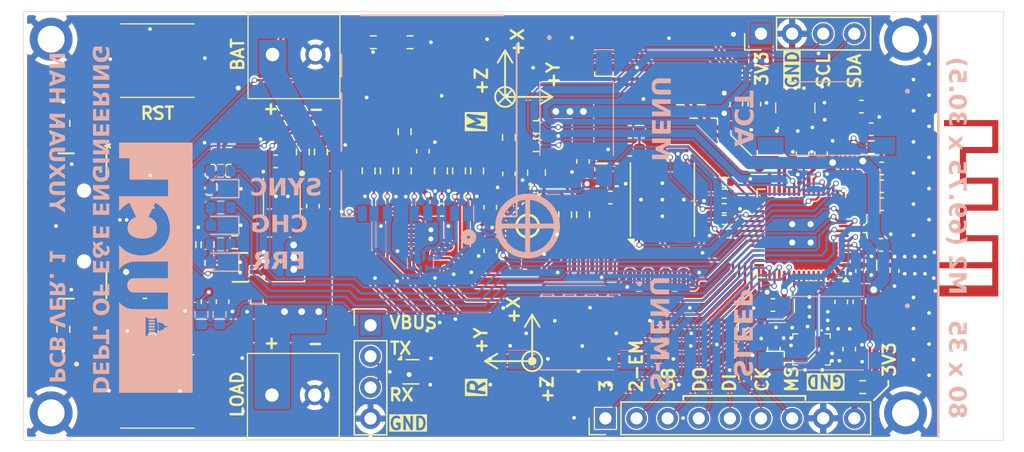
<source format=kicad_pcb>
(kicad_pcb (version 20240108) (generator "pcbnew") (generator_version "8.0")
  (title_block (title "EMP IMU Synchroniser") (date "2024-06-20") (rev "1") (company "UCL Department of Electronic and Electrical Engineering") (comment 1 "Yuxuan Han"))
  (layers (0 "F.Cu" signal) (1 "In1.Cu" power) (2 "In2.Cu" power) (31 "B.Cu" signal) (34 "B.Paste" user) (35 "F.Paste" user) (36 "B.SilkS" user "B.Silkscreen") (37 "F.SilkS" user "F.Silkscreen") (38 "B.Mask" user) (39 "F.Mask" user) (44 "Edge.Cuts" user))
  (net 0 "")
  (net 1 "GND")
  (net 2 "Net-(AE1-Feed_Point)")
  (net 3 "+3.3V")
  (net 4 "/VDD_SPI")
  (net 5 "/VDD3P3")
  (net 6 "/XOUT")
  (net 7 "/XIN")
  (net 8 "/CLK_32K")
  (net 9 "Net-(U6-REGOUT)")
  (net 10 "/CHIP_PU")
  (net 11 "/GPIO0")
  (net 12 "/VBUS_FILT")
  (net 13 "/SYS")
  (net 14 "VBAT")
  (net 15 "/VBAT_SENSE")
  (net 16 "VBUS")
  (net 17 "Net-(U7-XTAL_32K_P)")
  (net 18 "+1V8")
  (net 19 "Net-(U7-LNA_IN)")
  (net 20 "Net-(D1-A)")
  (net 21 "Net-(D2-A)")
  (net 22 "Net-(D3-A)")
  (net 23 "Net-(J1-CC1)")
  (net 24 "Net-(J1-CC2)")
  (net 25 "/D-")
  (net 26 "/D+")
  (net 29 "/SD_DAT3")
  (net 30 "/SD_CMD")
  (net 31 "/SD_CLK")
  (net 32 "/SD_DAT0")
  (net 33 "/SD_DAT2")
  (net 34 "/SD_DAT1")
  (net 35 "/SD_CARD_DETECT")
  (net 36 "Net-(J2-Pin_2)")
  (net 37 "Net-(J2-Pin_3)")
  (net 38 "/SCL")
  (net 39 "/SDA")
  (net 40 "/GPIO3")
  (net 41 "/GPIO21")
  (net 42 "/MTDI")
  (net 43 "/ELECTROMAGNET")
  (net 44 "/MTCK")
  (net 45 "/MTDO")
  (net 46 "/GPIO38")
  (net 47 "/MTMS")
  (net 48 "Net-(U7-XTAL_P)")
  (net 49 "/<NO NET>")
  (net 50 "Net-(U3-TS{slash}MR)")
  (net 51 "Net-(U3-ISET)")
  (net 52 "/SPIWP")
  (net 53 "/SPICLK")
  (net 54 "Net-(U3-ILIM{slash}VSET)")
  (net 55 "Net-(U6-SCL{slash}SCLK)")
  (net 56 "/SPIQ")
  (net 57 "/SPID")
  (net 58 "Net-(U6-SDA{slash}SDI)")
  (net 59 "Net-(U7-SPIHD)")
  (net 60 "/U0TXD")
  (net 61 "Net-(U7-SPIWP)")
  (net 62 "Net-(U7-SPICLK)")
  (net 63 "Net-(U7-SPIQ)")
  (net 64 "/USB_D-")
  (net 65 "/USB_D+")
  (net 66 "/VBUS_MONITOR")
  (net 67 "/LED1")
  (net 68 "/STAT1")
  (net 69 "/STAT2")
  (net 70 "Net-(U7-SPID)")
  (net 71 "Net-(U7-U0TXD)")
  (net 72 "Net-(U8-EN)")
  (net 73 "/LED2")
  (net 74 "/LED3")
  (net 75 "/MENU")
  (net 76 "/SUBMENU")
  (net 77 "/ACTIVATE")
  (net 78 "/DEEP_SLEEP")
  (net 80 "/U0RXD")
  (net 96 "/SPICS0")
  (footprint "Capacitor_SMD:C_0603_1608Metric" (layer "F.Cu") (at 161 88.275 180)
    (property "Reference" "C11" (hide yes))
    (property "Value" "0.1uF")
  )
  (footprint "Resistor_SMD:R_0603_1608Metric" (layer "F.Cu") (at 151.125 87.275 -90)
    (property "Reference" "R23" (hide yes))
    (property "Value" "200K")
  )
  (footprint "Capacitor_SMD:C_0603_1608Metric" (layer "F.Cu") (at 172.675 100.95 180)
    (property "Reference" "C16" (hide yes))
    (property "Value" "0.1uF")
  )
  (footprint "Resistor_SMD:R_0603_1608Metric" (layer "F.Cu") (at 134.3 88.45 90)
    (property "Reference" "R4" (hide yes))
    (property "Value" "10K")
  )
  (footprint "Project_Component_Footprints:SON65P300X300X100-9N-D" (layer "F.Cu") (at 132.5875 92.1 -90)
    (property "Reference" "U4" (hide yes))
    (property "Value" "NCV59801CML330TCG" (hide yes))
  )
  (footprint "Project_Component_Footprints:IMU Orientation" (layer "F.Cu") (at 153.02 105.53 90)
    (property "Reference" "REF**" (hide yes))
    (property "Value" "IMU Orientation" (hide yes))
  )
  (footprint "Capacitor_SMD:C_0603_1608Metric" (layer "F.Cu") (at 130.55 100.675 -90)
    (property "Reference" "C8" (hide yes))
    (property "Value" "10uF")
  )
  (footprint "Resistor_SMD:R_0603_1608Metric" (layer "F.Cu") (at 142.61 86.8 90)
    (property "Reference" "R12" (hide yes))
    (property "Value" "1K5")
  )
  (footprint "Capacitor_SMD:C_0603_1608Metric" (layer "F.Cu") (at 152.42 97.51)
    (property "Reference" "C17" (hide yes))
    (property "Value" "0.1uF")
  )
  (footprint "Capacitor_SMD:C_0603_1608Metric" (layer "F.Cu") (at 132.075 89.225 180)
    (property "Reference" "C10" (hide yes))
    (property "Value" "10uF")
  )
  (footprint "Project_Component_Footprints:QFN24_3X3X0P9_IVS" (layer "F.Cu") (at 152.65 94.5 -90)
    (property "Reference" "U6" (hide yes))
    (property "Value" "ICM-20948")
  )
  (footprint "Resistor_SMD:R_0603_1608Metric" (layer "F.Cu") (at 155.711395 93.575 90)
    (property "Reference" "R16" (hide yes))
    (property "Value" "3K3")
  )
  (footprint "Resistor_SMD:R_0603_1608Metric" (layer "F.Cu") (at 153.35 87.9 180)
    (property "Reference" "R31" (hide yes))
    (property "Value" "3K3")
  )
  (footprint "Project_Component_Footprints:Switch" (layer "F.Cu") (at 122.425 108 90)
    (property "Reference" "BOOT")
    (property "Value" "SW_Push" (hide yes))
  )
  (footprint "Capacitor_SMD:C_0603_1608Metric" (layer "F.Cu") (at 170.4 106.89 90)
    (property "Reference" "C31" (hide yes))
    (property "Value" "0.1uF")
  )
  (footprint "Resistor_SMD:R_0402_1005Metric" (layer "F.Cu") (at 168.7 91.85 180)
    (property "Reference" "R18" (hide yes))
    (property "Value" "0")
  )
  (footprint "Capacitor_SMD:C_0603_1608Metric" (layer "F.Cu") (at 181.55 92.72)
    (property "Reference" "C24" (hide yes))
    (property "Value" "0.1uF")
  )
  (footprint "Resistor_SMD:R_0603_1608Metric" (layer "F.Cu") (at 128.75 95.825 180)
    (property "Reference" "R7" (hide yes))
    (property "Value" "10K")
  )
  (footprint "Inductor_SMD:L_0402_1005Metric" (layer "F.Cu") (at 181.2 97.7)
    (property "Reference" "L3" (hide yes))
    (property "Value" "2.7nH")
  )
  (footprint "Capacitor_SMD:C_0603_1608Metric" (layer "F.Cu") (at 171.16 84.55 -90)
    (property "Reference" "C28" (hide yes))
    (property "Value" "0.1uF")
  )
  (footprint "Resistor_SMD:R_0603_1608Metric" (layer "F.Cu") (at 139.675 90 -90)
    (property "Reference" "R28" (hide yes))
    (property "Value" "10K")
  )
  (footprint "Project_Component_Footprints:IMU Orientation_2" (layer "F.Cu") (at 150.81 83.96 90)
    (property "Reference" "REF**" (hide yes))
    (property "Value" "IMU Orientation" (hide yes))
  )
  (footprint "Resistor_SMD:R_0402_1005Metric" (layer "F.Cu") (at 169.11 95.09 180)
    (property "Reference" "R21" (hide yes))
    (property "Value" "0")
  )
  (footprint "MountingHole:MountingHole_2.2mm_M2_ISO7380_Pad" (layer "F.Cu") (at 183.5 109.75)
    (property "Reference" "H4" (hide yes))
    (property "Value" "MountingHole_Pad" (hide yes))
  )
  (footprint "Capacitor_SMD:C_0603_1608Metric" (layer "F.Cu") (at 149.6 96.525 -90)
    (property "Reference" "C12" (hide yes))
    (property "Value" "0.1uF")
  )
  (footprint "Resistor_SMD:R_0603_1608Metric" (layer "F.Cu") (at 125.049998 96.025001 90)
    (property "Reference" "R8" (hide yes))
    (property "Value" "560")
  )
  (footprint "Package_DFN_QFN:QFN-56-1EP_7x7mm_P0.4mm_EP4x4mm" (layer "F.Cu") (at 175 95.1 180)
    (property "Reference" "U7" (hide yes))
    (property "Value" "ESP32-S3")
  )
  (footprint "Resistor_SMD:R_0603_1608Metric" (layer "F.Cu") (at 153.35 86.425 180)
    (property "Reference" "R33" (hide yes))
    (property "Value" "3K3")
  )
  (footprint "Connector_PinHeader_2.54mm:PinHeader_1x09_P2.54mm_Vertical" (layer "F.Cu") (at 159 110.2 90)
    (property "Reference" "J4" (hide yes))
    (property "Value" "Conn_01x09_Pin" (hide yes))
  )
  (footprint "Capacitor_SMD:C_0603_1608Metric" (layer "F.Cu") (at 169.685 84.55 -90)
    (property "Reference" "C29" (hide yes))
    (property "Value" "1uF")
  )
  (footprint "Project_Component_Footprints:DSE0006A" (layer "F.Cu") (at 159.125 90.325)
    (property "Reference" "U5" (hide yes))
    (property "Value" "TLV70018DSER")
  )
  (footprint "Capacitor_SMD:C_0603_1608Metric" (layer "F.Cu") (at 180.7 86.6)
    (property "Reference" "C32" (hide yes))
    (property "Value" "1uF")
  )
  (footprint "Connector_PinHeader_2.54mm:PinHeader_1x04_P2.54mm_Vertical" (layer "F.Cu") (at 139.825 102.597501)
    (property "Reference" "J2" (hide yes))
    (property "Value" "Conn_01x04_Pin" (hide yes))
  )
  (footprint "Resistor_SMD:R_0402_1005Metric" (layer "F.Cu") (at 168.7 93.05 180)
    (property "Reference" "R19" (hide yes))
    (property "Value" "0")
  )
  (footprint "Capacitor_SMD:C_0603_1608Metric" (layer "F.Cu") (at 181.55 91.26)
    (property "Reference" "C25" (hide yes))
    (property "Value" "1uF")
  )
  (footprint "Capacitor_SMD:C_0603_1608Metric" (layer "F.Cu") (at 178.9 104.55 -90)
    (property "Reference" "C27" (hide yes))
    (property "Value" "10pF")
  )
  (footprint "Capacitor_SMD:C_0603_1608Metric" (layer "F.Cu") (at 159.4 92.175)
    (property "Reference" "C9" (hide yes))
    (property "Value" "1uF")
  )
  (footprint "Capacitor_SMD:C_0603_1608Metric" (layer "F.Cu") (at 179.9 84.75)
    (property "Reference" "C7" (hide yes))
    (property "Value" "0.1uF")
  )
  (footprint "Capacitor_SMD:C_0603_1608Metric" (layer "F.Cu") (at 161 86.81 180)
    (property "Reference" "C14" (hide yes))
    (property "Value" "1uF")
  )
  (footprint "Capacitor_SMD:C_0603_1608Metric" (layer "F.Cu") (at 181.5 96.04)
    (property "Reference" "C23" (hide yes))
    (property "Value" "0.1uF")
  )
  (footprint "Project_Component_Footprints:CTB30512BK" (layer "F.Cu") (at 131.825 80.5)
    (property "Reference" "BAT")
    (property "Value" "Conn_01x02_Socket" (hide yes))
  )
  (footprint "Capacitor_SMD:C_0603_1608Metric" (layer "F.Cu") (at 135.12 92.87 90)
    (property "Reference" "C4" (hide yes))
    (property "Value" "10uF")
  )
  (footprint "Inductor_SMD:L_0402_1005Metric" (layer "F.Cu") (at 176.8 100.3 90)
    (property "Reference" "L2" (hide yes))
    (property "Value" "24nH")
  )
  (footprint "MountingHole:MountingHole_2.2mm_M2_ISO7380_Pad" (layer "F.Cu") (at 113.75 79.25)
    (property "Reference" "H2" (hide yes))
    (property "Value" "MountingHole_Pad")
  )
  (footprint "MountingHole:MountingHole_2.2mm_M2_ISO7380_Pad" (layer "F.Cu") (at 183.5 79.25)
    (property "Reference" "H1" (hide yes))
    (property "Value" "MountingHole_Pad" (hide yes))
  )
  (footprint "Resistor_SMD:R_0402_1005Metric" (layer "F.Cu") (at 168.7 94 180)
    (property "Reference" "R20" (hide yes))
    (property "Value" "0")
  )
  (footprint "Project_Component_Footprints:Switch" (layer "F.Cu") (at 122.425 81 -90)
    (property "Reference" "RST")
    (property "Value" "SW_Push" (hide yes))
  )
  (footprint "Resistor_SMD:R_0603_1608Metric" (layer "F.Cu") (at 141.149998 90 -90)
    (property "Reference" "R29" (hide yes))
    (property "Value" "10K")
  )
  (footprint "Resistor_SMD:R_0603_1608Metric" (layer "F.Cu") (at 114.75 86.11 90)
    (property "Reference" "R2" (hide yes))
    (property "Value" "5K1")
  )
  (footprint "Capacitor_SMD:C_0402_1005Metric" (layer "F.Cu") (at 179.8 98.175 -90)
    (property "Reference" "C21" (hide yes))
    (property "Value" "1.8pF")
  )
  (footprint "Project_Component_Footprints:TG3541CE327680KXA3" (layer "F.Cu") (at 174.5 84.85)
    (property "Reference" "Y2" (hide yes))
    (property "Value" "TG-3541CE_32.7680KXA3" (hide yes))
  )
  (footprint "Resistor_SMD:R_0603_1608Metric" (layer "F.Cu") (at 142.625 90 -90)
    (property "Reference" "R24" (hide yes))
    (property "Value" "10K")
  )
  (footprint "Capacitor_SMD:C_0603_1608Metric" (layer "F.Cu") (at 175.1 88.6 -90)
    (property "Reference" "C15" (hide yes))
    (property "Value" "18pF")
  )
  (footprint "Project_Component_Footprints:WSON10_DLH_TEX" (layer "F.Cu") (at 129.175 97.875 180)
    (property "Reference" "U3" (hide yes))
    (property "Value" "BQ25185DLHR")
  )
  (footprint "Project_Component_Footprints:830108208709" (layer "F.Cu") (at 175.825 104.575 180)
    (property "Reference" "Y1" (hide yes))
    (property "Value" "830108208709" (hide yes))
  )
  (footprint "Capacitor_SMD:C_0603_1608Metric" (layer "F.Cu") (at 172.75 104.55 90)
    (property "Reference" "C30" (hide yes))
    (property "Value" "10pF")
  )
  (footprint "Inductor_SMD:L_0402_1005Metric" (layer "F.Cu") (at 180.7 94.38 90)
    (property "Reference" "L4" (hide yes))
    (property "Value" "2nH")
  )
  (footprint "Capacitor_SMD:C_0603_1608Metric" (layer "F.Cu") (at 179.725 100.7 -90)
    (property "Reference" "C20" (hide yes))
    (property "Value" "1uF")
  )
  (footprint "Capacitor_SMD:C_0603_1608Metric" (layer "F.Cu") (at 132.01 97.375 90)
    (property "Reference" "C6" (hide yes))
    (property "Value" "1uF")
  )
  (footprint "Capacitor_SMD:C_0603_1608Metric" (layer "F.Cu") (at 149.6 92.975 -90)
    (property "Reference" "C13" (hide yes))
    (property "Value" "0.1uF")
  )
  (footprint "MountingHole:MountingHole_2.2mm_M2_ISO7380_Pad" (layer "F.Cu") (at 113.75 109.75)
    (property "Reference" "H3" (hide yes))
    (property "Value" "MountingHole_Pad" (hide yes))
  )
  (footprint "Package_TO_SOT_SMD:SOT-666" (layer "F.Cu") (at 143.125 106.4)
    (property "Reference" "U1" (hide yes))
    (property "Value" "USBLC6-2P6")
  )
  (footprint "Resistor_SMD:R_0603_1608Metric" (layer "F.Cu") (at 147.049999 90 -90)
    (property "Reference" "R26" (hide yes))
    (property "Value" "10K")
  )
  (footprint "Project_Component_Footprints:USB4110-GF-A_GCT" (layer "F.Cu") (at 114.15 94.5 -90)
    (property "Reference" "J1" (hide yes))
    (property "Value" "USB4110-GF-A")
  )
  (footprint "Project_Component_Footprints:PCA9306DQER" (layer "F.Cu") (at 153.375 90.15 90)
    (property "Reference" "U8" (hide yes))
    (property "Value" "PCA9306DQER" (hide yes))
  )
  (footprint "Resistor_SMD:R_0603_1608Metric" (layer "F.Cu") (at 148.525 90 -90)
    (property "Reference" "R27" (hide yes))
    (property "Value" "10K")
  )
  (footprint "Capacitor_SMD:C_0603_1608Metric" (layer "F.Cu") (at 144.1 88.4 90)
    (property "Reference" "C35" (hide yes))
    (property "Value" "10uF" (hide yes))
  )
  (footprint "Resistor_SMD:R_0603_1608Metric" (layer "F.Cu") (at 140.05 79.5)
    (property "Reference" "R10" (hide yes))
    (property "Value" "33K")
  )
  (footprint "Package_TO_SOT_SMD:SOT-666" (layer "F.Cu") (at 121.5 94)
    (property "Reference" "U2" (hide yes))
    (property "Value" "USBLC6-2P6")
  )
  (footprint "Capacitor_SMD:C_0603_1608Metric" (layer "F.Cu") (at 127.749999 100.674999 -90)
    (property "Reference" "C3" (hide yes))
    (property "Value" "1uF")
  )
  (footprint "Capacitor_SMD:C_0603_1608Metric" (layer "F.Cu") (at 178.25 100.7 -90)
    (property "Reference" "C19" (hide yes))
    (property "Value" "0.01uF")
  )
  (footprint "Capacitor_SMD:C_0603_1608Metric" (layer "F.Cu") (at 181.55 89.8)
    (property "Reference" "C26" (hide yes))
    (property "Value" "10uF")
  )
  (footprint "Capacitor_SMD:C_0603_1608Metric" (layer "F.Cu") (at 157.175 89.225 -90)
    (property "Reference" "C5" (hide yes))
    (property "Value" "1uF")
  )
  (footprint "Resistor_SMD:R_0603_1608Metric" (layer "F.Cu") (at 145.575 90 -90)
    (property "Reference" "R25" (hide yes))
    (property "Value" "10K")
  )
  (footprint "Resistor_SMD:R_0402_1005Metric" (layer "F.Cu") (at 168.7 90.9 180)
    (property "Reference" "R17" (hide yes))
    (property "Value" "0")
  )
  (footprint "Resistor_SMD:R_0603_1608Metric" (layer "F.Cu") (at 126.524999 96.024999 90)
    (property "Reference" "R9" (hide yes))
    (property "Value" "18K")
  )
  (footprint "Resistor_SMD:R_0603_1608Metric" (layer "F.Cu") (at 180 107.65 180)
    (property "Reference" "R34" (hide yes))
    (property "Value" "5K1")
  )
  (footprint "Project_Component_Footprints:CTB30512BK" (layer "F.Cu") (at 131.775 108.3)
    (property "Reference" "LOAD")
    (property "Value" "Conn_01x02_Socket" (hide yes))
  )
  (footprint "RF_Antenna:Texas_SWRA117D_2.4GHz_Left" (layer "F.Cu") (at 185.925 97.7 -90)
    (property "Reference" "AE1" (hide yes))
    (property "Value" "Antenna 2.4GHz")
  )
  (footprint "Resistor_SMD:R_0603_1608Metric" (layer "F.Cu") (at 157.175 93.575 90)
    (property "Reference" "R15" (hide yes))
    (property "Value" "3K3")
  )
  (footprint "Inductor_SMD:L_0402_1005Metric" (layer "F.Cu") (at 123.825 99.9)
    (property "Reference" "L1" (hide yes))
    (property "Value" "2.2nH")
  )
  (footprint "Resistor_SMD:R_0603_1608Metric" (layer "F.Cu") (at 143.05 79.5)
    (property "Reference" "R11" (hide yes))
    (property "Value" "82K")
  )
  (footprint "Capacitor_SMD:C_0603_1608Metric" (layer "F.Cu") (at 145.66 93.18)
    (property "Reference" "C34" (hide yes))
    (property "Value" "0.1uF" (hide yes))
  )
  (footprint "Package_SON:WSON-8-1EP_6x5mm_P1.27mm_EP3.4x4.3mm" (layer "F.Cu") (at 163.65 92.35 90)
    (property "Reference" "U10" (hide yes))
    (property "Value" "GD25Q256EWIGR")
  )
  (footprint "Capacitor_SMD:C_0402_1005Metric" (layer "F.Cu") (at 182.6 98.175 -90)
    (property "Reference" "C22" (hide yes))
    (property "Value" "1.8pF")
  )
  (footprint "Capacitor_SMD:C_0603_1608Metric" (layer "F.Cu") (at 151.125 90.25 -90)
    (property "Reference" "C33" (hide yes))
    (property "Value" "0.1uF" (hide yes))
  )
  (footprint "Capacitor_SMD:C_0603_1608Metric" (layer "F.Cu") (at 176.6 88.6 90)
    (property "Reference" "C18" (hide yes))
    (property "Value" "0.1uF")
  )
  (footprint "Capacitor_SMD:C_0603_1608Metric" (layer "F.Cu") (at 125.5 100.675 -90)
    (property "Reference" "C2" (hide yes))
    (property "Value" "0.1uF")
  )
  (footprint "Resistor_SMD:R_0603_1608Metric" (layer "F.Cu") (at 135.775001 88.45 90)
    (property "Reference" "R3" (hide yes))
    (property "Value" "10K")
  )
  (footprint "Connector_PinHeader_2.54mm:PinHeader_1x04_P2.54mm_Vertical" (layer "F.Cu") (at 171.7 78.8 90)
    (property "Reference" "J6" (hide yes))
    (property "Value" "Conn_01x04_Pin" (hide yes))
  )
  (footprint "Resistor_SMD:R_0603_1608Metric" (layer "F.Cu") (at 180.7 88.075 180)
    (property "Reference" "R35" (hide yes))
    (property "Value" "10K")
  )
  (footprint "Capacitor_SMD:C_0603_1608Metric" (layer "F.Cu") (at 121.4 99.9 180)
    (property "Reference" "C1" (hide yes))
    (property "Value" "0.1uF")
  )
  (footprint "Resistor_SMD:R_0603_1608Metric" (layer "F.Cu") (at 114.75 102.92 -90)
    (property "Reference" "R1" (hide yes))
    (property "Value" "5K1")
  )
  (footprint "Resistor_SMD:R_0603_1608Metric" (layer "F.Cu") (at 170.2 102.85 -135)
    (property "Reference" "R22" (hide yes))
    (property "Value" "499")
  )
  (footprint "Project_Component_Footprints:CONN8_DM3AT-SF-PEJM5_HIR" (layer "B.Cu") (at 144.6 85.51)
    (property "Reference" "J5" (hide yes))
    (property "Value" "DM3AT-SF-PEJM540")
  )
  (footprint "Project_Component_Footprints:Switch" (layer "B.Cu") (at 156.65 85.725 180)
    (property "Reference" "MENU")
    (property "Value" "SW_Push" (hide yes))
  )
  (footprint "Resistor_SMD:R_0603_1608Metric" (layer "B.Cu") (at 127.59 92.99 180)
    (property "Reference" "R32" (hide yes))
    (property "Value" "1K")
  )
  (footprint "Project_Component_Footprints:Switch" (layer "B.Cu") (at 177.05 103.25 90)
    (property "Reference" "SLEEP")
    (property "Value" "SW_Push" (hide yes))
  )
  (footprint "Project_Component_Footprints:UCL_icon" (layer "B.Cu") (at 122.3 97.9 90)
    (property "Reference" "G***" (hide yes))
    (property "Value" "LOGO" (hide yes))
  )
  (footprint "LED_SMD:LED_0603_1608Metric" (layer "B.Cu") (at 127.59 94.45 180)
    (property "Reference" "CHG")
    (property "Value" "LED")
  )
  (footprint "Project_Component_Footprints:Switch" (layer "B.Cu") (at 156.65 103.25 90)
    (property "Reference" "S-MENU")
    (property "Value" "SW_Push" (hide yes))
  )
  (footprint "Resistor_SMD:R_0603_1608Metric" (layer "B.Cu") (at 127.5 101.725 90)
    (property "Reference" "R6" (hide yes))
    (property "Value" "100K")
  )
  (footprint "LED_SMD:LED_0603_1608Metric" (layer "B.Cu") (at 127.59 97.45 180)
    (property "Reference" "ERR")
    (property "Value" "LED")
  )
  (footprint "Resistor_SMD:R_0603_1608Metric" (layer "B.Cu") (at 126.025 101.725 -90)
    (property "Reference" "R5" (hide yes))
    (property "Value" "100K")
  )
  (footprint "Project_Component_Footprints:Switch" (layer "B.Cu") (at 177.05 85.725 90)
    (property "Reference" "ACT")
    (property "Value" "SW_Push" (hide yes))
  )
  (footprint "LED_SMD:LED_0603_1608Metric" (layer "B.Cu") (at 127.59 91.45 180)
    (property "Reference" "SYNC")
    (property "Value" "LED")
  )
  (footprint "Resistor_SMD:R_0603_1608Metric" (layer "B.Cu") (at 127.59 95.99 180)
    (property "Reference" "R30" (hide yes))
    (property "Value" "1K")
  )
  (footprint "Project_Component_Footprints:PUSB3FR6Z" (layer "B.Cu") (at 143.9 97.525 -90)
    (property "Reference" "U9" (hide yes))
    (property "Value" "PUSB3FR6Z" (hide yes))
  )
  (footprint "Resistor_SMD:R_0603_1608Metric" (layer "B.Cu") (at 127.59 89.99 180)
    (property "Reference" "R36" (hide yes))
    (property "Value" "470")
  )
  (gr_circle (center 152.65 94.5) (end 155.040084 94.5) (stroke (width 0.5)) (fill none) (layer "B.SilkS"))
  (gr_line (start 152.65 92.109917) (end 152.65 96.890083) (stroke (width 0.4)) (layer "B.SilkS"))
  (gr_line (start 186.175 77.3) (end 186.175 111.7) (stroke (width 0.2)) (layer "B.SilkS"))
  (gr_line (start 155.040083 94.5) (end 150.259917 94.5) (stroke (width 0.4)) (layer "B.SilkS"))
  (gr_line (start 153.56022 94.5) (end 151.73978 94.5) (stroke (width 0.153)) (layer "F.SilkS"))
  (gr_line (start 165.36 108.37) (end 175.33 108.37) (stroke (width 0.153)) (layer "F.SilkS"))
  (gr_line (start 182.09 107.58) (end 182.09 107.14) (stroke (width 0.153)) (layer "F.SilkS"))
  (gr_line (start 165.36 108.69) (end 165.36 108.37) (stroke (width 0.153)) (layer "F.SilkS"))
  (gr_line (start 180.92 108.72) (end 182.09 107.58) (stroke (width 0.153)) (layer "F.SilkS"))
  (gr_circle (center 152.65 94.5) (end 153.56022 94.5) (stroke (width 0.2)) (fill none) (layer "F.SilkS"))
  (gr_line (start 186.175 77.3) (end 186.175 111.7) (stroke (width 0.2)) (layer "F.SilkS"))
  (gr_line (start 175.33 108.37) (end 175.33 108.7) (stroke (width 0.153)) (layer "F.SilkS"))
  (gr_line (start 152.65 95.41022) (end 152.65 93.58978) (stroke (width 0.153)) (layer "F.SilkS"))
  (gr_rect (start 111.5 77) (end 191.5 112) (stroke (width 0.05)) (fill none) (layer "Edge.Cuts"))
  (gr_text "80 x 35   M2 (69.75 x 30.5)" (at 186.825 110.25 270) (layer "B.SilkS") (effects (font (size 1.4 1.4) (thickness 0.28) (bold yes)) (justify left bottom mirror)))
  (gr_text "PCB VER. 1" (at 113.425 107.35 270) (layer "B.SilkS") (effects (font (size 1.25 1.25) (thickness 0.26) (bold yes)) (justify left bottom mirror)))
  (gr_text "DEPT. OF E&E ENGINEERING" (at 116.95 108.25 270) (layer "B.SilkS") (effects (font (size 1.3 1.3) (thickness 0.3) (bold yes)) (justify left bottom mirror)))
  (gr_text "YUXUAN HAN" (at 113.4 93.4 270) (layer "B.SilkS") (effects (font (size 1.25 1.25) (thickness 0.28) (bold yes)) (justify left bottom mirror)))
  (gr_text "GND" (at 178.63 106.6 180) (layer "F.SilkS" knockout) (effects (font (size 1 1) (thickness 0.2) (bold yes)) (justify left bottom)))
  (gr_text "RX" (at 141.23 108.87 0) (layer "F.SilkS") (effects (font (size 1 1) (thickness 0.2) (bold yes)) (justify left bottom)))
  (gr_text "2-EM" (at 162.1 108.18 90) (layer "F.SilkS") (effects (font (size 1 1) (thickness 0.2) (bold yes)) (justify left bottom)))
  (gr_text "38" (at 164.73 108.11 90) (layer "F.SilkS") (effects (font (size 1 1) (thickness 0.2) (bold yes)) (justify left bottom)))
  (gr_text "CK" (at 172.38 108.15 90) (layer "F.SilkS") (effects (font (size 1 1) (thickness 0.2) (bold yes)) (justify left bottom)))
  (gr_text "+" (at 132.21 85.71 90) (layer "F.SilkS") (effects (font (size 1 1) (thickness 0.2) (bold yes)) (justify left bottom)))
  (gr_text "SDA" (at 179.92 83.4 90) (layer "F.SilkS") (effects (font (size 1 1) (thickness 0.2) (bold yes)) (justify left bottom)))
  (gr_text "MS" (at 174.79 108.17 90) (layer "F.SilkS") (effects (font (size 1 1) (thickness 0.2) (bold yes)) (justify left bottom)))
  (gr_text "3V3" (at 182.76 106.91 90) (layer "F.SilkS") (effects (font (size 1 1) (thickness 0.2) (bold yes)) (justify left bottom)))
  (gr_text "-" (at 134.57 104.65 0) (layer "F.SilkS") (effects (font (size 1 1) (thickness 0.2) (bold yes)) (justify left bottom)))
  (gr_text "DO" (at 167.3 108.18 90) (layer "F.SilkS") (effects (font (size 1 1) (thickness 0.2) (bold yes)) (justify left bottom)))
  (gr_text "GND" (at 141.24 111.21 0) (layer "F.SilkS" knockout) (effects (font (size 1 1) (thickness 0.2) (bold yes)) (justify left bottom)))
  (gr_text "TX" (at 141.29 105.07 0) (layer "F.SilkS") (effects (font (size 1 1) (thickness 0.2) (bold yes)) (justify left bottom)))
  (gr_text "GND" (at 174.86 83.39 90) (layer "F.SilkS" knockout) (effects (font (size 1 1) (thickness 0.2) (bold yes)) (justify left bottom)))
  (gr_text "+" (at 131 104.6 0) (layer "F.SilkS") (effects (font (size 1 1) (thickness 0.2) (bold yes)) (justify left bottom)))
  (gr_text "3" (at 159.64 108.15 90) (layer "F.SilkS") (effects (font (size 1 1) (thickness 0.2) (bold yes)) (justify left bottom)))
  (gr_text "SCL" (at 177.39 83.33 90) (layer "F.SilkS") (effects (font (size 1 1) (thickness 0.2) (bold yes)) (justify left bottom)))
  (gr_text "VBUS" (at 141.26 102.97 0) (layer "F.SilkS") (effects (font (size 1 1) (thickness 0.2) (bold yes)) (justify left bottom)))
  (gr_text "3V3" (at 172.35 83.16 90) (layer "F.SilkS") (effects (font (size 1 1) (thickness 0.2) (bold yes)) (justify left bottom)))
  (gr_text "DI" (at 169.71 108.16 90) (layer "F.SilkS") (effects (font (size 1 1) (thickness 0.2) (bold yes)) (justify left bottom)))
  (gr_text "-" (at 136.15 84.5 180) (layer "F.SilkS") (effects (font (size 1 1) (thickness 0.2) (bold yes)) (justify left bottom)))
  (segment (start 174.15 103.65) (end 174.688 103.65) (width 0.3) (layer "F.Cu") (net 1))
  (segment (start 157.175 90) (end 157.5 90.325) (width 0.3) (layer "F.Cu") (net 1))
  (segment (start 150.259556 94.3) (end 151.126 94.3) (width 0.18) (layer "F.Cu") (net 1))
  (segment (start 175.9 86.45) (end 175.9 85.79) (width 0.3) (layer "F.Cu") (net 1))
  (segment (start 172.875 103.65) (end 172.75 103.775) (width 0.3) (layer "F.Cu") (net 1))
  (segment (start 159.724999 90.325) (end 158.525001 90.325) (width 0.3) (layer "F.Cu") (net 1))
  (segment (start 176.962 105.5) (end 176.65 105.188) (width 0.3) (layer "F.Cu") (net 1))
  (segment (start 177.5 105.5) (end 178.1 105.5) (width 0.3) (layer "F.Cu") (net 1))
  (segment (start 154.174 95.099999) (end 154.959999 95.099999) (width 0.18) (layer "F.Cu") (net 1))
  (segment (start 174.688 103.65) (end 175 103.962) (width 0.3) (layer "F.Cu") (net 1))
  (segment (start 171.9 100.95) (end 172.2 100.65) (width 0.4) (layer "F.Cu") (net 1))
  (segment (start 174.5 83.25) (end 174.5 83.91) (width 0.3) (layer "F.Cu") (net 1))
  (segment (start 178.1 105.5) (end 178.725 105.5) (width 0.3) (layer "F.Cu") (net 1))
  (segment (start 177.5 104.9) (end 176.938 104.9) (width 0.3) (layer "F.Cu") (net 1))
  (segment (start 154.959999 95.099999) (end 155.05 95.19) (width 0.18) (layer "F.Cu") (net 1))
  (segment (start 165.1 91.085) (end 165.085 91.1) (width 0.18) (layer "F.Cu") (net 1))
  (segment (start 173.55 103.65) (end 172.875 103.65) (width 0.3) (layer "F.Cu") (net 1))
  (segment (start 173.8 83.25) (end 173.8 83.91) (width 0.3) (layer "F.Cu") (net 1))
  (segment (start 182.29 96.025) (end 182.275 96.04) (width 0.3) (layer "F.Cu") (net 1))
  (segment (start 173.55 103.65) (end 174.15 103.65) (width 0.3) (layer "F.Cu") (net 1))
  (segment (start 149.934557 94.624999) (end 150.259556 94.3) (width 0.18) (layer "F.Cu") (net 1))
  (segment (start 174.712 104.25) (end 175 103.962) (width 0.3) (layer "F.Cu") (net 1))
  (segment (start 159.724999 90.325) (end 159.724999 90.824999) (width 0.3) (layer "F.Cu") (net 1))
  (segment (start 177.5 105.5) (end 176.962 105.5) (width 0.3) (layer "F.Cu") (net 1))
  (segment (start 174.15 104.25) (end 174.712 104.25) (width 0.3) (layer "F.Cu") (net 1))
  (segment (start 178.725 105.5) (end 178.9 105.325) (width 0.3) (layer "F.Cu") (net 1))
  (segment (start 182.29 95.17) (end 182.29 96.025) (width 0.3) (layer "F.Cu") (net 1))
  (segment (start 175.2 83.25) (end 175.2 83.91) (width 0.3) (layer "F.Cu") (net 1))
  (segment (start 176.938 104.9) (end 176.65 105.188) (width 0.3) (layer "F.Cu") (net 1))
  (segment (start 172.2 100.65) (end 172.2 99.9) (width 0.4) (layer "F.Cu") (net 1))
  (segment (start 149.7584 94.624999) (end 149.934557 94.624999) (width 0.18) (layer "F.Cu") (net 1))
  (segment (start 157.5 90.325) (end 158.525001 90.325) (width 0.3) (layer "F.Cu") (net 1))
  (via (at 174.7 90.29) (size 0.45) (drill 0.3) (layers "F.Cu" "B.Cu") (net 1))
  (via (at 185.42 81.28) (size 0.45) (drill 0.3) (layers "F.Cu" "B.Cu") (net 1))
  (via (at 174.5 83.25) (size 0.45) (drill 0.3) (layers "F.Cu" "B.Cu") (net 1))
  (via (at 150.95 83.88) (size 0.45) (drill 0.3) (layers "F.Cu" "B.Cu") (net 1))
  (via (at 140.025 80.3) (size 0.45) (drill 0.3) (layers "F.Cu" "B.Cu") (net 1))
  (via (at 115.43 89.45) (size 0.45) (drill 0.3) (layers "F.Cu" "B.Cu") (net 1))
  (via (at 157.74 101.17) (size 0.45) (drill 0.3) (layers "F.Cu" "B.Cu") (net 1))
  (via (at 175.5 102.7) (size 0.45) (drill 0.3) (layers "F.Cu" "B.Cu") (net 1))
  (via (at 159.3 107.45) (size 0.45) (drill 0.3) (layers "F.Cu" "B.Cu") (net 1))
  (via (at 141.4 106.4) (size 0.45) (drill 0.3) (layers "F.Cu" "B.Cu") (net 1))
  (via (at 178 102.9) (size 0.45) (drill 0.3) (layers "F.Cu" "B.Cu") (net 1))
  (via (at 140.19 98.75) (size 0.45) (drill 0.3) (layers "F.Cu" "B.Cu") (net 1))
  (via (at 167.5 95.28) (size 0.45) (drill 0.3) (layers "F.Cu" "B.Cu") (net 1))
  (via (at 184.15 90.17) (size 0.45) (drill 0.3) (layers "F.Cu" "B.Cu") (net 1))
  (via (at 185.09 98.395) (size 0.45) (drill 0.3) (layers "F.Cu" "B.Cu") (net 1))
  (via (at 156.8 106.35) (size 0.45) (drill 0.3) (layers "F.Cu" "B.Cu") (net 1))
  (via (at 129.35 105.275) (size 0.45) (drill 0.3) (layers "F.Cu" "B.Cu") (net 1))
  (via (at 119.875 98.25) (size 0.7) (drill 0.5) (layers "F.Cu" "B.Cu") (net 1))
  (via (at 149.6 107.45) (size 0.45) (drill 0.3) (layers "F.Cu" "B.Cu") (net 1))
  (via (at 150.66 101.19) (size 0.45) (drill 0.3) (layers "F.Cu" "B.Cu") (net 1))
  (via (at 129.175 98.3) (size 0.45) (drill 0.3) (layers "F.Cu" "B.Cu") (net 1))
  (via (at 125.76 94.61) (size 0.45) (drill 0.3) (layers "F.Cu" "B.Cu") (net 1))
  (via (at 118.58 80.88) (size 0.45) (drill 0.3) (layers "F.Cu" "B.Cu") (net 1))
  (via (at 128.55 101.475) (size 0.45) (drill 0.3) (layers "F.Cu" "B.Cu") (net 1))
  (via (at 165.89 101.18) (size 0.45) (drill 0.3) (layers "F.Cu" "B.Cu") (net 1))
  (via (at 158.69 98.69) (size 0.45) (drill 0.3) (layers "F.Cu" "B.Cu") (net 1))
  (via (at 133.08 92.08) (size 0.45) (drill 0.3) (layers "F.Cu" "B.Cu") (net 1))
  (via (at 154 96.8) (size 0.45) (drill 0.3) (layers "F.Cu" "B.Cu") (net 1))
  (via (at 173.55 103.65) (size 0.45) (drill 0.3) (layers "F.Cu" "B.Cu") (net 1))
  (via (at 165.34 110.18) (size 0.45) (drill 0.3) (layers "F.Cu" "B.Cu") (net 1))
  (via (at 177.5 104.9) (size 0.45) (drill 0.3) (layers "F.Cu" "B.Cu") (net 1))
  (via (at 184.15 85.09) (size 0.45) (drill 0.3) (layers "F.Cu" "B.Cu") (net 1))
  (via (at 166.01 103.26) (size 0.45) (drill 0.3) (layers "F.Cu" "B.Cu") (net 1))
  (via (at 184.15 82.55) (size 0.45) (drill 0.3) (layers "F.Cu" "B.Cu") (net 1))
  (via (at 170.9 86.65) (size 0.45) (drill 0.3) (layers "F.Cu" "B.Cu") (net 1))
  (via (at 169.45 78.85) (size 0.55) (drill 0.4) (layers "F.Cu" "B.Cu") (net 1))
  (via (at 121.86 90.37) (size 0.45) (drill 0.3) (layers "F.Cu" "B.Cu") (net 1))
  (via (at 114.15 94.5) (size 0.45) (drill 0.3) (layers "F.Cu" "B.Cu") (net 1))
  (via (at 185.42 106.68) (size 0.45) (drill 0.3) (layers "F.Cu" "B.Cu") (net 1))
  (via (at 131.07 90.06) (size 0.45) (drill 0.3) (layers "F.Cu" "B.Cu") (net 1))
  (via (at 177.5 105.5) (size 0.45) (drill 0.3) (layers "F.Cu" "B.Cu") (net 1))
  (via (at 154.87 102.24) (size 0.45) (drill 0.3) (layers "F.Cu" "B.Cu") (net 1))
  (via (at 175.75 95.85) (size 0.7) (drill 0.5) (layers "F.Cu" "B.Cu") (net 1))
  (via (at 119.36 94) (size 0.45) (drill 0.3) (layers "F.Cu" "B.Cu") (net 1))
  (via (at 176.7 106.25) (size 0.45) (drill 0.3) (layers "F.Cu" "B.Cu") (net 1))
  (via (at 121.825 78.425) (size 0.45) (drill 0.3) (layers "F.Cu" "B.Cu") (net 1))
  (via (at 163.65 92.35) (size 0.45) (drill 0.3) (layers "F.Cu" "B.Cu") (net 1))
  (via (at 184.15 95.25) (size 0.45) (drill 0.3) (layers "F.Cu" "B.Cu") (net 1))
  (via (at 183.43 96.995) (size 0.45) (drill 0.3) (layers "F.Cu" "B.Cu") (net 1))
  (via (at 156.27 90.09) (size 0.45) (drill 0.3) (layers "F.Cu" "B.Cu") (net 1))
  (via (at 142.7 92.1) (size 0.45) (drill 0.3) (layers "F.Cu" "B.Cu") (net 1))
  (via (at 179.95 105.575) (size 0.45) (drill 0.3) (layers "F.Cu" "B.Cu") (net 1))
  (via (at 124.26 107.96) (size 0.45) (drill 0.3) (layers "F.Cu" "B.Cu") (net 1))
  (via (at 155.1 98.29) (size 0.45) (drill 0.3) (layers "F.Cu" "B.Cu") (net 1))
  (via (at 184.15 87.63) (size 0.45) (drill 0.3) (layers "F.Cu" "B.Cu") (net 1))
  (via (at 171.1 101.2) (size 0.45) (drill 0.3) (layers "F.Cu" "B.Cu") (net 1))
  (via (at 144.45 103.04) (size 0.45) (drill 0.3) (layers "F.Cu" "B.Cu") (net 1))
  (via (at 155.15 87.15) (size 0.45) (drill 0.3) (layers "F.Cu" "B.Cu") (net 1))
  (via (at 172.35 106.6) (size 0.45) (drill 0.3) (layers "F.Cu" "B.Cu") (net 1))
  (via (at 180.72 96.97) (size 0.45) (drill 0.3) (layers "F.Cu" "B.Cu") (net 1))
  (via (at 172.925 102.775) (size 0.45) (drill 0.3) (layers "F.Cu" "B.Cu") (net 1))
  (via (at 185.85 96.65) (size 0.45) (drill 0.3) (layers "F.Cu" "B.Cu") (net 1))
  (via (at 145.09 98.74) (size 0.45) (drill 0.3) (layers "F.Cu" "B.Cu") (net 1))
  (via (at 156.4386 110.16) (size 0.45) (drill 0.3) (layers "F.Cu" "B.Cu") (net 1))
  (via (at 159.3 105.35) (size 0.45) (drill 0.3) (layers "F.Cu" "B.Cu") (net 1))
  (via (at 165.4 92.35) (size 0.45) (drill 0.3) (layers "F.Cu" "B.Cu") (net 1))
  (via (at 119.97 103.07) (size 0.45) (drill 0.3) (layers "F.Cu" "B.Cu") (net 1))
  (via (at 142.976881 106.628421) (size 0.55) (drill 0.4) (layers "F.Cu" "B.Cu") (net 1))
  (via (at 161.9 92.35) (size 0.45) (drill 0.3) (layers "F.Cu" "B.Cu") (net 1))
  (via (at 171.72 103.68) (size 0.45) (drill 0.3) (layers "F.Cu" "B.Cu") (net 1))
  (via (at 184.26 98.395) (size 0.45) (drill 0.3) (layers "F.Cu" "B.Cu") (net 1))
  (via (at 184.15 100.33) (size 0.45) (drill 0.3) (layers "F.Cu" "B.Cu") (net 1))
  (via (at 148.65 96.95) (size 0.45) (drill 0.3) (layers "F.Cu" "B.Cu") (net 1))
  (via (at 142.03 96.55) (size 0.45) (drill 0.3) (layers "F.Cu" "B.Cu") (net 1))
  (via (at 163.65 93.7) (size 0.45) (drill 0.3) (layers "F.Cu" "B.Cu") (net 1))
  (via (at 129.24 91.46) (size 0.45) (drill 0.3) (layers "F.Cu" "B.Cu") (net 1))
  (via (at 154.3 105.35) (size 0.45) (drill 0.3) (layers "F.Cu" "B.Cu") (net 1))
  (via (at 115.39 99.7) (size 0.45) (drill 0.3) (layers "F.Cu" "B.Cu") (net 1))
  (via (at 149.6 105.325) (size 0.45) (drill 0.3) (layers "F.Cu" "B.Cu") (net 1))
  (via (at 185.42 104.14) (size 0.45) (drill 0.3) (layers "F.Cu" "B.Cu") (net 1))
  (via (at 166.93 96.69) (size 0.45) (drill 0.3) (layers "F.Cu" "B.Cu") (net 1))
  (via (at 168.09 104.17) (size 0.45) (drill 0.3) (layers "F.Cu" "B.Cu") (net 1))
  (via (at 141.99 99) (size 0.45) (drill 0.3) (layers "F.Cu" "B.Cu") (net 1))
  (via (at 170.83 90.65) (size 0.45) (drill 0.3) (layers "F.Cu" "B.Cu") (net 1))
  (via (at 146.18 94.51) (size 0.45) (drill 0.3) (layers "F.Cu" "B.Cu") (net 1))
  (via (at 126.3 80.8) (size 0.45) (drill 0.3) (layers "F.Cu" "B.Cu") (net 1))
  (via (at 169.99 93.1) (size 0.45) (drill 0.3) (layers "F.Cu" "B.Cu") (net 1))
  (via (at 164.92 88.61) (size 0.45) (drill 0.3) (layers "F.Cu" "B.Cu") (net 1))
  (via (at 174 106.25) (size 0.45) (drill 0.3) (layers "F.Cu" "B.Cu") (net 1))
  (via (at 159.225 88.25) (size 0.45) (drill 0.3) (layers "F.Cu" "B.Cu") (net 1))
  (via (at 165 107.45) (size 0.45) (drill 0.3) (layers "F.Cu" "B.Cu") (net 1))
  (via (at 146.75 102.1) (size 0.45) (drill 0.3) (layers "F.Cu" "B.Cu") (net 1))
  (via (at 146.2 91.625) (size 0.45) (drill 0.3) (layers "F.Cu" "B.Cu") (net 1))
  (via (at 174.15 104.25) (size 0.45) (drill 0.3) (layers "F.Cu" "B.Cu") (net 1))
  (via (at 173 86.75) (size 0.45) (drill 0.3) (layers "F.Cu" "B.Cu") (net 1))
  (via (at 119.92 94) (size 0.45) (drill 0.3) (layers "F.Cu" "B.Cu") (net 1))
  (via (at 145.63 83.87) (size 0.45) (drill 0.3) (layers "F.Cu" "B.Cu") (net 1))
  (via (at 176.9 85.825) (size 0.45) (drill 0.3) (layers "F.Cu" "B.Cu") (net 1))
  (via (at 176.69 83.13) (size 0.45) (drill 0.3) (layers "F.Cu" "B.Cu") (net 1))
  (via (at 174.3 88.45) (size 0.45) (drill 0.3) (layers "F.Cu" "B.Cu") (net 1))
  (via (at 144.75 95.55) (size 0.55) (drill 0.4) (layers "F.Cu" "B.Cu") (net 1))
  (via (at 131.1 96.6) (size 0.45) (drill 0.3) (layers "F.Cu" "B.Cu") (net 1))
  (via (at 145.47 102.38) (size 0.45) (drill 0.3) (layers "F.Cu" "B.Cu") (net 1))
  (via (at 175.65 100.3) (size 0.45) (drill 0.3) (layers "F.Cu" "B.Cu") (net 1))
  (via (at 177.15 102.9) (size 0.45) (drill 0.3) (layers "F.Cu" "B.Cu") (net 1))
  (via (at 177.15 102.2) (size 0.45) (drill 0.3) (layers "F.Cu" "B.Cu") (net 1))
  (via (at 144.75 79.5) (size 0.45) (drill 0.3) (layers "F.Cu" "B.Cu") (net 1))
  (via (at 173.8 83.25) (size 0.45) (drill 0.3) (layers "F.Cu" "B.Cu") (net 1))
  (via (at 174.7 86.75) (size 0.45) (drill 0.3) (layers "F.Cu" "B.Cu") (net 1))
  (via (at 185.42 88.9) (size 0.45) (drill 0.3) (layers "F.Cu" "B.Cu") (net 1))
  (via (at 156.27 79.13) (size 0.45) (drill 0.3) (layers "F.Cu" "B.Cu") (net 1))
  (via (at 159.89 103.26) (size 0.45) (drill 0.3) (layers "F.Cu" "B.Cu") (net 1))
  (via (at 177.55 87.55) (size 0.45) (drill 0.3) (layers "F.Cu" "B.Cu") (net 1))
  (via (at 182.6 96.995) (size 0.45) (drill 0.3) (layers "F.Cu" "B.Cu") (net 1))
  (via (at 141.9 92.1) (size 0.45) (drill 0.3) (layers "F.Cu" "B.Cu") (net 1))
  (via (at 144.7 107.45) (size 0.45) (drill 0.3) (layers "F.Cu" "B.Cu") (net 1))
  (via (at 164.55 105.35) (size 0.45) (drill 0.3) (layers "F.Cu" "B.Cu") (net 1))
  (via (at 148.5 92.075) (size 0.45) (drill 0.3) (layers "F.Cu" "B.Cu") (net 1))
  (via (at 155.05 95.19) (size 0.45) (drill 0.3) (layers "F.Cu" "B.Cu") (net 1))
  (via (at 118.48 107.95) (size 0.45) (drill 0.3) (layers "F.Cu" "B.Cu") (net 1))
  (via (at 162.63 102.22) (size 0.45) (drill 0.3) (layers "F.Cu" "B.Cu") (net 1))
  (via (at 152.24 90.75) (size 0.45) (drill 0.3) (layers "F.Cu" "B.Cu") (net 1))
  (via (at 137.470997 93.325) (size 0.45) (drill 0.3) (layers "F.Cu" "B.Cu") (net 1))
  (via (at 175.3 106.25) (size 0.45) (drill 0.3) (layers "F.Cu" "B.Cu") (net 1))
  (via (at 185.8 98.75) (size 0.45) (drill 0.3) (layers "F.Cu" "B.Cu") (net 1))
  (via (at 184.15 92.71) (size 0.45) (drill 0.3) (layers "F.Cu" "B.Cu") (net 1))
  (via (at 154.3 107.45) (size 0.45) (drill 0.3) (layers "F.Cu" "B.Cu") (net 1))
  (via (at 150.2 91.35) (size 0.45) (drill 0.3) (layers "F.Cu" "B.Cu") (net 1))
  (via (at 172.15 84.45) (size 0.45) (drill 0.3) (layers "F.Cu" "B.Cu") (net 1))
  (via (at 152.53 103.26) (size 0.45) (drill 0.3) (layers "F.Cu" "B.Cu") (net 1))
  (via (at 124.7 101.425) (size 0.45) (drill 0.3) (layers "F.Cu" "B.Cu") (net 1))
  (via (at 153.1 81.58) (size 0.45) (drill 0.3) (layers "F.Cu" "B.Cu") (net 1))
  (via (at 149.7584 94.624999) (size 0.45) (drill 0.3) (layers "F.Cu" "B.Cu") (net 1))
  (via (at 174.25 95.85) (size 0.7) (drill 0.5) (layers "F.Cu" "B.Cu") (net 1))
  (via (at 129.75 101.5) (size 0.45) (drill 0.3) (layers "F.Cu" "B.Cu") (net 1))
  (via (at 175.75 94.35) (size 0.7) (drill 0.5) (layers "F.Cu" "B.Cu") (net 1))
  (via (at 162.1 84.13) (size 0.45) (drill 0.3) (layers "F.Cu" "B.Cu") (net 1))
  (via (at 161.57 81.56) (size 0.45) (drill 0.3) (layers "F.Cu" "B.Cu") (net 1))
  (via (at 181.35 85.6) (size 0.45) (drill 0.3) (layers "F.Cu" "B.Cu") (net 1))
  (via (at 139.375 92.075) (size 0.45) (drill 0.3) (layers "F.Cu" "B.Cu") (net 1))
  (via (at 179 98.39) (size 0.45) (drill 0.3) (layers "F.Cu" "B.Cu") (net 1))
  (via (at 169.14 106.26) (size 0.45) (drill 0.3) (layers "F.Cu" "B.Cu") (net 1))
  (via (at 175.65 101.1) (size 0.45) (drill 0.3) (layers "F.Cu" "B.Cu") (net 1))
  (via (at 185.09 96.995) (size 0.45) (drill 0.3) (layers "F.Cu" "B.Cu") (net 1))
  (via (at 160.78 99.48) (size 0.45) (drill 0.3) (layers "F.Cu" "B.Cu") (net 1))
  (via (at 174.25 102.8) (size 0.45) (drill 0.3) (layers "F.Cu" "B.Cu") (net 1))
  (via (at 137.76 87.88) (size 0.45) (drill 0.3) (layers "F.Cu" "B.Cu") (net 1))
  (via (at 174.15 103.65) (size 0.45) (drill 0.3) (layers "F.Cu" "B.Cu") (net 1))
  (via (at 166.65 98.3) (size 0.45) (drill 0.3) (layers "F.Cu" "B.Cu") (net 1))
  (via (at 151.22 104.28) (size 0.45) (drill 0.3) (layers "F.Cu" "B.Cu") (net 1))
  (via (at 129.22 94.44) (size 0.45) (drill 0.3) (layers "F.Cu" "B.Cu") (net 1))
  (via (at 145.075 87.65) (size 0.45) (drill 0.3) (layers "F.Cu" "B.Cu") (net 1))
  (via (at 114.74 104.71) (size 0.45) (drill 0.3) (layers "F.Cu" "B.Cu") (net 1))
  (via (at 183.43 98.395) (size 0.45) (drill 0.3) (layers "F.Cu" "B.Cu") (net 1))
  (via (at 167.04821 92.44) (size 0.45) (drill 0.3) (layers "F.Cu" "B.Cu") (net 1))
  (via (at 114.75 84.375) (size 0.45) (drill 0.3) (layers "F.Cu" "B.Cu") (net 1))
  (via (at 144.76 94.82) (size 0.55) (drill 0.4) (layers "F.Cu" "B.Cu") (net 1))
  (via (at 171.024998 105.05) (size 0.45) (drill 0.3) (layers "F.Cu" "B.Cu") (net 1))
  (via (at 144.75 105.3) (size 0.45) (drill 0.3) (layers "F.Cu" "B.Cu") (net 1))
  (via (at 140.68 94.51) (size 0.45) (drill 0.3) (layers "F.Cu" "B.Cu") (net 1))
  (via (at 164.19 79.17) (size 0.45) (drill 0.3) (layers "F.Cu" "B.Cu") (net 1))
  (via (at 182.6 99.4) (size 0.45) (drill 0.3) (layers "F.Cu" "B.Cu") (net 1))
  (via (at 160.65 91.05) (size 0.45) (drill 0.3) (layers "F.Cu" "B.Cu") (net 1))
  (via (at 175.9 86.45) (size 0.45) (drill 0.3) (layers "F.Cu" "B.Cu") (net 1))
  (via (at 177.15 101.5) (size 0.45) (drill 0.3) (layers "F.Cu" "B.Cu") (net 1))
  (via (at 179.95 104.2) (size 0.45) (drill 0.3) (layers "F.Cu" "B.Cu") (net 1))
  (via (at 130.844529 87.400153) (size 0.45) (drill 0.3) (layers "F.Cu" "B.Cu") (net 1))
  (via (at 184.15 105.41) (size 0.45) (drill 0.3) (layers "F.Cu" "B.Cu") (net 1))
  (via (at 185.42 91.44) (size 0.45) (drill 0.3) (layers "F.Cu" "B.Cu") (net 1))
  (via (at 165.97 104.29) (size 0.45) (drill 0.3) (layers "F.Cu" "B.Cu") (net 1))
  (via (at 178.1 105.5) (size 0.45) (drill 0.3) (layers "F.Cu" "B.Cu") (net 1))
  (via (at 149.34 79.25) (size 0.45) (drill 0.3) (layers "F.Cu" "B.Cu") (net 1))
  (via (at 185.42 93.98) (size 0.45) (drill 0.3) (layers "F.Cu" "B.Cu") (net 1))
  (via (at 184.26 96.995) (size 0.45) (drill 0.3) (layers "F.Cu" "B.Cu") (net 1))
  (via (at 122.18 84.93) (size 0.45) (drill 0.3) (layers "F.Cu" "B.Cu") (net 1))
  (via (at 185.42 86.36) (size 0.45) (drill 0.3) (layers "F.Cu" "B.Cu") (net 1))
  (via (at 172.2 99.9) (size 0.55) (drill 0.4) (layers "F.Cu" "B.Cu") (net 1))
  (via (at 129.175 97.45) (size 0.45) (drill 0.3) (layers "F.Cu" "B.Cu") (net 1))
  (via (at 174.25 94.35) (size 0.7) (drill 0.5) (layers "F.Cu" "B.Cu") (net 1))
  (via (at 177.09 90.26) (size 0.45) (drill 0.3) (layers "F.Cu" "B.Cu") (net 1))
  (via (at 148.05 98.275) (size 0.45) (drill 0.3) (layers "F.Cu" "B.Cu") (net 1))
  (via (at 168.7 83.65) (size 0.55) (drill 0.4) (layers "F.Cu" "B.Cu") (net 1))
  (via (at 161.14 95.74) (size 0.45) (drill 0.3) (layers "F.Cu" "B.Cu") (net 1))
  (via (at 176.4 80.41) (size 0.45) (drill 0.3) (layers "F.Cu" "B.Cu") (net 1))
  (via (at 175.85 88.45) (size 0.45) (drill 0.3) (layers "F.Cu" "B.Cu") (net 1))
  (via (at 126.275 87.7) (size 0.45) (drill 0.3) (layers "F.Cu" "B.Cu") (net 1))
  (via (at 145.1 91.65) (size 0.45) (drill 0.3) (layers "F.Cu" "B.Cu") (net 1))
  (via (at 185.42 83.82) (size 0.45) (drill 0.3) (layers "F.Cu" "B.Cu") (net 1))
  (via (at 185.42 101.6) (size 0.45) (drill 0.3) (layers "F.Cu" "B.Cu") (net 1))
  (via (at 129.42 109.62) (size 0.45) (drill 0.3) (layers "F.Cu" "B.Cu") (net 1))
  (via (at 175.2 83.25) (size 0.45) (drill 0.3) (layers "F.Cu" "B.Cu") (net 1))
  (via (at 176.88 84.43) (size 0.45) (drill 0.3) (layers "F.Cu" "B.Cu") (net 1))
  (via (at 139.51 84.01) (size 0.45) (drill 0.3) (layers "F.Cu" "B.Cu") (net 1))
  (via (at 132.1 92.08) (size 0.45) (drill 0.3) (layers "F.Cu" "B.Cu") (net 1))
  (via (at 157.11 104.3) (size 0.45) (drill 0.3) (layers "F.Cu" "B.Cu") (net 1))
  (via (at 146.61 98.44) (size 0.45) (drill 0.3) (layers "F.Cu" "B.Cu") (net 1))
  (via (at 175.65 101.9) (size 0.45) (drill 0.3) (layers "F.Cu" "B.Cu") (net 1))
  (via (at 184.15 102.87) (size 0.45) (drill 0.3) (layers "F.Cu" "B.Cu") (net 1))
  (via (at 182.29 95.17) (size 0.45) (drill 0.3) (layers "F.Cu" "B.Cu") (net 1))
  (via (at 180.7 98.5) (size 0.45) (drill 0.3) (layers "F.Cu" "B.Cu") (net 1))
  (via (at 163.65 91) (size 0.45) (drill 0.3) (layers "F.Cu" "B.Cu") (net 1))
  (via (at 178.95 102.9) (size 0.45) (drill 0.3) (layers "F.Cu" "B.Cu") (net 1))
  (segment (start 181.685 97.7) (end 182.42 97.7) (width 0.3244) (layer "F.Cu") (net 2))
  (segment (start 182.6 97.695) (end 182.78 97.695) (width 0.5) (layer "F.Cu") (net 2))
  (segment (start 182.6 97.695) (end 182.595 97.7) (width 0.5) (layer "F.Cu") (net 2))
  (segment (start 182.78 97.695) (end 185.92 97.695) (width 0.3244) (layer "F.Cu") (net 2))
  (segment (start 182.595 97.7) (end 182.42 97.7) (width 0.5) (layer "F.Cu") (net 2))
  (segment (start 181.685 97.7) (end 181.86 97.7) (width 0.5) (layer "F.Cu") (net 2))
  (segment (start 185.92 97.695) (end 185.925 97.7) (width 0.3244) (layer "F.Cu") (net 2))
  (segment (start 179.33 109.145) (end 179.33 110.19) (width 0.5) (layer "F.Cu") (net 3))
  (segment (start 144.1 89.175) (end 144.1 91.575) (width 0.4) (layer "F.Cu") (net 3))
  (segment (start 179.33 110.19) (end 179.32 110.2) (width 0.5) (layer "F.Cu") (net 3))
  (segment (start 180.775 92.89) (end 180.775 92.72) (width 0.4) (layer "F.Cu") (net 3))
  (segment (start 139.675 89.175) (end 141.149998 89.175) (width 0.4) (layer "F.Cu") (net 3))
  (segment (start 176.507312 89.375) (end 175.590457 90.291855) (width 0.3) (layer "F.Cu") (net 3))
  (segment (start 181.65 100.45) (end 181.65 106.85) (width 0.5) (layer "F.Cu") (net 3))
  (segment (start 144.1 89.175) (end 145.575 89.175) (width 0.4) (layer "F.Cu") (net 3))
  (segment (start 145.575 89.175) (end 147.049999 89.175) (width 0.4) (layer "F.Cu") (net 3))
  (segment (start 141.149998 89.175) (end 142.625 89.175) (width 0.4) (layer "F.Cu") (net 3))
  (segment (start 172.635 85.325) (end 173.1 85.79) (width 0.4) (layer "F.Cu") (net 3))
  (segment (start 142.625 87.64) (end 142.625 89.175) (width 0.4) (layer "F.Cu") (net 3))
  (segment (start 179.725 99.925) (end 178.25 99.925) (width 0.5) (layer "F.Cu") (net 3))
  (segment (start 177.6 98.55) (end 177.25 98.55) (width 0.5) (layer "F.Cu") (net 3))
  (segment (start 181.525 88.075) (end 181.525 89.05) (width 0.3) (layer "F.Cu") (net 3))
  (segment (start 142.625 89.175) (end 144.1 89.175) (width 0.4) (layer "F.Cu") (net 3))
  (segment (start 173.8 85.79) (end 174.5 85.79) (width 0.4) (layer "F.Cu") (net 3))
  (segment (start 176.655 89.32) (end 176.6 89.375) (width 0.5) (layer "F.Cu") (net 3))
  (segment (start 142.61 87.625) (end 142.625 87.64) (width 0.4) (layer "F.Cu") (net 3))
  (segment (start 176.6 89.375) (end 176.507312 89.375) (width 0.3) (layer "F.Cu") (net 3))
  (segment (start 144.885 93.18) (end 144.885 92.36) (width 0.3) (layer "F.Cu") (net 3))
  (segment (start 158.575 89.825) (end 159.724998 89.825) (width 0.3) (layer "F.Cu") (net 3))
  (segment (start 175.590457 90.291855) (end 175.590457 91.640457) (width 0.3) (layer "F.Cu") (net 3))
  (segment (start 144.1 91.575) (end 144.5 91.975) (width 0.4) (layer "F.Cu") (net 3))
  (segment (start 175.590457 91.640457) (end 175.6 91.65) (width 0.3) (layer "F.Cu") (net 3))
  (segment (start 173.6 99.842178) (end 173.6 98.55) (width 0.3) (layer "F.Cu") (net 3))
  (segment (start 169.685 85.325) (end 171.16 85.325) (width 0.4) (layer "F.Cu") (net 3))
  (segment (start 159.724998 89.825) (end 159.724999 89.825001) (width 0.3) (layer "F.Cu") (net 3))
  (segment (start 181.65 106.85) (end 180.85 107.65) (width 0.5) (layer "F.Cu") (net 3))
  (segment (start 180.775 93.82) (end 180.7 93.895) (width 0.5) (layer "F.Cu") (net 3))
  (segment (start 158.575 89.825) (end 158.55 89.825) (width 0.4) (layer "F.Cu") (net 3))
  (segment (start 180.7 92.965) (end 180.775 92.89) (width 0.4) (layer "F.Cu") (net 3))
  (segment (start 176.548324 89.375) (end 176.6 89.375) (width 0.2) (layer "F.Cu") (net 3))
  (segment (start 178.25 99.2) (end 177.6 98.55) (width 0.5) (layer "F.Cu") (net 3))
  (segment (start 171.16 85.325) (end 172.635 85.325) (width 0.4) (layer "F.Cu") (net 3))
  (segment (start 158.55 89.825) (end 157.175 88.45) (width 0.4) (layer "F.Cu") (net 3))
  (segment (start 180.85 107.65) (end 180.825 107.65) (width 0.5) (layer "F.Cu") (net 3))
  (segment (start 181.525 89.05) (end 180.775 89.8) (width 0.3) (layer "F.Cu") (net 3))
  (segment (start 180.825 107.65) (end 179.33 109.145) (width 0.5) (layer "F.Cu") (net 3))
  (segment (start 173.6 100.8) (end 173.45 100.95) (width 0.4) (layer "F.Cu") (net 3))
  (segment (start 178.25 99.925) (end 178.25 99.2) (width 0.5) (layer "F.Cu") (net 3))
  (segment (start 173.6 99.842178) (end 173.6 100.8) (width 0.4) (layer "F.Cu") (net 3))
  (segment (start 180.775 92.72) (end 180.775 93.82) (width 0.5) (layer "F.Cu") (net 3))
  (segment (start 180.9 99.7) (end 181.65 100.45) (width 0.5) (layer "F.Cu") (net 3))
  (segment (start 173.1 85.79) (end 173.8 85.79) (width 0.4) (layer "F.Cu") (net 3))
  (segment (start 144.885 92.36) (end 144.5 91.975) (width 0.3) (layer "F.Cu") (net 3))
  (segment (start 177.55 89.32) (end 176.655 89.32) (width 0.5) (layer "F.Cu") (net 3))
  (segment (start 148.525 89.175) (end 147.049999 89.175) (width 0.4) (layer "F.Cu") (net 3))
  (via (at 156.1 85.15) (size 0.7) (drill 0.55) (layers "F.Cu" "B.Cu") (net 3))
  (via (at 173.6 99.842178) (size 0.6) (drill 0.45) (layers "F.Cu" "B.Cu") (net 3))
  (via (at 171.25 81) (size 0.55) (drill 0.4) (layers "F.Cu" "B.Cu") (net 3))
  (via (at 144.5 91.975) (size 0.55) (drill 0.4) (layers "F.Cu" "B.Cu") (net 3))
  (via (at 172.15 81) (size 0.55) (drill 0.4) (layers "F.Cu" "B.Cu") (net 3))
  (via (at 157.2 85.15) (size 0.7) (drill 0.55) (layers "F.Cu" "B.Cu") (net 3))
  (via (at 177.55 89.32) (size 0.7) (drill 0.55) (layers "F.Cu" "B.Cu") (net 3))
  (via (at 168.7 85.3) (size 0.6) (drill 0.45) (layers "F.Cu" "B.Cu") (net 3))
  (via (at 180.01 89.2) (size 0.7) (drill 0.55) (layers "F.Cu" "B.Cu") (net 3))
  (via (at 154.95 85.15) (size 0.7) (drill 0.55) (layers "F.Cu" "B.Cu") (net 3))
  (via (at 180.9 99.7) (size 0.7) (drill 0.55) (layers "F.Cu" "B.Cu") (net 3))
  (segment (start 171.25 81) (end 170.475 81.775) (width 0.5) (layer "B.Cu") (net 3))
  (segment (start 168.7 84.75) (end 168.7 85.3) (width 0.5) (layer "B.Cu") (net 3))
  (segment (start 180.07 89.26) (end 180.07 89.32) (width 1) (layer "B.Cu") (net 3))
  (segment (start 180.9 95.22845) (end 181.696 96.02445) (width 1) (layer "B.Cu") (net 3))
  (segment (start 168.7 85.3) (end 168.55 85.15) (width 1) (layer "B.Cu") (net 3))
  (segment (start 173.6 99.380406) (end 174.330406 98.65) (width 0.5) (layer "B.Cu") (net 3))
  (segment (start 180.07 89.32) (end 180.9 90.15) (width 1) (layer "B.Cu") (net 3))
  (segment (start 181.696 96.02445) (end 181.696 98.824) (width 1) (layer "B.Cu") (net 3))
  (segment (start 170.75 89.355) (end 168.7 87.305) (width 1) (layer "B.Cu") (net 3))
  (segment (start 178.3 97.05) (end 178.3 95.320405) (width 0.5) (layer "B.Cu") (net 3))
  (segment (start 180.9 94.08) (end 180.9 94.625) (width 1) (layer "B.Cu") (net 3))
  (segment (start 171.25 81) (end 172.15 81) (width 0.5) (layer "B.Cu") (net 3))
  (segment (start 173.6 99.842178) (end 173.6 99.380406) (width 0.5) (layer "B.Cu") (net 3))
  (segment (start 177.55 89.32) (end 177.515 89.355) (width 1) (layer "B.Cu") (net 3))
  (segment (start 168.55 85.15) (end 154.95 85.15) (width 1) (layer "B.Cu") (net 3))
  (segment (start 174.330406 98.65) (end 176.7 98.65) (width 0.5) (layer "B.Cu") (net 3))
  (segment (start 180.01 89.2) (end 180.07 89.26) (width 1) (layer "B.Cu") (net 3))
  (segment (start 177.515 89.355) (end 170.75 89.355) (width 1) (layer "B.Cu") (net 3))
  (segment (start 180.25 94.73) (end 180.9 94.08) (width 0.5) (layer "B.Cu") (net 3))
  (segment (start 170.475 81.775) (end 170.475 82.975) (width 0.5) (layer "B.Cu") (net 3))
  (segment (start 177.55 89.32) (end 179.89 89.32) (width 1) (layer "B.Cu") (net 3))
  (segment (start 180.775 94.75) (end 180.9 94.625) (width 0.5) (layer "B.Cu") (net 3))
  (segment (start 176.7 98.65) (end 178.3 97.05) (width 0.5) (layer "B.Cu") (net 3))
  (segment (start 178.3 95.320405) (end 178.890405 94.73) (width 0.5) (layer "B.Cu") (net 3))
  (segment (start 178.890405 94.73) (end 180.25 94.73) (width 0.5) (layer "B.Cu") (net 3))
  (segment (start 144.500013 93.48495) (end 144.500013 91.975013) (width 0.3) (layer "B.Cu") (net 3))
  (segment (start 144.500013 91.975013) (end 144.5 91.975) (width 0.3) (layer "B.Cu") (net 3))
  (segment (start 168.7 87.305) (end 168.7 85.3) (width 1) (layer "B.Cu") (net 3))
  (segment (start 181.696 98.824) (end 180.9 99.62) (width 1) (layer "B.Cu") (net 3))
  (segment (start 179.89 89.32) (end 180.01 89.2) (width 1) (layer "B.Cu") (net 3))
  (segment (start 180.9 90.15) (end 180.9 94.08) (width 1) (layer "B.Cu") (net 3))
  (segment (start 180.9 94.625) (end 180.9 95.22845) (width 1) (layer "B.Cu") (net 3))
  (segment (start 170.475 82.975) (end 168.7 84.75) (width 0.5) (layer "B.Cu") (net 3))
  (segment (start 161.775 86.81) (end 161.775 88.275) (width 0.2) (layer "F.Cu") (net 4))
  (segment (start 161.775 89.62) (end 161.745 89.65) (width 0.2) (layer "F.Cu") (net 4))
  (segment (start 161.965 87) (end 161.775 86.81) (width 0.2) (layer "F.Cu") (net 4))
  (segment (start 161.775 88.275) (end 161.775 89.62) (width 0.2) (layer "F.Cu") (net 4))
  (segment (start 171.55 92.18) (end 166.37 87) (width 0.2) (layer "F.Cu") (net 4))
  (segment (start 171.55 92.5) (end 171.55 92.18) (width 0.2) (layer "F.Cu") (net 4))
  (segment (start 166.37 87) (end 161.965 87) (width 0.2) (layer "F.Cu") (net 4))
  (segment (start 180.725 96.04) (end 180.581113 96.183887) (width 0.3) (layer "F.Cu") (net 5))
  (segment (start 178.91 96.959546) (end 178.459546 96.959546) (width 0.5) (layer "F.Cu") (net 5))
  (segment (start 179.805454 96.959546) (end 178.91 96.959546) (width 0.5) (layer "F.Cu") (net 5))
  (segment (start 180.7 96.015) (end 180.725 96.04) (width 0.5) (layer "F.Cu") (net 5))
  (segment (start 180.7 94.865) (end 180.7 96.015) (width 0.5) (layer "F.Cu") (net 5))
  (segment (start 178.459546 96.959546) (end 178.45 96.95) (width 0.5) (layer "F.Cu") (net 5))
  (segment (start 180.725 96.04) (end 179.805454 96.959546) (width 0.5) (layer "F.Cu") (net 5))
  (segment (start 178.681746 97.1878) (end 178.45 97.1878) (width 0.5) (layer "F.Cu") (net 5))
  (segment (start 178.91 96.959546) (end 178.681746 97.1878) (width 0.5) (layer "F.Cu") (net 5))
  (segment (start 180.581113 96.183887) (end 180.581113 96.225) (width 0.3) (layer "F.Cu") (net 5))
  (segment (start 176.19 102.872001) (end 176.19 99.457194) (width 0.18) (layer "F.Cu") (net 6))
  (segment (start 175.860001 104.539999) (end 175.860001 103.202) (width 0.18) (layer "F.Cu") (net 6))
  (segment (start 174.862999 105.325) (end 174.999999 105.188) (width 0.18) (layer "F.Cu") (net 6))
  (segment (start 176.19 99.457194) (end 176.4 99.247194) (width 0.18) (layer "F.Cu") (net 6))
  (segment (start 176.4 99.247194) (end 176.4 98.55) (width 0.18) (layer "F.Cu") (net 6))
  (segment (start 175.860001 103.202) (end 176.19 102.872001) (width 0.18) (layer "F.Cu") (net 6))
  (segment (start 174.999999 105.188) (end 175.212 105.188) (width 0.18) (layer "F.Cu") (net 6))
  (segment (start 175.212 105.188) (end 175.860001 104.539999) (width 0.18) (layer "F.Cu") (net 6))
  (segment (start 172.75 105.325) (end 174.862999 105.325) (width 0.18) (layer "F.Cu") (net 6))
  (segment (start 176.650001 103.962) (end 176.650001 100.934999) (width 0.18) (layer "F.Cu") (net 7))
  (segment (start 178.9 103.775) (end 176.837001 103.775) (width 0.18) (layer "F.Cu") (net 7))
  (segment (start 176.650001 100.934999) (end 176.8 100.785) (width 0.18) (layer "F.Cu") (net 7))
  (segment (start 176.837001 103.775) (end 176.650001 103.962) (width 0.18) (layer "F.Cu") (net 7))
  (segment (start 175.1 87.825) (end 175.2 87.725) (width 0.18) (layer "F.Cu") (net 8))
  (segment (start 175.2 87.725) (end 175.2 85.79) (width 0.18) (layer "F.Cu") (net 8))
  (segment (start 149.6 95.614199) (end 149.6 95.75) (width 0.18) (layer "F.Cu") (net 9))
  (segment (start 150.514199 94.7) (end 149.6 95.614199) (width 0.18) (layer "F.Cu") (net 9))
  (segment (start 151.126 94.7) (end 150.514199 94.7) (width 0.18) (layer "F.Cu") (net 9))
  (segment (start 179.35 89.9) (end 179.35 88.6) (width 0.18) (layer "F.Cu") (net 10))
  (segment (start 128.43 78.77) (end 126.975 78.77) (width 0.2) (layer "F.Cu") (net 10))
  (segment (start 169.95 81.6) (end 166.6 78.25) (width 0.2) (layer "F.Cu") (net 10))
  (segment (start 128.95 78.25) (end 128.43 78.77) (width 0.2) (layer "F.Cu") (net 10))
  (segment (start 177.95 81.6) (end 169.95 81.6) (width 0.2) (layer "F.Cu") (net 10))
  (segment (start 179.9 83.55) (end 177.95 81.6) (width 0.2) (layer "F.Cu") (net 10))
  (segment (start 179.129531 96.519546) (end 179.538775 96.519546) (width 0.18) (layer "F.Cu") (net 10))
  (segment (start 179.875 86.65) (end 179.925 86.6) (width 0.18) (layer "F.Cu") (net 10))
  (segment (start 179.9 86.575) (end 179.9 83.55) (width 0.2) (layer "F.Cu") (net 10))
  (segment (start 179.9 90.45) (end 179.35 89.9) (width 0.18) (layer "F.Cu") (net 10))
  (segment (start 179.35 88.6) (end 179.875 88.075) (width 0.18) (layer "F.Cu") (net 10))
  (segment (start 179.9 96.158321) (end 179.9 90.45) (width 0.18) (layer "F.Cu") (net 10))
  (segment (start 178.45 96.5) (end 179.109985 96.5) (width 0.18) (layer "F.Cu") (net 10))
  (segment (start 179.109985 96.5) (end 179.129531 96.519546) (width 0.18) (layer "F.Cu") (net 10))
  (segment (start 166.6 78.25) (end 128.95 78.25) (width 0.2) (layer "F.Cu") (net 10))
  (segment (start 179.925 86.6) (end 179.9 86.575) (width 0.2) (layer "F.Cu") (net 10))
  (segment (start 179.538775 96.519546) (end 179.9 96.158321) (width 0.18) (layer "F.Cu") (net 10))
  (segment (start 179.875 88.075) (end 179.875 86.65) (width 0.18) (layer "F.Cu") (net 10))
  (segment (start 180.600003 106.324997) (end 179.275 107.65) (width 0.2) (layer "F.Cu") (net 11))
  (segment (start 179.334153 96.025546) (end 179.146134 96.025546) (width 0.18) (layer "F.Cu") (net 11))
  (segment (start 170.4 107.665) (end 170.065 108) (width 0.2) (layer "F.Cu") (net 11))
  (segment (start 179.07168 96.1) (end 178.45 96.1) (width 0.18) (layer "F.Cu") (net 11))
  (segment (start 143 108.95) (end 138.35 108.95) (width 0.2) (layer "F.Cu") (net 11))
  (segment (start 143.95 108) (end 143 108.95) (width 0.2) (layer "F.Cu") (net 11))
  (segment (start 180.600003 104.2) (end 180.600003 106.324997) (width 0.2) (layer "F.Cu") (net 11))
  (segment (start 179.275 107.65) (end 179.175 107.65) (width 0.2) (layer "F.Cu") (net 11))
  (segment (start 170.415 107.65) (end 170.4 107.665) (width 0.2) (layer "F.Cu") (net 11))
  (segment (start 179.175 107.65) (end 170.415 107.65) (width 0.2) (layer "F.Cu") (net 11))
  (segment (start 170.065 108) (end 143.95 108) (width 0.2) (layer "F.Cu") (net 11))
  (segment (start 127.395 110.65) (end 126.975 110.23) (width 0.2) (layer "F.Cu") (net 11))
  (segment (start 136.65 110.65) (end 127.395 110.65) (width 0.2) (layer "F.Cu") (net 11))
  (segment (start 179.146134 96.025546) (end 179.07168 96.1) (width 0.18) (layer "F.Cu") (net 11))
  (segment (start 138.35 108.95) (end 136.65 110.65) (width 0.2) (layer "F.Cu") (net 11))
  (via (at 179.334153 96.025546) (size 0.45) (drill 0.3) (layers "F.Cu" "B.Cu") (net 11))
  (via (at 180.600003 104.2) (size 0.45) (drill 0.3) (layers "F.Cu" "B.Cu") (net 11))
  (segment (start 179.334153 96.025546) (end 180.1 96.791393) (width 0.2) (layer "B.Cu") (net 11))
  (segment (start 180.600003 103.05754) (end 180.600003 104.2) (width 0.2) (layer "B.Cu") (net 11))
  (segment (start 180.1 96.791393) (end 180.1 102.557537) (width 0.2) (layer "B.Cu") (net 11))
  (segment (start 180.1 102.557537) (end 180.600003 103.05754) (width 0.2) (layer "B.Cu") (net 11))
  (via (at 126.625 99.9) (size 0.45) (drill 0.3) (layers "F.Cu" "B.Cu") (net 12))
  (segment (start 126.025 100.5) (end 126.625 99.9) (width 0.18) (layer "B.Cu") (net 12))
  (segment (start 126.025 100.9) (end 126.025 100.5) (width 0.18) (layer "B.Cu") (net 12))
  (via (at 134.2 101.49) (size 0.7) (drill 0.55) (layers "F.Cu" "B.Cu") (net 13))
  (via (at 132.8 101.49) (size 0.7) (drill 0.55) (layers "F.Cu" "B.Cu") (net 13))
  (via (at 135.6 101.49) (size 0.7) (drill 0.55) (layers "F.Cu" "B.Cu") (net 13))
  (segment (start 138.625 78.9) (end 139.225 79.5) (width 0.2) (layer "F.Cu") (net 14))
  (segment (start 131.825 79.925) (end 132.85 78.9) (width 0.2) (layer "F.Cu") (net 14))
  (segment (start 132.85 78.9) (end 138.625 78.9) (width 0.2) (layer "F.Cu") (net 14))
  (segment (start 131.825 80.5) (end 131.825 79.925) (width 0.2) (layer "F.Cu") (net 14))
  (via (at 133.55 98.05) (size 0.7) (drill 0.55) (layers "F.Cu" "B.Cu") (net 14))
  (via (at 133.55 96.05) (size 0.7) (drill 0.55) (layers "F.Cu" "B.Cu") (net 14))
  (via (at 133.55 97.05) (size 0.7) (drill 0.55) (layers "F.Cu" "B.Cu") (net 14))
  (segment (start 178.59 90.237402) (end 178.59 85.285) (width 0.18) (layer "F.Cu") (net 15))
  (segment (start 178.59 85.285) (end 179.125 84.75) (width 0.18) (layer "F.Cu") (net 15))
  (segment (start 179.14 92.692218) (end 179.14 90.787402) (width 0.18) (layer "F.Cu") (net 15))
  (segment (start 178.932218 92.9) (end 179.14 92.692218) (width 0.18) (layer "F.Cu") (net 15))
  (segment (start 178.45 92.9) (end 178.932218 92.9) (width 0.18) (layer "F.Cu") (net 15))
  (segment (start 142.225 79.5) (end 142.99 80.265) (width 0.18) (layer "F.Cu") (net 15))
  (segment (start 179.14 90.787402) (end 178.59 90.237402) (width 0.18) (layer "F.Cu") (net 15))
  (segment (start 177.4 82) (end 179.125 83.725) (width 0.18) (layer "F.Cu") (net 15))
  (segment (start 140.875 79.5) (end 142.225 79.5) (width 0.2) (layer "F.Cu") (net 15))
  (segment (start 142.99 80.265) (end 167.665 80.265) (width 0.18) (layer "F.Cu") (net 15))
  (segment (start 169.4 82) (end 177.4 82) (width 0.18) (layer "F.Cu") (net 15))
  (segment (start 167.665 80.265) (end 169.4 82) (width 0.18) (layer "F.Cu") (net 15))
  (segment (start 179.125 83.725) (end 179.125 84.75) (width 0.18) (layer "F.Cu") (net 15))
  (segment (start 143.3 104.922501) (end 143.3 106.067656) (width 0.3) (layer "F.Cu") (net 16))
  (segment (start 143.632344 106.4) (end 144.05 106.4) (width 0.3) (layer "F.Cu") (net 16))
  (segment (start 143.3 106.067656) (end 143.632344 106.4) (width 0.3) (layer "F.Cu") (net 16))
  (segment (start 140.975 102.597501) (end 143.3 104.922501) (width 0.3) (layer "F.Cu") (net 16))
  (segment (start 122.425 94) (end 121.71 94) (width 0.3) (layer "F.Cu") (net 16))
  (segment (start 139.825 102.597501) (end 140.975 102.597501) (width 0.3) (layer "F.Cu") (net 16))
  (segment (start 175.2 89.475) (end 175.1 89.375) (width 0.18) (layer "F.Cu") (net 17))
  (segment (start 175.2 91.65) (end 175.2 89.475) (width 0.18) (layer "F.Cu") (net 17))
  (segment (start 151.648401 97.506599) (end 151.648401 96.024) (width 0.2) (layer "F.Cu") (net 18))
  (segment (start 153.2 90.6) (end 153.2 91.443251) (width 0.12) (layer "F.Cu") (net 18))
  (segment (start 155.711395 94.4) (end 157.175 94.4) (width 0.4) (layer "F.Cu") (net 18))
  (segment (start 151.26 97.51) (end 151.645 97.51) (width 0.3) (layer "F.Cu") (net 18))
  (segment (start 158.625 93.9) (end 158.625 92.175) (width 0.4) (layer "F.Cu") (net 18))
  (segment (start 158.550001 90.849999) (end 158.525001 90.849999) (width 0.4) (layer "F.Cu") (net 18))
  (segment (start 154.174 94.3) (end 155.611395 94.3) (width 0.18) (layer "F.Cu") (net 18))
  (segment (start 155.611395 94.3) (end 155.711395 94.4) (width 0.18) (layer "F.Cu") (net 18))
  (segment (start 151.126 93.900001) (end 149.750001 93.900001) (width 0.18) (layer "F.Cu") (net 18))
  (segment (start 153.2 91.443251) (end 153.20013 91.443381) (width 0.12) (layer "F.Cu") (net 18))
  (segment (start 151.645 97.51) (end 151.648401 97.506599) (width 0.2) (layer "F.Cu") (net 18))
  (segment (start 150.65 96.9) (end 151.26 97.51) (width 0.3) (layer "F.Cu") (net 18))
  (segment (start 149.750001 93.900001) (end 149.6 93.75) (width 0.18) (layer "F.Cu") (net 18))
  (segment (start 149.6 93.75) (end 149.57 93.75) (width 0.3) (layer "F.Cu") (net 18))
  (segment (start 158.125 94.4) (end 158.625 93.9) (width 0.4) (layer "F.Cu") (net 18))
  (segment (start 158.625 90.924998) (end 158.550001 90.849999) (width 0.4) (layer "F.Cu") (net 18))
  (segment (start 149.57 93.75) (end 148.72 94.6) (width 0.3) (layer "F.Cu") (net 18))
  (segment (start 158.625 92.175) (end 158.625 90.924998) (width 0.4) (layer "F.Cu") (net 18))
  (segment (start 157.175 94.4) (end 158.125 94.4) (width 0.4) (layer "F.Cu") (net 18))
  (via (at 150.65 96.9) (size 0.45) (drill 0.3) (layers "F.Cu" "B.Cu") (net 18))
  (via (at 153.20013 91.443381) (size 0.45) (drill 0.3) (layers "F.Cu" "B.Cu") (net 18))
  (via (at 148.72 94.6) (size 0.45) (drill 0.3) (layers "F.Cu" "B.Cu") (net 18))
  (via (at 157.5 91.05) (size 0.55) (drill 0.4) (layers "F.Cu" "B.Cu") (net 18))
  (segment (start 150.65 94.649052) (end 150.65 93.993511) (width 0.3) (layer "B.Cu") (net 18))
  (segment (start 157.5 91.05) (end 156.875 91.675) (width 0.3) (layer "B.Cu") (net 18))
  (segment (start 149.319999 95.199999) (end 150.099053 95.199999) (width 0.3) (layer "B.Cu") (net 18))
  (segment (start 148.72 94.6) (end 149.319999 95.199999) (width 0.3) (layer "B.Cu") (net 18))
  (segment (start 156.875 91.675) (end 153.431749 91.675) (width 0.3) (layer "B.Cu") (net 18))
  (segment (start 150.099053 95.199999) (end 150.65 94.649052) (width 0.3) (layer "B.Cu") (net 18))
  (segment (start 150.65 93.993511) (end 150.65 96.9) (width 0.3) (layer "B.Cu") (net 18))
  (segment (start 153.431749 91.675) (end 153.20013 91.443381) (width 0.3) (layer "B.Cu") (net 18))
  (segment (start 153.20013 91.443381) (end 150.65 93.993511) (width 0.3) (layer "B.Cu") (net 18))
  (segment (start 179.96 97.695) (end 180.54 97.695) (width 0.3244) (layer "F.Cu") (net 19))
  (segment (start 180.71 97.695) (end 180.54 97.695) (width 0.5) (layer "F.Cu") (net 19))
  (segment (start 179.795 97.7) (end 179.8 97.695) (width 0.5) (layer "F.Cu") (net 19))
  (segment (start 179.63 97.7) (end 179.795 97.7) (width 0.5) (layer "F.Cu") (net 19))
  (segment (start 178.45 97.7) (end 179.63 97.7) (width 0.3244) (layer "F.Cu") (net 19))
  (segment (start 179.8 97.695) (end 179.96 97.695) (width 0.5) (layer "F.Cu") (net 19))
  (segment (start 178.45 97.7) (end 178.3 97.7) (width 0.2664) (layer "F.Cu") (net 19))
  (segment (start 180.715 97.7) (end 180.71 97.695) (width 0.5) (layer "F.Cu") (net 19))
  (segment (start 126.765 95.99) (end 126.765 97.412501) (width 0.3) (layer "B.Cu") (net 20))
  (segment (start 126.765 97.412501) (end 126.802499 97.45) (width 0.3) (layer "B.Cu") (net 20))
  (segment (start 126.765 94.412501) (end 126.802499 94.45) (width 0.3) (layer "B.Cu") (net 21))
  (segment (start 126.765 92.99) (end 126.765 94.412501) (width 0.3) (layer "B.Cu") (net 21))
  (segment (start 126.765 91.412501) (end 126.802499 91.45) (width 0.3) (layer "B.Cu") (net 22))
  (segment (start 126.765 89.99) (end 126.765 91.412501) (width 0.3) (layer "B.Cu") (net 22))
  (segment (start 114.75 86.935) (end 114.75 92.675) (width 0.2) (layer "F.Cu") (net 23))
  (segment (start 114.75 92.675) (end 115.325 93.25) (width 0.2) (layer "F.Cu") (net 23))
  (segment (start 115.325 93.25) (end 117.5128 93.25) (width 0.2) (layer "F.Cu") (net 23))
  (segment (start 115.325001 96.249999) (end 117.5128 96.249999) (width 0.2) (layer "F.Cu") (net 24))
  (segment (start 114.75 96.825) (end 115.325001 96.249999) (width 0.2) (layer "F.Cu") (net 24))
  (segment (start 114.75 102.095) (end 114.75 96.825) (width 0.2) (layer "F.Cu") (net 24))
  (segment (start 120.274999 93.4625) (end 120.274699 93.4628) (width 0.2664) (layer "F.Cu") (net 25))
  (segment (start 120.65 93.4625) (end 120.274999 93.4625) (width 0.2664) (layer "F.Cu") (net 25))
  (segment (start 116.6956 94.75) (end 117.5128 94.75) (width 0.2664) (layer "F.Cu") (net 25))
  (segment (start 117.5128 93.749999) (end 116.6749 93.749999) (width 0.2664) (layer "F.Cu") (net 25))
  (segment (start 119.137484 93.4628) (end 118.822384 93.7779) (width 0.2664) (layer "F.Cu") (net 25))
  (segment (start 118.397952 93.7779) (end 118.370051 93.749999) (width 0.2664) (layer "F.Cu") (net 25))
  (segment (start 118.370051 93.749999) (end 117.5128 93.749999) (width 0.2664) (layer "F.Cu") (net 25))
  (segment (start 116.5606 94.615) (end 116.6956 94.75) (width 0.2664) (layer "F.Cu") (net 25))
  (segment (start 116.6749 93.749999) (end 116.5606 93.864299) (width 0.2664) (layer "F.Cu") (net 25))
  (segment (start 120.274699 93.4628) (end 119.137484 93.4628) (width 0.2664) (layer "F.Cu") (net 25))
  (segment (start 116.5606 93.864299) (end 116.5606 94.615) (width 0.2664) (layer "F.Cu") (net 25))
  (segment (start 118.822384 93.7779) (end 118.397952 93.7779) (width 0.2664) (layer "F.Cu") (net 25))
  (segment (start 118.370051 95.083049) (end 118.370051 94.25) (width 0.2664) (layer "F.Cu") (net 26))
  (segment (start 119.137484 94.5372) (end 118.822383 94.222099) (width 0.2664) (layer "F.Cu") (net 26))
  (segment (start 118.370051 94.25) (end 117.5128 94.25) (width 0.2664) (layer "F.Cu") (net 26))
  (segment (start 120.274699 94.5372) (end 119.137484 94.5372) (width 0.2664) (layer "F.Cu") (net 26))
  (segment (start 120.65 94.5375) (end 120.274999 94.5375) (width 0.2664) (layer "F.Cu") (net 26))
  (segment (start 118.203099 95.250001) (end 118.370051 95.083049) (width 0.2664) (layer "F.Cu") (net 26))
  (segment (start 118.397952 94.222099) (end 118.370051 94.25) (width 0.2664) (layer "F.Cu") (net 26))
  (segment (start 118.822383 94.222099) (end 118.397952 94.222099) (width 0.2664) (layer "F.Cu") (net 26))
  (segment (start 120.274999 94.5375) (end 120.274699 94.5372) (width 0.2664) (layer "F.Cu") (net 26))
  (segment (start 117.5128 95.250001) (end 118.203099 95.250001) (width 0.2664) (layer "F.Cu") (net 26))
  (segment (start 159.915 99.23) (end 160.295 98.85) (width 0.1994) (layer "F.Cu") (net 29))
  (segment (start 170.56 95.7) (end 171.55 95.7) (width 0.1994) (layer "F.Cu") (net 29))
  (segment (start 162.394 98.03) (end 162.54 98.03) (width 0.1994) (layer "F.Cu") (net 29))
  (segment (start 165.752 99.142) (end 165.752 99.378) (width 0.1994) (layer "F.Cu") (net 29))
  (segment (start 161.372 98.322) (end 161.372 98.558) (width 0.1994) (layer "F.Cu") (net 29))
  (segment (start 163.854 98.03) (end 164 98.03) (width 0.1994) (layer "F.Cu") (net 29))
  (segment (start 160.295 98.85) (end 160.35 98.85) (width 0.1994) (layer "F.Cu") (net 29))
  (segment (start 166.044 99.67) (end 166.19 99.67) (width 0.1994) (layer "F.Cu") (net 29))
  (segment (start 166.92 98.85) (end 167.41 98.85) (width 0.1994) (layer "F.Cu") (net 29))
  (segment (start 154.06 99.23) (end 159.915 99.23) (width 0.1994) (layer "F.Cu") (net 29))
  (segment (start 164.292 98.322) (end 164.292 98.85) (width 0.1994) (layer "F.Cu") (net 29))
  (segment (start 163.562 98.85) (end 163.562 98.322) (width 0.1994) (layer "F.Cu") (net 29))
  (segment (start 164.292 98.85) (end 164.292 99.378) (width 0.1994) (layer "F.Cu") (net 29))
  (segment (start 147.049999 90.825) (end 147.049999 91.750001) (width 0.18) (layer "F.Cu") (net 29))
  (segment (start 165.314 98.03) (end 165.46 98.03) (width 0.1994) (layer "F.Cu") (net 29))
  (segment (start 165.752 98.322) (end 165.752 98.85) (width 0.1994) (layer "F.Cu") (net 29))
  (segment (start 162.102 98.85) (end 162.102 98.322) (width 0.1994) (layer "F.Cu") (net 29))
  (segment (start 160.934 98.03) (end 161.08 98.03) (width 0.1994) (layer "F.Cu") (net 29))
  (segment (start 162.832 98.85) (end 162.832 99.378) (width 0.1994) (layer "F.Cu") (net 29))
  (segment (start 162.102 99.378) (end 162.102 98.85) (width 0.1994) (layer "F.Cu") (net 29))
  (segment (start 165.022 99.378) (end 165.022 98.85) (width 0.1994) (layer "F.Cu") (net 29))
  (segment (start 165.022 98.85) (end 165.022 98.322) (width 0.1994) (layer "F.Cu") (net 29))
  (segment (start 164.584 99.67) (end 164.73 99.67) (width 0.1994) (layer "F.Cu") (net 29))
  (segment (start 161.664 99.67) (end 161.81 99.67) (width 0.1994) (layer "F.Cu") (net 29))
  (segment (start 160.642 98.558) (end 160.642 98.322) (width 0.1994) (layer "F.Cu") (net 29))
  (segment (start 161.372 98.558) (end 161.372 98.85) (width 0.1994) (layer "F.Cu") (net 29))
  (segment (start 167.41 98.85) (end 170.56 95.7) (width 0.1994) (layer "F.Cu") (net 29))
  (segment (start 165.752 98.85) (end 165.752 99.142) (width 0.1994) (layer "F.Cu") (net 29))
  (segment (start 147.049999 91.750001) (end 146.7 92.1) (width 0.18) (layer "F.Cu") (net 29))
  (segment (start 166.774 98.85) (end 166.92 98.85) (width 0.1994) (layer "F.Cu") (net 29))
  (segment (start 146.7 92.1) (end 147.14 92.54) (width 0.1994) (layer "F.Cu") (net 29))
  (segment (start 161.372 98.85) (end 161.372 99.378) (width 0.1994) (layer "F.Cu") (net 29))
  (segment (start 153.81 99.48) (end 154.06 99.23) (width 0.1994) (layer "F.Cu") (net 29))
  (segment (start 162.832 98.322) (end 162.832 98.85) (width 0.1994) (layer "F.Cu") (net 29))
  (segment (start 163.124 99.67) (end 163.27 99.67) (width 0.1994) (layer "F.Cu") (net 29))
  (segment (start 148.45 99.48) (end 153.81 99.48) (width 0.1994) (layer "F.Cu") (net 29))
  (segment (start 166.482 99.378) (end 166.482 99.142) (width 0.1994) (layer "F.Cu") (net 29))
  (segment (start 147.14 98.17) (end 148.45 99.48) (width 0.1994) (layer "F.Cu") (net 29))
  (segment (start 163.562 99.378) (end 163.562 98.85) (width 0.1994) (layer "F.Cu") (net 29))
  (segment (start 147.14 92.54) (end 147.14 98.17) (width 0.1994) (layer "F.Cu") (net 29))
  (via (at 146.7 92.1) (size 0.45) (drill 0.3) (layers "F.Cu" "B.Cu") (net 29))
  (arc (start 164.292 99.378) (mid 164.377525 99.584475) (end 164.584 99.67) (width 0.1994) (layer "F.Cu") (net 29))
  (arc (start 161.372 99.378) (mid 161.457525 99.584475) (end 161.664 99.67) (width 0.1994) (layer "F.Cu") (net 29))
  (arc (start 165.752 99.378) (mid 165.837525 99.584475) (end 166.044 99.67) (width 0.1994) (layer "F.Cu") (net 29))
  (arc (start 166.482 99.142) (mid 166.567525 98.935525) (end 166.774 98.85) (width 0.1994) (layer "F.Cu") (net 29))
  (arc (start 163.27 99.67) (mid 163.476475 99.584475) (end 163.562 99.378) (width 0.1994) (layer "F.Cu") (net 29))
  (arc (start 164.73 99.67) (mid 164.936475 99.584475) (end 165.022 99.378) (width 0.1994) (layer "F.Cu") (net 29))
  (arc (start 161.08 98.03) (mid 161.286475 98.115525) (end 161.372 98.322) (width 0.1994) (layer "F.Cu") (net 29))
  (arc (start 161.81 99.67) (mid 162.016475 99.584475) (end 162.102 99.378) (width 0.1994) (layer "F.Cu") (net 29))
  (arc (start 162.54 98.03) (mid 162.746475 98.115525) (end 162.832 98.322) (width 0.1994) (layer "F.Cu") (net 29))
  (arc (start 163.562 98.322) (mid 163.647525 98.115525) (end 163.854 98.03) (width 0.1994) (layer "F.Cu") (net 29))
  (arc (start 165.022 98.322) (mid 165.107525 98.115525) (end 165.314 98.03) (width 0.1994) (layer "F.Cu") (net 29))
  (arc (start 160.642 98.322) (mid 160.727525 98.115525) (end 160.934 98.03) (width 0.1994) (layer "F.Cu") (net 29))
  (arc (start 166.19 99.67) (mid 166.396475 99.584475) (end 166.482 99.378) (width 0.1994) (layer "F.Cu") (net 29))
  (arc (start 162.832 99.378) (mid 162.917525 99.584475) (end 163.124 99.67) (width 0.1994) (layer "F.Cu") (net 29))
  (arc (start 160.35 98.85) (mid 160.556475 98.764475) (end 160.642 98.558) (width 0.1994) (layer "F.Cu") (net 29))
  (arc (start 164 98.03) (mid 164.206475 98.115525) (end 164.292 98.322) (width 0.1994) (layer "F.Cu") (net 29))
  (arc (start 162.102 98.322) (mid 162.187525 98.115525) (end 162.394 98.03) (width 0.1994) (layer "F.Cu") (net 29))
  (arc (start 165.46 98.03) (mid 165.666475 98.115525) (end 165.752 98.322) (width 0.1994) (layer "F.Cu") (net 29))
  (segment (start 146.78 93.564936) (end 146.78 95.695) (width 0.3) (layer "B.Cu") (net 29))
  (segment (start 146.78 95.695) (end 145.365 97.11) (width 0.3) (layer "B.Cu") (net 29))
  (segment (start 146.700014 93.48495) (end 146.700014 92.100014) (width 0.1994) (layer "B.Cu") (net 29))
  (segment (start 146.700014 93.48495) (end 146.78 93.564936) (width 0.3) (layer "B.Cu") (net 29))
  (segment (start 146.700014 92.100014) (end 146.7 92.1) (width 0.1994) (layer "B.Cu") (net 29))
  (segment (start 145.365 97.11) (end 144.65 97.11) (width 0.3) (layer "B.Cu") (net 29))
  (segment (start 154.895282 100.92) (end 155.445282 100.92) (width 0.1994) (layer "F.Cu") (net 30))
  (segment (start 162.07 100.57) (end 166.98 100.57) (width 0.1994) (layer "F.Cu") (net 30))
  (segment (start 145.934 97.124) (end 146.206 97.124) (width 0.1994) (layer "F.Cu") (net 30))
  (segment (start 145.094 97.124) (end 145.65 97.124) (width 0.1994) (layer "F.Cu") (net 30))
  (segment (start 146.206 97.834) (end 145.934 97.834) (width 0.1994) (layer "F.Cu") (net 30))
  (segment (start 159.220282 100.57) (end 159.220282 100.395) (width 0.1994) (layer "F.Cu") (net 30))
  (segment (start 154.720282 100.395) (end 154.720282 100.57) (width 0.1994) (layer "F.Cu") (net 30))
  (segment (start 159.395282 100.22) (end 159.945282 100.22) (width 0.1994) (layer "F.Cu") (net 30))
  (segment (start 145.65 98.55) (end 145.805 98.705) (width 0.1994) (layer "F.Cu") (net 30))
  (segment (start 145.805 98.705) (end 147.67 100.57) (width 0.1994) (layer "F.Cu") (net 30))
  (segment (start 156.520282 100.57) (end 156.520282 100.695) (width 0.1994) (layer "F.Cu") (net 30))
  (segment (start 145.65 92.125) (end 145.65 95.42) (width 0.1994) (layer "F.Cu") (net 30))
  (segment (start 145.647718 92.077282) (end 145.625 92.1) (width 0.18) (layer "F.Cu") (net 30))
  (segment (start 156.645282 100.82) (end 157.295282 100.82) (width 0.1994) (layer "F.Cu") (net 30))
  (segment (start 145.625 92.1) (end 145.65 92.125) (width 0.1994) (layer "F.Cu") (net 30))
  (segment (start 160.295282 100.92) (end 160.845282 100.92) (width 0.1994) (layer "F.Cu") (net 30))
  (segment (start 145.575 90.825) (end 145.647718 90.897718) (width 0.18) (layer "F.Cu") (net 30))
  (segment (start 145.63 92.105) (end 145.625 92.1) (width 0.18) (layer "F.Cu") (net 30))
  (segment (start 159.220282 100.745) (end 159.220282 100.57) (width 0.1994) (layer "F.Cu") (net 30))
  (segment (start 154.720282 100.57) (end 154.720282 100.745) (width 0.1994) (layer "F.Cu") (net 30))
  (segment (start 169.41 97.52) (end 170.83 96.1) (width 0.1994) (layer "F.Cu") (net 30))
  (segment (start 166.98 100.57) (end 169.41 98.14) (width 0.1994) (layer "F.Cu") (net 30))
  (segment (start 145.647718 90.897718) (end 145.647718 92.077282) (width 0.18) (layer "F.Cu") (net 30))
  (segment (start 157.595282 100.22) (end 158.145282 100.22) (width 0.1994) (layer "F.Cu") (net 30))
  (segment (start 157.420282 100.57) (end 157.420282 100.395) (width 0.1994) (layer "F.Cu") (net 30))
  (segment (start 145.65 97.124) (end 145.934 97.124) (width 0.1994) (layer "F.Cu") (net 30))
  (segment (start 155.620282 100.57) (end 155.620282 100.395) (width 0.1994) (layer "F.Cu") (net 30))
  (segment (start 160.120282 100.395) (end 160.120282 100.57) (width 0.1994) (layer "F.Cu") (net 30))
  (segment (start 161.745282 100.57) (end 162.07 100.57) (width 0.1994) (layer "F.Cu") (net 30))
  (segment (start 158.495282 100.92) (end 159.045282 100.92) (width 0.1994) (layer "F.Cu") (net 30))
  (segment (start 146.49 95.988) (end 146.49 96.13) (width 0.1994) (layer "F.Cu") (net 30))
  (segment (start 170.83 96.1) (end 171.55 96.1) (width 0.1994) (layer "F.Cu") (net 30))
  (segment (start 155.620282 100.745) (end 155.620282 100.57) (width 0.1994) (layer "F.Cu") (net 30))
  (segment (start 158.320282 100.57) (end 158.320282 100.745) (width 0.1994) (layer "F.Cu") (net 30))
  (segment (start 147.67 100.57) (end 153.645282 100.57) (width 0.1994) (layer "F.Cu") (net 30))
  (segment (start 160.120282 100.57) (end 160.120282 100.745) (width 0.1994) (layer "F.Cu") (net 30))
  (segment (start 146.49 97.408) (end 146.49 97.55) (width 0.1994) (layer "F.Cu") (net 30))
  (segment (start 145.65 98.118) (end 145.65 98.26) (width 0.1994) (layer "F.Cu") (net 30))
  (segment (start 146.206 96.414) (end 145.934 96.414) (width 0.1994) (layer "F.Cu") (net 30))
  (segment (start 169.41 98.14) (end 169.41 97.52) (width 0.1994) (layer "F.Cu") (net 30))
  (segment (start 145.65 98.26) (end 145.65 98.55) (width 0.1994) (layer "F.Cu") (net 30))
  (segment (start 153.995282 100.22) (end 154.545282 100.22) (width 0.1994) (layer "F.Cu") (net 30))
  (segment (start 145.934 95.704) (end 146.206 95.704) (width 0.1994) (layer "F.Cu") (net 30))
  (segment (start 145.934 96.414) (end 145.65 96.414) (width 0.1994) (layer "F.Cu") (net 30))
  (segment (start 145.65 96.414) (end 145.094 96.414) (width 0.1994) (layer "F.Cu") (net 30))
  (segment (start 144.81 96.698) (end 144.81 96.84) (width 0.1994) (layer "F.Cu") (net 30))
  (segment (start 156.520282 100.395) (end 156.520282 100.57) (width 0.1994) (layer "F.Cu") (net 30))
  (segment (start 161.195282 100.57) (end 161.745282 100.57) (width 0.1994) (layer "F.Cu") (net 30))
  (segment (start 157.420282 100.695) (end 157.420282 100.57) (width 0.1994) (layer "F.Cu") (net 30))
  (segment (start 155.795282 100.22) (end 156.345282 100.22) (width 0.1994) (layer "F.Cu") (net 30))
  (segment (start 158.320282 100.395) (end 158.320282 100.57) (width 0.1994) (layer "F.Cu") (net 30))
  (via (at 145.625 92.1) (size 0.45) (drill 0.3) (layers "F.Cu" "B.Cu") (net 30))
  (arc (start 157.420282 100.395) (mid 157.471538 100.271256) (end 157.595282 100.22) (width 0.1994) (layer "F.Cu") (net 30))
  (arc (start 146.206 97.124) (mid 146.406818 97.207182) (end 146.49 97.408) (width 0.1994) (layer "F.Cu") (net 30))
  (arc (start 156.345282 100.22) (mid 156.469026 100.271256) (end 156.520282 100.395) (width 0.1994) (layer "F.Cu") (net 30))
  (arc (start 159.945282 100.22) (mid 160.069026 100.271256) (end 160.120282 100.395) (width 0.1994) (layer "F.Cu") (net 30))
  (arc (start 155.445282 100.92) (mid 155.569026 100.868744) (end 155.620282 100.745) (width 0.1994) (layer "F.Cu") (net 30))
  (arc (start 145.934 97.834) (mid 145.733182 97.917182) (end 145.65 98.118) (width 0.1994) (layer "F.Cu") (net 30))
  (arc (start 157.295282 100.82) (mid 157.38367 100.783388) (end 157.420282 100.695) (width 0.1994) (layer "F.Cu") (net 30))
  (arc (start 160.845282 100.92) (mid 160.969026 100.868744) (end 161.020282 100.745) (width 0.1994) (layer "F.Cu") (net 30))
  (arc (start 146.206 95.704) (mid 146.406818 95.787182) (end 146.49 95.988) (width 0.1994) (layer "F.Cu") (net 30))
  (arc (start 146.49 97.55) (mid 146.406818 97.750818) (end 146.206 97.834) (width 0.1994) (layer "F.Cu") (net 30))
  (arc (start 156.520282 100.695) (mid 156.556894 100.783388) (end 156.645282 100.82) (width 0.1994) (layer "F.Cu") (net 30))
  (arc (start 161.020282 100.745) (mid 161.071538 100.621256) (end 161.195282 100.57) (width 0.1994) (layer "F.Cu") (net 30))
  (arc (start 145.094 96.414) (mid 144.893182 96.497182) (end 144.81 96.698) (width 0.1994) (layer "F.Cu") (net 30))
  (arc (start 145.65 95.42) (mid 145.733182 95.620818) (end 145.934 95.704) (width 0.1994) (layer "F.Cu") (net 30))
  (arc (start 158.145282 100.22) (mid 158.269026 100.271256) (end 158.320282 100.395) (width 0.1994) (layer "F.Cu") (net 30))
  (arc (start 153.645282 100.57) (mid 153.769026 100.518744) (end 153.820282 100.395) (width 0.1994) (layer "F.Cu") (net 30))
  (arc (start 153.820282 100.395) (mid 153.871538 100.271256) (end 153.995282 100.22) (width 0.1994) (layer "F.Cu") (net 30))
  (arc (start 144.81 96.84) (mid 144.893182 97.040818) (end 145.094 97.124) (width 0.1994) (layer "F.Cu") (net 30))
  (arc (start 154.720282 100.745) (mid 154.771538 100.868744) (end 154.895282 100.92) (width 0.1994) (layer "F.Cu") (net 30))
  (arc (start 160.120282 100.745) (mid 160.171538 100.868744) (end 160.295282 100.92) (width 0.1994) (layer "F.Cu") (net 30))
  (arc (start 159.220282 100.395) (mid 159.271538 100.271256) (end 159.395282 100.22) (width 0.1994) (layer "F.Cu") (net 30))
  (arc (start 154.545282 100.22) (mid 154.669026 100.271256) (end 154.720282 100.395) (width 0.1994) (layer "F.Cu") (net 30))
  (arc (start 158.320282 100.745) (mid 158.371538 100.868744) (end 158.495282 100.92) (width 0.1994) (layer "F.Cu") (net 30))
  (arc (start 146.49 96.13) (mid 146.406818 96.330818) (end 146.206 96.414) (width 0.1994) (layer "F.Cu") (net 30))
  (arc (start 155.620282 100.395) (mid 155.671538 100.271256) (end 155.795282 100.22) (width 0.1994) (layer "F.Cu") (net 30))
  (arc (start 159.045282 100.92) (mid 159.169026 100.868744) (end 159.220282 100.745) (width 0.1994) (layer "F.Cu") (net 30))
  (segment (start 144.15 96.6) (end 144.15 97.11) (width 0.3) (layer "B.Cu") (net 30))
  (segment (start 145.600013 93.48495) (end 145.600013 92.124987) (width 0.1994) (layer "B.Cu") (net 30))
  (segment (start 145.600013 93.48495) (end 145.600013 95.799987) (width 0.3) (layer "B.Cu") (net 30))
  (segment (start 144.45 96.3) (end 144.15 96.6) (width 0.3) (layer "B.Cu") (net 30))
  (segment (start 145.1 96.3) (end 144.45 96.3) (width 0.3) (layer "B.Cu") (net 30))
  (segment (start 145.600013 95.799987) (end 145.1 96.3) (width 0.3) (layer "B.Cu") (net 30))
  (segment (start 145.600013 92.124987) (end 145.625 92.1) (width 0.1994) (layer "B.Cu") (net 30))
  (segment (start 143.862 94.565816) (end 143.628 94.565816) (width 0.1994) (layer "F.Cu") (net 31))
  (segment (start 143.34 94.565816) (end 142.818 94.565816) (width 0.1994) (layer "F.Cu") (net 31))
  (segment (start 143.34 95.285816) (end 143.862 95.285816) (width 0.1994) (layer "F.Cu") (net 31))
  (segment (start 143.4 92.1) (end 143.4 91.6) (width 0.18) (layer "F.Cu") (net 31))
  (segment (start 143.4 91.6) (end 142.625 90.825) (width 0.18) (layer "F.Cu") (net 31))
  (segment (start 169.91 97.6) (end 171.01 96.5) (width 0.1994) (layer "F.Cu") (net 31))
  (segment (start 142.53 96.293816) (end 142.53 96.437816) (width 0.1994) (layer "F.Cu") (net 31))
  (segment (start 143.862 96.005816) (end 143.34 96.005816) (width 0.1994) (layer "F.Cu") (net 31))
  (segment (start 143.628 94.565816) (end 143.34 94.565816) (width 0.1994) (layer "F.Cu") (net 31))
  (segment (start 143.628 93.845816) (end 143.862 93.845816) (width 0.1994) (layer "F.Cu") (net 31))
  (segment (start 143.052 96.005816) (end 142.818 96.005816) (width 0.1994) (layer "F.Cu") (net 31))
  (segment (start 143.34 97.157816) (end 143.34 97.49) (width 0.1994) (layer "F.Cu") (net 31))
  (segment (start 144.15 95.573816) (end 144.15 95.717816) (width 0.1994) (layer "F.Cu") (net 31))
  (segment (start 147.2363 101.7163) (end 162.83864 101.7163) (width 0.1994) (layer "F.Cu") (net 31))
  (segment (start 162.83864 101.7163) (end 162.84234 101.72) (width 0.1994) (layer "F.Cu") (net 31))
  (segment (start 143.34 97.82) (end 147.2363 101.7163) (width 0.1994) (layer "F.Cu") (net 31))
  (segment (start 162.84234 101.72) (end 166.85 101.72) (width 0.1994) (layer "F.Cu") (net 31))
  (segment (start 171.01 96.5) (end 171.55 96.5) (width 0.1994) (layer "F.Cu") (net 31))
  (segment (start 166.85 101.72) (end 169.91 98.66) (width 0.1994) (layer "F.Cu") (net 31))
  (segment (start 142.818 95.285816) (end 143.34 95.285816) (width 0.1994) (layer "F.Cu") (net 31))
  (segment (start 142.818 96.725816) (end 143.052 96.725816) (width 0.1994) (layer "F.Cu") (net 31))
  (segment (start 144.15 94.133816) (end 144.15 94.277816) (width 0.1994) (layer "F.Cu") (net 31))
  (segment (start 143.34 92.16) (end 143.34 93.557816) (width 0.1994) (layer "F.Cu") (net 31))
  (segment (start 169.91 98.66) (end 169.91 97.6) (width 0.1994) (layer "F.Cu") (net 31))
  (segment (start 143.4 92.1) (end 143.34 92.16) (width 0.1994) (layer "F.Cu") (net 31))
  (segment (start 143.34 97.013816) (end 143.34 97.157816) (width 0.1994) (layer "F.Cu") (net 31))
  (segment (start 143.4 92.178317) (end 143.4 92.1) (width 0.18) (layer "F.Cu") (net 31))
  (segment (start 143.34 97.49) (end 143.34 97.82) (width 0.1994) (layer "F.Cu") (net 31))
  (segment (start 142.53 94.853816) (end 142.53 94.997816) (width 0.1994) (layer "F.Cu") (net 31))
  (segment (start 143.34 96.005816) (end 143.052 96.005816) (width 0.1994) (layer "F.Cu") (net 31))
  (via (at 143.4 92.1) (size 0.45) (drill 0.3) (layers "F.Cu" "B.Cu") (net 31))
  (arc (start 142.53 96.437816) (mid 142.614353 96.641463) (end 142.818 96.725816) (width 0.1994) (layer "F.Cu") (net 31))
  (arc (start 143.862 95.285816) (mid 144.065647 95.370169) (end 144.15 95.573816) (width 0.1994) (layer "F.Cu") (net 31))
  (arc (start 142.818 96.005816) (mid 142.614353 96.090169) (end 142.53 96.293816) (width 0.1994) (layer "F.Cu") (net 31))
  (arc (start 142.53 94.997816) (mid 142.614353 95.201463) (end 142.818 95.285816) (width 0.1994) (layer "F.Cu") (net 31))
  (arc (start 142.818 94.565816) (mid 142.614353 94.650169) (end 142.53 94.853816) (width 0.1994) (layer "F.Cu") (net 31))
  (arc (start 143.052 96.725816) (mid 143.255647 96.810169) (end 143.34 97.013816) (width 0.1994) (layer "F.Cu") (net 31))
  (arc (start 144.15 94.277816) (mid 144.065647 94.481463) (end 143.862 94.565816) (width 0.1994) (layer "F.Cu") (net 31))
  (arc (start 143.34 93.557816) (mid 143.424353 93.761463) (end 143.628 93.845816) (width 0.1994) (layer "F.Cu") (net 31))
  (arc (start 144.15 95.717816) (mid 144.065647 95.921463) (end 143.862 96.005816) (width 0.1994) (layer "F.Cu") (net 31))
  (arc (start 143.862 93.845816) (mid 144.065647 93.930169) (end 144.15 94.133816) (width 0.1994) (layer "F.Cu") (net 31))
  (segment (start 143.400015 93.48495) (end 143.15 93.734965) (width 0.3) (layer "B.Cu") (net 31))
  (segment (start 143.400015 93.48495) (end 143.400015 92.100015) (width 0.1994) (layer "B.Cu") (net 31))
  (segment (start 143.15 93.734965) (end 143.15 97.11) (width 0.3) (layer "B.Cu") (net 31))
  (segment (start 143.400015 92.100015) (end 143.4 92.1) (width 0.1994) (layer "B.Cu") (net 31))
  (segment (start 171.08 96.9) (end 171.55 96.9) (width 0.1994) (layer "F.Cu") (net 32))
  (segment (start 142.67 93.044992) (end 142.67 93.180992) (width 0.1994) (layer "F.Cu") (net 32))
  (segment (start 166.8363 102.7537) (end 170.39 99.2) (width 0.1994) (layer "F.Cu") (net 32))
  (segment (start 141.2 92.075) (end 141.2 90.875002) (width 0.18) (layer "F.Cu") (net 32))
  (segment (start 170.39 97.59) (end 171.08 96.9) (width 0.1994) (layer "F.Cu") (net 32))
  (segment (start 146.6737 102.7537) (end 166.8363 102.7537) (width 0.1994) (layer "F.Cu") (net 32))
  (segment (start 141.21 93.724992) (end 141.21 93.860992) (width 0.1994) (layer "F.Cu") (net 32))
  (segment (start 141.21 97.29) (end 146.6737 102.7537) (width 0.1994) (layer "F.Cu") (net 32))
  (segment (start 142.398 93.452992) (end 141.482 93.452992) (width 0.1994) (layer "F.Cu") (net 32))
  (segment (start 141.2 90.875002) (end 141.149998 90.825) (width 0.18) (layer "F.Cu") (net 32))
  (segment (start 170.39 99.2) (end 170.39 97.59) (width 0.1994) (layer "F.Cu") (net 32))
  (segment (start 141.2 92.075) (end 141.21 92.085) (width 0.1994) (layer "F.Cu") (net 32))
  (segment (start 141.482 92.772992) (end 142.398 92.772992) (width 0.1994) (layer "F.Cu") (net 32))
  (segment (start 141.21 94.052654) (end 141.21 97.29) (width 0.1994) (layer "F.Cu") (net 32))
  (segment (start 141.21 93.860992) (end 141.21 94.052654) (width 0.1994) (layer "F.Cu") (net 32))
  (segment (start 141.21 92.085) (end 141.21 92.500992) (width 0.1994) (layer "F.Cu") (net 32))
  (via (at 141.2 92.075) (size 0.45) (drill 0.3) (layers "F.Cu" "B.Cu") (net 32))
  (arc (start 142.398 92.772992) (mid 142.590333 92.852659) (end 142.67 93.044992) (width 0.1994) (layer "F.Cu") (net 32))
  (arc (start 141.21 92.500992) (mid 141.289667 92.693325) (end 141.482 92.772992) (width 0.1994) (layer "F.Cu") (net 32))
  (arc (start 141.482 93.452992) (mid 141.289667 93.532659) (end 141.21 93.724992) (width 0.1994) (layer "F.Cu") (net 32))
  (arc (start 142.67 93.180992) (mid 142.590333 93.373325) (end 142.398 93.452992) (width 0.1994) (layer "F.Cu") (net 32))
  (segment (start 141.200014 93.48495) (end 141.200014 92.075014) (width 0.1994) (layer "B.Cu") (net 32))
  (segment (start 141.200014 93.48495) (end 141.33 93.614936) (width 0.3) (layer "B.Cu") (net 32))
  (segment (start 141.200014 92.075014) (end 141.2 92.075) (width 0.1994) (layer "B.Cu") (net 32))
  (segment (start 141.33 96.64) (end 142.63 97.94) (width 0.3) (layer "B.Cu") (net 32))
  (segment (start 142.63 97.94) (end 143.4 97.94) (width 0.3) (layer "B.Cu") (net 32))
  (segment (start 141.33 93.614936) (end 141.33 96.64) (width 0.3) (layer "B.Cu") (net 32))
  (segment (start 158.296 97.28) (end 158.296 96.356) (width 0.1994) (layer "F.Cu") (net 33))
  (segment (start 156.076 97.28) (end 156.076 98.204) (width 0.1994) (layer "F.Cu") (net 33))
  (segment (start 148.525 90.825) (end 147.8 91.55) (width 0.18) (layer "F.Cu") (net 33))
  (segment (start 147.8 91.55) (end 147.8 92.1) (width 0.18) (layer "F.Cu") (net 33))
  (segment (start 158.296 98.204) (end 158.296 97.28) (width 0.1994) (layer "F.Cu") (net 33))
  (segment (start 156.076 96.984) (end 156.076 97.28) (width 0.1994) (layer "F.Cu") (net 33))
  (segment (start 148.12 97.63266) (end 148.98734 98.5) (width 0.1994) (layer "F.Cu") (net 33))
  (segment (start 159.036 97.28) (end 159.036 97.576) (width 0.1994) (layer "F.Cu") (net 33))
  (segment (start 159.332 98.5) (end 159.48 98.5) (width 0.1994) (layer "F.Cu") (net 33))
  (segment (start 159.036 96.356) (end 159.036 97.28) (width 0.1994) (layer "F.Cu") (net 33))
  (segment (start 157.112 96.06) (end 157.26 96.06) (width 0.1994) (layer "F.Cu") (net 33))
  (segment (start 154.65 97.28) (end 155.04 97.28) (width 0.1994) (layer "F.Cu") (net 33))
  (segment (start 147.8 92.1) (end 147.825 92.125) (width 0.18) (layer "F.Cu") (net 33))
  (segment (start 156.076 96.356) (end 156.076 96.984) (width 0.1994) (layer "F.Cu") (net 33))
  (segment (start 160.22 97.28) (end 160.66 97.28) (width 0.1994) (layer "F.Cu") (net 33))
  (segment (start 148.98734 98.5) (end 153.43 98.5) (width 0.1994) (layer "F.Cu") (net 33))
  (segment (start 156.816 98.204) (end 156.816 97.28) (width 0.1994) (layer "F.Cu") (net 33))
  (segment (start 155.632 96.06) (end 155.78 96.06) (width 0.1994) (layer "F.Cu") (net 33))
  (segment (start 159.036 97.576) (end 159.036 98.204) (width 0.1994) (layer "F.Cu") (net 33))
  (segment (start 157.852 98.5) (end 158 98.5) (width 0.1994) (layer "F.Cu") (net 33))
  (segment (start 157.556 97.28) (end 157.556 98.204) (width 0.1994) (layer "F.Cu") (net 33))
  (segment (start 168.28 97.28) (end 170.26 95.3) (width 0.1994) (layer "F.Cu") (net 33))
  (segment (start 170.26 95.3) (end 171.55 95.3) (width 0.1994) (layer "F.Cu") (net 33))
  (segment (start 156.816 97.28) (end 156.816 96.356) (width 0.1994) (layer "F.Cu") (net 33))
  (segment (start 159.776 98.204) (end 159.776 97.576) (width 0.1994) (layer "F.Cu") (net 33))
  (segment (start 160.072 97.28) (end 160.22 97.28) (width 0.1994) (layer "F.Cu") (net 33))
  (segment (start 158.592 96.06) (end 158.74 96.06) (width 0.1994) (layer "F.Cu") (net 33))
  (segment (start 160.66 97.28) (end 168.28 97.28) (width 0.1994) (layer "F.Cu") (net 33))
  (segment (start 156.372 98.5) (end 156.52 98.5) (width 0.1994) (layer "F.Cu") (net 33))
  (segment (start 153.43 98.5) (end 154.65 97.28) (width 0.1994) (layer "F.Cu") (net 33))
  (segment (start 155.336 96.984) (end 155.336 96.356) (width 0.1994) (layer "F.Cu") (net 33))
  (segment (start 148.12 92.42) (end 148.12 97.63266) (width 0.1994) (layer "F.Cu") (net 33))
  (segment (start 157.556 96.356) (end 157.556 97.28) (width 0.1994) (layer "F.Cu") (net 33))
  (segment (start 147.8 92.1) (end 148.12 92.42) (width 0.1994) (layer "F.Cu") (net 33))
  (via (at 147.8 92.1) (size 0.45) (drill 0.3) (layers "F.Cu" "B.Cu") (net 33))
  (arc (start 155.336 96.356) (mid 155.422696 96.146696) (end 155.632 96.06) (width 0.1994) (layer "F.Cu") (net 33))
  (arc (start 159.036 98.204) (mid 159.122696 98.413304) (end 159.332 98.5) (width 0.1994) (layer "F.Cu") (net 33))
  (arc (start 155.78 96.06) (mid 155.989304 96.146696) (end 156.076 96.356) (width 0.1994) (layer "F.Cu") (net 33))
  (arc (start 156.52 98.5) (mid 156.729304 98.413304) (end 156.816 98.204) (width 0.1994) (layer "F.Cu") (net 33))
  (arc (start 156.816 96.356) (mid 156.902696 96.146696) (end 157.112 96.06) (width 0.1994) (layer "F.Cu") (net 33))
  (arc (start 155.04 97.28) (mid 155.249304 97.193304) (end 155.336 96.984) (width 0.1994) (layer "F.Cu") (net 33))
  (arc (start 158 98.5) (mid 158.209304 98.413304) (end 158.296 98.204) (width 0.1994) (layer "F.Cu") (net 33))
  (arc (start 159.48 98.5) (mid 159.689304 98.413304) (end 159.776 98.204) (width 0.1994) (layer "F.Cu") (net 33))
  (arc (start 158.74 96.06) (mid 158.949304 96.146696) (end 159.036 96.356) (width 0.1994) (layer "F.Cu") (net 33))
  (arc (start 157.26 96.06) (mid 157.469304 96.146696) (end 157.556 96.356) (width 0.1994) (layer "F.Cu") (net 33))
  (arc (start 159.776 97.576) (mid 159.862696 97.366696) (end 160.072 97.28) (width 0.1994) (layer "F.Cu") (net 33))
  (arc (start 157.556 98.204) (mid 157.642696 98.413304) (end 157.852 98.5) (width 0.1994) (layer "F.Cu") (net 33))
  (arc (start 156.076 98.204) (mid 156.162696 98.413304) (end 156.372 98.5) (width 0.1994) (layer "F.Cu") (net 33))
  (arc (start 158.296 96.356) (mid 158.382696 96.146696) (end 158.592 96.06) (width 0.1994) (layer "F.Cu") (net 33))
  (segment (start 147.800014 96.024986) (end 145.885 97.94) (width 0.3) (layer "B.Cu") (net 33))
  (segment (start 147.800014 93.48495) (end 147.800014 92.100014) (width 0.1994) (layer "B.Cu") (net 33))
  (segment (start 147.800014 93.48495) (end 147.800014 96.024986) (width 0.3) (layer "B.Cu") (net 33))
  (segment (start 147.800014 92.100014) (end 147.8 92.1) (width 0.1994) (layer "B.Cu") (net 33))
  (segment (start 145.885 97.94) (end 144.4 97.94) (width 0.3) (layer "B.Cu") (net 33))
  (segment (start 140.1 92.05) (end 140.1 91.25) (width 0.18) (layer "F.Cu") (net 34))
  (segment (start 140.1 91.25) (end 139.675 90.825) (width 0.18) (layer "F.Cu") (net 34))
  (segment (start 171.55 97.3) (end 171.15 97.3) (width 0.1994) (layer "F.Cu") (net 34))
  (segment (start 140.1 97.87) (end 140.1 92.05) (width 0.1994) (layer "F.Cu") (net 34))
  (segment (start 170.92 97.53) (end 170.92 99.66) (width 0.1994) (layer "F.Cu") (net 34))
  (segment (start 170.92 99.66) (end 166.81 103.77) (width 0.1994) (layer "F.Cu") (net 34))
  (segment (start 146 103.77) (end 140.1 97.87) (width 0.1994) (layer "F.Cu") (net 34))
  (segment (start 166.81 103.77) (end 146 103.77) (width 0.1994) (layer "F.Cu") (net 34))
  (segment (start 171.15 97.3) (end 170.92 97.53) (width 0.1994) (layer "F.Cu") (net 34))
  (via (at 140.1 92.05) (size 0.45) (drill 0.3) (layers "F.Cu" "B.Cu") (net 34))
  (segment (start 143.645 98.555) (end 143.9 98.3) (width 0.3) (layer "B.Cu") (net 34))
  (segment (start 140.100014 92.050014) (end 140.1 92.05) (width 0.1994) (layer "B.Cu") (net 34))
  (segment (start 140.100014 93.48495) (end 140.100014 92.050014) (width 0.1994) (layer "B.Cu") (net 34))
  (segment (start 142.32 98.55) (end 142.945 98.55) (width 0.3) (layer "B.Cu") (net 34))
  (segment (start 143.9 98.3) (end 143.9 97.94) (width 0.3) (layer "B.Cu") (net 34))
  (segment (start 142.945 98.55) (end 142.95 98.555) (width 0.3) (layer "B.Cu") (net 34))
  (segment (start 140.100014 96.330014) (end 142.32 98.55) (width 0.3) (layer "B.Cu") (net 34))
  (segment (start 142.95 98.555) (end 143.645 98.555) (width 0.3) (layer "B.Cu") (net 34))
  (segment (start 140.100014 93.48495) (end 140.100014 96.330014) (width 0.3) (layer "B.Cu") (net 34))
  (segment (start 171.55 99.97) (end 166.7163 104.8037) (width 0.1994) (layer "F.Cu") (net 35))
  (segment (start 171.55 97.7) (end 171.55 99.97) (width 0.1994) (layer "F.Cu") (net 35))
  (segment (start 145.75 104.8) (end 145.45766 104.8) (width 0.1994) (layer "F.Cu") (net 35))
  (segment (start 166.7163 104.8037) (end 145.7537 104.8037) (width 0.1994) (layer "F.Cu") (net 35))
  (segment (start 145.45766 104.8) (end 138.1 97.44234) (width 0.1994) (layer "F.Cu") (net 35))
  (segment (start 145.7537 104.8037) (end 145.75 104.8) (width 0.1994) (layer "F.Cu") (net 35))
  (segment (start 138.1 97.44234) (end 138.1 93.325) (width 0.1994) (layer "F.Cu") (net 35))
  (via (at 138.1 93.325) (size 0.45) (drill 0.3) (layers "F.Cu" "B.Cu") (net 35))
  (segment (start 138.990064 93.325) (end 138.1 93.325) (width 0.18) (layer "B.Cu") (net 35))
  (segment (start 139.150014 93.48495) (end 138.990064 93.325) (width 0.18) (layer "B.Cu") (net 35))
  (segment (start 140.549999 105.8625) (end 139.825 105.137501) (width 0.18) (layer "F.Cu") (net 36))
  (segment (start 142.275 105.8625) (end 140.549999 105.8625) (width 0.18) (layer "F.Cu") (net 36))
  (segment (start 140.565 106.9375) (end 139.825 107.6775) (width 0.18) (layer "F.Cu") (net 37))
  (segment (start 142.275 106.9375) (end 140.565 106.9375) (width 0.18) (layer "F.Cu") (net 37))
  (segment (start 176 90.67) (end 176 91.65) (width 0.18) (layer "F.Cu") (net 38))
  (segment (start 154.175 89.425) (end 153.9 89.7) (width 0.18) (layer "F.Cu") (net 38))
  (segment (start 176.38 90.29) (end 176 90.67) (width 0.18) (layer "F.Cu") (net 38))
  (segment (start 155.175 87.9) (end 154.175 87.9) (width 0.18) (layer "F.Cu") (net 38))
  (segment (start 154.175 87.9) (end 154.175 89.425) (width 0.18) (layer "F.Cu") (net 38))
  (via (at 155.175 87.9) (size 0.45) (drill 0.3) (layers "F.Cu" "B.Cu") (net 38))
  (via (at 176.38 90.29) (size 0.45) (drill 0.3) (layers "F.Cu" "B.Cu") (net 38))
  (segment (start 169.85 91.15) (end 166.15 87.45) (width 0.18) (layer "B.Cu") (net 38))
  (segment (start 152.69 84.06) (end 153.9 82.85) (width 0.18) (layer "B.Cu") (net 38))
  (segment (start 176.78 79.17) (end 176.78 78.8) (width 0.18) (layer "B.Cu") (net 38))
  (segment (start 162.385 80.015) (end 175.935 80.015) (width 0.18) (layer "B.Cu") (net 38))
  (segment (start 176.38 90.29) (end 175.71 90.29) (width 0.18) (layer "B.Cu") (net 38))
  (segment (start 173.45 91.15) (end 169.85 91.15) (width 0.18) (layer "B.Cu") (net 38))
  (segment (start 166.15 87.45) (end 155.625 87.45) (width 0.18) (layer "B.Cu") (net 38))
  (segment (start 152.69 86.63) (end 152.69 84.06) (width 0.18) (layer "B.Cu") (net 38))
  (segment (start 159.55 82.85) (end 162.385 80.015) (width 0.18) (layer "B.Cu") (net 38))
  (segment (start 174.679701 91.320299) (end 173.620299 91.320299) (width 0.18) (layer "B.Cu") (net 38))
  (segment (start 175.935 80.015) (end 176.78 79.17) (width 0.18) (layer "B.Cu") (net 38))
  (segment (start 153.96 87.9) (end 152.69 86.63) (width 0.18) (layer "B.Cu") (net 38))
  (segment (start 153.9 82.85) (end 159.55 82.85) (width 0.18) (layer "B.Cu") (net 38))
  (segment (start 155.175 87.9) (end 153.96 87.9) (width 0.18) (layer "B.Cu") (net 38))
  (segment (start 155.625 87.45) (end 155.175 87.9) (width 0.18) (layer "B.Cu") (net 38))
  (segment (start 175.71 90.29) (end 174.679701 91.320299) (width 0.18) (layer "B.Cu") (net 38))
  (segment (start 173.620299 91.320299) (end 173.45 91.15) (width 0.18) (layer "B.Cu") (net 38))
  (segment (start 153.4 87.2) (end 153.4 88.7) (width 0.18) (layer "F.Cu") (net 39))
  (segment (start 155.15 86.425) (end 154.175 86.425) (width 0.18) (layer "F.Cu") (net 39))
  (segment (start 174.4 90.952257) (end 174.4 91.65) (width 0.18) (layer "F.Cu") (net 39))
  (segment (start 174.273266 90.825523) (end 174.4 90.952257) (width 0.18) (layer "F.Cu") (net 39))
  (segment (start 153.55 88.85) (end 153.55 89.7) (width 0.18) (layer "F.Cu") (net 39))
  (segment (start 153.4 88.7) (end 153.55 88.85) (width 0.18) (layer "F.Cu") (net 39))
  (segment (start 154.175 86.425) (end 153.4 87.2) (width 0.18) (layer "F.Cu") (net 39))
  (via (at 174.273266 90.825523) (size 0.45) (drill 0.3) (layers "F.Cu" "B.Cu") (net 39))
  (via (at 155.15 86.425) (size 0.45) (drill 0.3) (layers "F.Cu" "B.Cu") (net 39))
  (segment (start 174.273266 90.825523) (end 173.597743 90.15) (width 0.18) (layer "B.Cu") (net 39))
  (segment (start 154.305 86.425) (end 153.73 85.85) (width 0.18) (layer "B.Cu") (net 39))
  (segment (start 153.73 85.85) (end 153.73 84.49) (width 0.18) (layer "B.Cu") (net 39))
  (segment (start 172.899031 80.95) (end 177.17 80.95) (width 0.18) (layer "B.Cu") (net 39))
  (segment (start 177.17 80.95) (end 179.32 78.8) (width 0.18) (layer "B.Cu") (net 39))
  (segment (start 154.32 83.9) (end 160 83.9) (width 0.18) (layer "B.Cu") (net 39))
  (segment (start 162.95 80.95) (end 170.500969 80.95) (width 0.18) (layer "B.Cu") (net 39))
  (segment (start 172.384031 80.435) (end 172.899031 80.95) (width 0.18) (layer "B.Cu") (net 39))
  (segment (start 160 83.9) (end 162.95 80.95) (width 0.18) (layer "B.Cu") (net 39))
  (segment (start 170.125 90.15) (end 166.4 86.425) (width 0.18) (layer "B.Cu") (net 39))
  (segment (start 166.4 86.425) (end 155.15 86.425) (width 0.18) (layer "B.Cu") (net 39))
  (segment (start 155.15 86.425) (end 154.305 86.425) (width 0.18) (layer "B.Cu") (net 39))
  (segment (start 173.597743 90.15) (end 170.125 90.15) (width 0.18) (layer "B.Cu") (net 39))
  (segment (start 153.73 84.49) (end 154.32 83.9) (width 0.18) (layer "B.Cu") (net 39))
  (segment (start 171.015969 80.435) (end 172.384031 80.435) (width 0.18) (layer "B.Cu") (net 39))
  (segment (start 170.500969 80.95) (end 171.015969 80.435) (width 0.18) (layer "B.Cu") (net 39))
  (segment (start 177.798815 94.9) (end 177.690753 94.791938) (width 0.18) (layer "F.Cu") (net 40))
  (segment (start 178.45 94.9) (end 177.798815 94.9) (width 0.18) (layer "F.Cu") (net 40))
  (via (at 177.690753 94.791938) (size 0.45) (drill 0.3) (layers "F.Cu" "B.Cu") (net 40))
  (segment (start 159 110.01) (end 159 110.2) (width 0.18) (layer "B.Cu") (net 40))
  (segment (start 166.272012 101.7524) (end 165.5226 101.7524) (width 0.18) (layer "B.Cu") (net 40))
  (segment (start 177.553156 94.791938) (end 177.05 95.295094) (width 0.18) (layer "B.Cu") (net 40))
  (segment (start 163.775 105.235) (end 159 110.01) (width 0.18) (layer "B.Cu") (net 40))
  (segment (start 171.124412 96.9) (end 166.272012 101.7524) (width 0.18) (layer "B.Cu") (net 40))
  (segment (start 177.05 96.5) (end 176.65 96.9) (width 0.18) (layer "B.Cu") (net 40))
  (segment (start 176.65 96.9) (end 171.124412 96.9) (width 0.18) (layer "B.Cu") (net 40))
  (segment (start 165.5226 101.7524) (end 163.775 103.5) (width 0.18) (layer "B.Cu") (net 40))
  (segment (start 177.690753 94.791938) (end 177.553156 94.791938) (width 0.18) (layer "B.Cu") (net 40))
  (segment (start 163.775 103.5) (end 163.775 105.235) (width 0.18) (layer "B.Cu") (net 40))
  (segment (start 177.05 95.295094) (end 177.05 96.5) (width 0.18) (layer "B.Cu") (net 40))
  (segment (start 174 97.877491) (end 174 98.55) (width 0.18) (layer "F.Cu") (net 42))
  (via (at 174 97.877491) (size 0.45) (drill 0.3) (layers "F.Cu" "B.Cu") (net 42))
  (segment (start 174 97.877491) (end 174 98.2) (width 0.18) (layer "B.Cu") (net 42))
  (segment (start 168.6 102) (end 168.6 107.09) (width 0.18) (layer "B.Cu") (net 42))
  (segment (start 173.315 98.885) (end 171.715 98.885) (width 0.18) (layer "B.Cu") (net 42))
  (segment (start 174 98.2) (end 173.315 98.885) (width 0.18) (layer "B.Cu") (net 42))
  (segment (start 171.715 98.885) (end 168.6 102) (width 0.18) (layer "B.Cu") (net 42))
  (segment (start 168.6 107.09) (end 169.16 107.65) (width 0.18) (layer "B.Cu") (net 42))
  (segment (start 169.16 107.65) (end 169.16 110.2) (width 0.18) (layer "B.Cu") (net 42))
  (segment (start 177.625 95.448414) (end 177.773414 95.3) (width 0.18) (layer "F.Cu") (net 43))
  (segment (start 177.773414 95.3) (end 178.45 95.3) (width 0.18) (layer "F.Cu") (net 43))
  (via (at 177.625 95.448414) (size 0.45) (drill 0.3) (layers "F.Cu" "B.Cu") (net 43))
  (segment (start 177.05 97.35) (end 171.211814 97.35) (width 0.18) (layer "B.Cu") (net 43))
  (segment (start 171.211814 97.35) (end 165.225 103.336814) (width 0.18) (layer "B.Cu") (net 43))
  (segment (start 177.625 95.448414) (end 177.625 96.775) (width 0.18) (layer "B.Cu") (net 43))
  (segment (start 177.625 96.775) (end 177.05 97.35) (width 0.18) (layer "B.Cu") (net 43))
  (segment (start 165.225 103.336814) (end 165.225 106.515) (width 0.18) (layer "B.Cu") (net 43))
  (segment (start 165.225 106.515) (end 161.54 110.2) (width 0.18) (layer "B.Cu") (net 43))
  (segment (start 172.8 98.55) (end 172.8 99.375) (width 0.18) (layer "F.Cu") (net 44))
  (segment (start 172.8 99.375) (end 172.775 99.4) (width 0.18) (layer "F.Cu") (net 44))
  (via (at 172.775 99.4) (size 0.45) (drill 0.3) (layers "F.Cu" "B.Cu") (net 44))
  (segment (start 169.7 106.75) (end 171.7 108.75) (width 0.18) (layer "B.Cu") (net 44))
  (segment (start 171.7 108.75) (end 171.7 110.2) (width 0.18) (layer "B.Cu") (net 44))
  (segment (start 171.965 99.335) (end 169.7 101.6) (width 0.18) (layer "B.Cu") (net 44))
  (segment (start 172.775 99.4) (end 172.71 99.335) (width 0.18) (layer "B.Cu") (net 44))
  (segment (start 169.7 101.6) (end 169.7 106.75) (width 0.18) (layer "B.Cu") (net 44))
  (segment (start 172.71 99.335) (end 171.965 99.335) (width 0.18) (layer "B.Cu") (net 44))
  (segment (start 173.2 97.877491) (end 173.2 98.55) (width 0.18) (layer "F.Cu") (net 45))
  (via (at 173.2 97.877491) (size 0.45) (drill 0.3) (layers "F.Cu" "B.Cu") (net 45))
  (segment (start 171.395 98.505) (end 167.53 102.37) (width 0.18) (layer "B.Cu") (net 45))
  (segment (start 173.2 97.877491) (end 173.122509 97.877491) (width 0.18) (layer "B.Cu") (net 45))
  (segment (start 167.53 102.37) (end 167.53 109.29) (width 0.18) (layer "B.Cu") (net 45))
  (segment (start 172.495 98.505) (end 171.395 98.505) (width 0.18) (layer "B.Cu") (net 45))
  (segment (start 167.53 109.29) (end 166.62 110.2) (width 0.18) (layer "B.Cu") (net 45))
  (segment (start 173.122509 97.877491) (end 172.495 98.505) (width 0.18) (layer "B.Cu") (net 45))
  (segment (start 172.4 97.9568) (end 172.4 98.55) (width 0.18) (layer "F.Cu") (net 46))
  (segment (start 172.35744 97.91424) (end 172.4 97.9568) (width 0.18) (layer "F.Cu") (net 46))
  (via (at 172.35744 97.91424) (size 0.45) (drill 0.3) (layers "F.Cu" "B.Cu") (net 46))
  (segment (start 171.184976 97.91424) (end 166.63 102.469216) (width 0.18) (layer "B.Cu") (net 46))
  (segment (start 172.35744 97.91424) (end 171.184976 97.91424) (width 0.18) (layer "B.Cu") (net 46))
  (segment (start 166.63 102.469216) (end 166.63 107.65) (width 0.18) (layer "B.Cu") (net 46))
  (segment (start 166.63 107.65) (end 164.08 110.2) (width 0.18) (layer "B.Cu") (net 46))
  (segment (start 174.4 99.535001) (end 174.4 98.55) (width 0.18) (layer "F.Cu") (net 47))
  (segment (start 174.285001 99.65) (end 174.4 99.535001) (width 0.18) (layer "F.Cu") (net 47))
  (via (at 174.285001 99.65) (size 0.45) (drill 0.3) (layers "F.Cu" "B.Cu") (net 47))
  (segment (start 174.285001 101.564999) (end 173.59 102.26) (width 0.18) (layer "B.Cu") (net 47))
  (segment (start 173.59 102.26) (end 171.39 102.26) (width 0.18) (layer "B.Cu") (net 47))
  (segment (start 170.5 106.3) (end 174.24 110.04) (width 0.18) (layer "B.Cu") (net 47))
  (segment (start 174.285001 99.65) (end 174.285001 101.564999) (width 0.18) (layer "B.Cu") (net 47))
  (segment (start 174.24 110.04) (end 174.24 110.2) (width 0.18) (layer "B.Cu") (net 47))
  (segment (start 170.5 103.15) (end 170.5 106.3) (width 0.18) (layer "B.Cu") (net 47))
  (segment (start 171.39 102.26) (end 170.5 103.15) (width 0.18) (layer "B.Cu") (net 47))
  (segment (start 176.8 99.815) (end 176.8 98.55) (width 0.18) (layer "F.Cu") (net 48))
  (segment (start 168.19 90.9) (end 168.19 90.44) (width 0.18) (layer "F.Cu") (net 49))
  (segment (start 163.015 89.035) (end 163.015 89.65) (width 0.18) (layer "F.Cu") (net 49))
  (segment (start 168.19 90.44) (end 165.75 88) (width 0.18) (layer "F.Cu") (net 49))
  (segment (start 164.05 88) (end 163.015 89.035) (width 0.18) (layer "F.Cu") (net 49))
  (segment (start 165.75 88) (end 164.05 88) (width 0.18) (layer "F.Cu") (net 49))
  (segment (start 127.925 95.825) (end 127.925 96.90365) (width 0.3) (layer "F.Cu") (net 50))
  (segment (start 127.925 96.90365) (end 128.0447 97.02335) (width 0.3) (layer "F.Cu") (net 50))
  (segment (start 126.074997 97.875) (end 125.049998 96.850001) (width 0.2) (layer "F.Cu") (net 51))
  (segment (start 128.0447 97.875) (end 126.074997 97.875) (width 0.2) (layer "F.Cu") (net 51))
  (segment (start 166.87168 91.85) (end 166.2 92.52168) (width 0.18) (layer "F.Cu") (net 52))
  (segment (start 168.19 91.85) (end 166.87168 91.85) (width 0.18) (layer "F.Cu") (net 52))
  (segment (start 164.905 95.67) (end 164.285 95.05) (width 0.18) (layer "F.Cu") (net 52))
  (segment (start 165.88 95.67) (end 164.905 95.67) (width 0.18) (layer "F.Cu") (net 52))
  (segment (start 166.2 92.52168) (end 166.2 95.35) (width 0.18) (layer "F.Cu") (net 52))
  (segment (start 166.2 95.35) (end 165.88 95.67) (width 0.18) (layer "F.Cu") (net 52))
  (segment (start 168.19 93.05) (end 167 93.05) (width 0.18) (layer "F.Cu") (net 53))
  (segment (start 164.3 88.89) (end 164.3 89.635) (width 0.18) (layer "F.Cu") (net 53))
  (segment (start 167 93.05) (end 166.93 93.12) (width 0.18) (layer "F.Cu") (net 53))
  (segment (start 164.3 89.635) (end 164.285 89.65) (width 0.18) (layer "F.Cu") (net 53))
  (via (at 166.93 93.12) (size 0.45) (drill 0.3) (layers "F.Cu" "B.Cu") (net 53))
  (via (at 164.3 88.89) (size 0.45) (drill 0.3) (layers "F.Cu" "B.Cu") (net 53))
  (segment (start 164.3 90.48) (end 166.93 93.11) (width 0.18) (layer "B.Cu") (net 53))
  (segment (start 164.3 88.89) (end 164.3 90.48) (width 0.18) (layer "B.Cu") (net 53))
  (segment (start 166.93 93.11) (end 166.93 93.12) (width 0.18) (layer "B.Cu") (net 53))
  (segment (start 128.0447 97.47495) (end 127.14995 97.47495) (width 0.2) (layer "F.Cu") (net 54))
  (segment (start 127.14995 97.47495) (end 126.524999 96.849999) (width 0.2) (layer "F.Cu") (net 54))
  (segment (start 154.785798 93.900001) (end 154.174 93.900001) (width 0.18) (layer "F.Cu") (net 55))
  (segment (start 155.025 90.6) (end 157.175 92.75) (width 0.18) (layer "F.Cu") (net 55))
  (segment (start 155.105799 93.58) (end 154.785798 93.900001) (width 0.18) (layer "F.Cu") (net 55))
  (segment (start 156.345 93.58) (end 155.105799 93.58) (width 0.18) (layer "F.Cu") (net 55))
  (segment (start 153.9 90.6) (end 155.025 90.6) (width 0.18) (layer "F.Cu") (net 55))
  (segment (start 157.175 92.75) (end 156.345 93.58) (width 0.18) (layer "F.Cu") (net 55))
  (segment (start 167 95.75) (end 166.32 96.43) (width 0.18) (layer "F.Cu") (net 56))
  (segment (start 163.015 95.265) (end 163.015 95.05) (width 0.18) (layer "F.Cu") (net 56))
  (segment (start 167.4 94) (end 167 94.4) (width 0.18) (layer "F.Cu") (net 56))
  (segment (start 164.18 96.43) (end 163.015 95.265) (width 0.18) (layer "F.Cu") (net 56))
  (segment (start 167 94.4) (end 167 95.75) (width 0.18) (layer "F.Cu") (net 56))
  (segment (start 166.32 96.43) (end 164.18 96.43) (width 0.18) (layer "F.Cu") (net 56))
  (segment (start 168.19 94) (end 167.4 94) (width 0.18) (layer "F.Cu") (net 56))
  (segment (start 165.55 88.88) (end 165.55 89.645) (width 0.18) (layer "F.Cu") (net 57))
  (segment (start 167.924338 94.729981) (end 168.284357 95.09) (width 0.18) (layer "F.Cu") (net 57))
  (segment (start 168.284357 95.09) (end 168.6 95.09) (width 0.18) (layer "F.Cu") (net 57))
  (segment (start 165.55 89.645) (end 165.555 89.65) (width 0.18) (layer "F.Cu") (net 57))
  (via (at 167.924338 94.729981) (size 0.45) (drill 0.3) (layers "F.Cu" "B.Cu") (net 57))
  (via (at 165.55 88.88) (size 0.45) (drill 0.3) (layers "F.Cu" "B.Cu") (net 57))
  (segment (start 165.55 88.88) (end 167.61 90.94) (width 0.18) (layer "B.Cu") (net 57))
  (segment (start 167.61 94.415643) (end 167.924338 94.729981) (width 0.18) (layer "B.Cu") (net 57))
  (segment (start 167.61 90.94) (end 167.61 94.415643) (width 0.18) (layer "B.Cu") (net 57))
  (segment (start 153.55 91.03) (end 154.31 91.79) (width 0.18) (layer "F.Cu") (net 58))
  (segment (start 153.55 90.6) (end 153.55 91.03) (width 0.18) (layer "F.Cu") (net 58))
  (segment (start 155.36 91.79) (end 155.711395 92.141395) (width 0.18) (layer "F.Cu") (net 58))
  (segment (start 155.711395 92.75) (end 154.923999 92.75) (width 0.18) (layer "F.Cu") (net 58))
  (segment (start 155.711395 92.141395) (end 155.711395 92.75) (width 0.18) (layer "F.Cu") (net 58))
  (segment (start 154.31 91.79) (end 155.36 91.79) (width 0.18) (layer "F.Cu") (net 58))
  (segment (start 154.923999 92.75) (end 154.174 93.499999) (width 0.18) (layer "F.Cu") (net 58))
  (segment (start 171.067782 92.9) (end 170.8 92.632218) (width 0.18) (layer "F.Cu") (net 59))
  (segment (start 171.55 92.9) (end 171.067782 92.9) (width 0.18) (layer "F.Cu") (net 59))
  (segment (start 170.8 92.632218) (end 170.8 92.25) (width 0.18) (layer "F.Cu") (net 59))
  (segment (start 170.8 92.25) (end 169.45 90.9) (width 0.18) (layer "F.Cu") (net 59))
  (segment (start 169.45 90.9) (end 169.21 90.9) (width 0.18) (layer "F.Cu") (net 59))
  (segment (start 167.2 105.85) (end 143.9875 105.85) (width 0.18) (layer "F.Cu") (net 60))
  (segment (start 169.616637 103.433363) (end 167.2 105.85) (width 0.18) (layer "F.Cu") (net 60))
  (segment (start 143.9875 105.85) (end 143.975 105.8625) (width 0.18) (layer "F.Cu") (net 60))
  (segment (start 171.55 93.3) (end 170.93038 93.3) (width 0.18) (layer "F.Cu") (net 61))
  (segment (start 170.93038 93.3) (end 169.48038 91.85) (width 0.18) (layer "F.Cu") (net 61))
  (segment (start 169.48038 91.85) (end 169.21 91.85) (width 0.18) (layer "F.Cu") (net 61))
  (segment (start 171.55 94.1) (end 170.700381 94.100001) (width 0.18) (layer "F.Cu") (net 62))
  (segment (start 169.23 93.05) (end 169.21 93.05) (width 0.18) (layer "F.Cu") (net 62))
  (segment (start 170.280001 94.100001) (end 169.23 93.05) (width 0.18) (layer "F.Cu") (net 62))
  (segment (start 170.700381 94.100001) (end 170.280001 94.100001) (width 0.18) (layer "F.Cu") (net 62))
  (segment (start 171.55 94.5) (end 169.9 94.5) (width 0.18) (layer "F.Cu") (net 63))
  (segment (start 169.9 94.5) (end 169.4 94) (width 0.18) (layer "F.Cu") (net 63))
  (segment (start 169.4 94) (end 169.21 94) (width 0.18) (layer "F.Cu") (net 63))
  (segment (start 122.725001 93.4625) (end 123.040401 93.7779) (width 0.2664) (layer "F.Cu") (net 64))
  (segment (start 164.191998 82.5079) (end 170.601998 88.9179) (width 0.2664) (layer "F.Cu") (net 64))
  (segment (start 146.148002 85.2579) (end 148.898002 82.5079) (width 0.2664) (layer "F.Cu") (net 64))
  (segment (start 129.868002 85.2579) (end 146.148002 85.2579) (width 0.2664) (layer "F.Cu") (net 64))
  (segment (start 127.4079 87.718002) (end 129.868002 85.2579) (width 0.2664) (layer "F.Cu") (net 64))
  (segment (start 173.041998 88.9179) (end 173.6221 89.498002) (width 0.2664) (layer "F.Cu") (net 64))
  (segment (start 122.35 93.4625) (end 122.725001 93.4625) (width 0.2664) (layer "F.Cu") (net 64))
  (segment (start 148.898002 82.5079) (end 164.191998 82.5079) (width 0.2664) (layer "F.Cu") (net 64))
  (segment (start 123.040401 93.7779) (end 123.618002 93.7779) (width 0.2664) (layer "F.Cu") (net 64))
  (segment (start 170.601998 88.9179) (end 173.041998 88.9179) (width 0.2664) (layer "F.Cu") (net 64))
  (segment (start 123.618002 93.7779) (end 127.4079 89.988002) (width 0.2664) (layer "F.Cu") (net 64))
  (segment (start 173.6221 89.498002) (end 173.6221 91.6279) (width 0.2664) (layer "F.Cu") (net 64))
  (segment (start 173.6221 91.6279) (end 173.6 91.65) (width 0.2664) (layer "F.Cu") (net 64))
  (segment (start 127.4079 89.988002) (end 127.4079 87.718002) (width 0.2664) (layer "F.Cu") (net 64))
  (segment (start 122.725001 94.5375) (end 123.040401 94.2221) (width 0.2664) (layer "F.Cu") (net 65))
  (segment (start 142.38 86.24) (end 142.86 86.24) (width 0.2664) (layer "F.Cu") (net 65))
  (segment (start 123.040401 94.2221) (end 123.801998 94.2221) (width 0.2664) (layer "F.Cu") (net 65))
  (segment (start 142.275 85.975) (end 142.18 85.88) (width 0.3) (layer "F.Cu") (net 65))
  (segment (start 172.099286 89.3621) (end 172.219286 89.3621) (width 0.2664) (layer "F.Cu") (net 65))
  (segment (start 172.858002 89.3621) (end 173.1779 89.681998) (width 0.2664) (layer "F.Cu") (net 65))
  (segment (start 172.219286 89.3621) (end 172.552475 89.3621) (width 0.2664) (layer "F.Cu") (net 65))
  (segment (start 142.61 85.975) (end 142.275 85.975) (width 0.3) (layer "F.Cu") (net 65))
  (segment (start 142.9621 86.21) (end 142.845 86.21) (width 0.2664) (layer "F.Cu") (net 65))
  (segment (start 127.8521 87.901998) (end 130.051998 85.7021) (width 0.2664) (layer "F.Cu") (net 65))
  (segment (start 146.331998 85.7021) (end 149.081998 82.9521) (width 0.2664) (layer "F.Cu") (net 65))
  (segment (start 171.499286 89.936082) (end 171.619286 89.936082) (width 0.2664) (layer "F.Cu") (net 65))
  (segment (start 123.801998 94.2221) (end 127.8521 90.171998) (width 0.2664) (layer "F.Cu") (net 65))
  (segment (start 171.859286 89.696082) (end 171.859286 89.6021) (width 0.2664) (layer "F.Cu") (net 65))
  (segment (start 142.845 86.21) (end 142.61 85.975) (width 0.2664) (layer "F.Cu") (net 65))
  (segment (start 171.259286 89.6021) (end 171.259286 89.696082) (width 0.2664) (layer "F.Cu") (net 65))
  (segment (start 122.35 94.5375) (end 122.725001 94.5375) (width 0.2664) (layer "F.Cu") (net 65))
  (segment (start 142.715 85.87) (end 143.09 85.87) (width 0.3) (layer "F.Cu") (net 65))
  (segment (start 149.081998 82.9521) (end 164.008002 82.9521) (width 0.2664) (layer "F.Cu") (net 65))
  (segment (start 173.1779 91.6279) (end 173.2 91.65) (width 0.2664) (layer "F.Cu") (net 65))
  (segment (start 170.418002 89.3621) (end 171.019286 89.3621) (width 0.2664) (layer "F.Cu") (net 65))
  (segment (start 164.008002 82.9521) (end 170.418002 89.3621) (width 0.2664) (layer "F.Cu") (net 65))
  (segment (start 130.051998 85.7021) (end 146.331998 85.7021) (width 0.2664) (layer "F.Cu") (net 65))
  (segment (start 143.47 85.7021) (end 142.9621 86.21) (width 0.2664) (layer "F.Cu") (net 65))
  (segment (start 172.552475 89.3621) (end 172.858002 89.3621) (width 0.2664) (layer "F.Cu") (net 65))
  (segment (start 142.30395 86.23395) (end 141.79605 85.72605) (width 0.2664) (layer "F.Cu") (net 65))
  (segment (start 173.1779 89.681998) (end 173.1779 91.6279) (width 0.2664) (layer "F.Cu") (net 65))
  (segment (start 127.8521 90.171998) (end 127.8521 87.901998) (width 0.2664) (layer "F.Cu") (net 65))
  (arc (start 171.019286 89.3621) (mid 171.188992 89.432394) (end 171.259286 89.6021) (width 0.2664) (layer "F.Cu") (net 65))
  (arc (start 171.259286 89.696082) (mid 171.32958 89.865788) (end 171.499286 89.936082) (width 0.2664) (layer "F.Cu") (net 65))
  (arc (start 171.859286 89.6021) (mid 171.92958 89.432394) (end 172.099286 89.3621) (width 0.2664) (layer "F.Cu") (net 65))
  (arc (start 171.619286 89.936082) (mid 171.788992 89.865788) (end 171.859286 89.696082) (width 0.2664) (layer "F.Cu") (net 65))
  (segment (start 177.625 93.757218) (end 177.967782 94.1) (width 0.18) (layer "F.Cu") (net 66))
  (segment (start 177.625 93.730001) (end 177.625 93.757218) (width 0.18) (layer "F.Cu") (net 66))
  (segment (start 177.967782 94.1) (end 178.45 94.1) (width 0.18) (layer "F.Cu") (net 66))
  (via (at 177.625 93.730001) (size 0.45) (drill 0.3) (layers "F.Cu" "B.Cu") (net 66))
  (segment (start 137.55 100.75) (end 129.475 100.75) (width 0.18) (layer "B.Cu") (net 66))
  (segment (start 127.5 102.55) (end 126.025 102.55) (width 0.18) (layer "B.Cu") (net 66))
  (segment (start 149.425 101.5) (end 138.3 101.5) (width 0.18) (layer "B.Cu") (net 66))
  (segment (start 129.044 101.181) (end 129.044 101.681) (width 0.18) (layer "B.Cu") (net 66))
  (segment (start 177.486968 93.730001) (end 176.116969 95.1) (width 0.18) (layer "B.Cu") (net 66))
  (segment (start 177.625 93.730001) (end 177.486968 93.730001) (width 0.18) (layer "B.Cu") (net 66))
  (segment (start 129.475 100.75) (end 129.044 101.181) (width 0.18) (layer "B.Cu") (net 66))
  (segment (start 176.116969 95.1) (end 171.849608 95.1) (width 0.18) (layer "B.Cu") (net 66))
  (segment (start 138.3 101.5) (end 137.55 100.75) (width 0.18) (layer "B.Cu") (net 66))
  (segment (start 171.849608 95.1) (end 166.949608 100) (width 0.18) (layer "B.Cu") (net 66))
  (segment (start 129.044 101.681) (end 128.175 102.55) (width 0.18) (layer "B.Cu") (net 66))
  (segment (start 128.175 102.55) (end 127.5 102.55) (width 0.18) (layer "B.Cu") (net 66))
  (segment (start 166.949608 100) (end 150.925 100) (width 0.18) (layer "B.Cu") (net 66))
  (segment (start 150.925 100) (end 149.425 101.5) (width 0.18) (layer "B.Cu") (net 66))
  (segment (start 177.967782 93.3) (end 178.45 93.3) (width 0.18) (layer "F.Cu") (net 67))
  (segment (start 177.74802 93.080238) (end 177.967782 93.3) (width 0.18) (layer "F.Cu") (net 67))
  (segment (start 177.642578 93.080238) (end 177.74802 93.080238) (width 0.18) (layer "F.Cu") (net 67))
  (via (at 177.642578 93.080238) (size 0.45) (drill 0.3) (layers "F.Cu" "B.Cu") (net 67))
  (segment (start 149.15 101) (end 138.525 101) (width 0.18) (layer "B.Cu") (net 67))
  (segment (start 129.669 98.589) (end 129.669 97.244) (width 0.18) (layer "B.Cu") (net 67))
  (segment (start 166 99.4) (end 165.56 98.96) (width 0.18) (layer "B.Cu") (net 67))
  (segment (start 176.153815 93.7) (end 172.712206 93.7) (width 0.18) (layer "B.Cu") (net 67))
  (segment (start 150.966 99.184) (end 149.15 101) (width 0.18) (layer "B.Cu") (net 67))
  (segment (start 138.525 101) (end 137.8 100.275) (width 0.18) (layer "B.Cu") (net 67))
  (segment (start 159.118622 98.96) (end 158.894622 99.184) (width 0.18) (layer "B.Cu") (net 67))
  (segment (start 172.712206 93.7) (end 167.012206 99.4) (width 0.18) (layer "B.Cu") (net 67))
  (segment (start 129.669 97.244) (end 128.415 95.99) (width 0.18) (layer "B.Cu") (net 67))
  (segment (start 176.773577 93.080238) (end 176.153815 93.7) (width 0.18) (layer "B.Cu") (net 67))
  (segment (start 165.56 98.96) (end 159.118622 98.96) (width 0.18) (layer "B.Cu") (net 67))
  (segment (start 131.355 100.275) (end 129.669 98.589) (width 0.18) (layer "B.Cu") (net 67))
  (segment (start 177.642578 93.080238) (end 176.773577 93.080238) (width 0.18) (layer "B.Cu") (net 67))
  (segment (start 167.012206 99.4) (end 166 99.4) (width 0.18) (layer "B.Cu") (net 67))
  (segment (start 137.8 100.275) (end 131.355 100.275) (width 0.18) (layer "B.Cu") (net 67))
  (segment (start 158.894622 99.184) (end 150.966 99.184) (width 0.18) (layer "B.Cu") (net 67))
  (segment (start 131.15 87.888365) (end 131.15 87.95) (width 0.18) (layer "F.Cu") (net 68))
  (segment (start 126.66495 98.27505) (end 126.56 98.38) (width 0.2) (layer "F.Cu") (net 68))
  (segment (start 178.2 89.93) (end 177.2 90.93) (width 0.18) (layer "F.Cu") (net 68))
  (segment (start 177.2 90.93) (end 177.2 91.65) (width 0.18) (layer "F.Cu") (net 68))
  (segment (start 128.0447 98.27505) (end 126.66495 98.27505) (width 0.2) (layer "F.Cu") (net 68))
  (segment (start 130.35 82.6) (end 136 82.6) (width 0.18) (layer "F.Cu") (net 68))
  (segment (start 132.118365 86.92) (end 131.15 87.888365) (width 0.18) (layer "F.Cu") (net 68))
  (segment (start 167.3 81.05) (end 168.665 82.415) (width 0.18) (layer "F.Cu") (net 68))
  (segment (start 135.775001 87.625) (end 135.070001 86.92) (width 0.18) (layer "F.Cu") (net 68))
  (segment (start 176.877598 82.415) (end 178.2 83.737402) (width 0.18) (layer "F.Cu") (net 68))
  (segment (start 136 82.6) (end 137.55 81.05) (width 0.18) (layer "F.Cu") (net 68))
  (segment (start 135.070001 86.92) (end 132.118365 86.92) (width 0.18) (layer "F.Cu") (net 68))
  (segment (start 168.665 82.415) (end 176.877598 82.415) (width 0.18) (layer "F.Cu") (net 68))
  (segment (start 137.55 81.05) (end 167.3 81.05) (width 0.18) (layer "F.Cu") (net 68))
  (segment (start 178.2 83.737402) (end 178.2 89.93) (width 0.18) (layer "F.Cu") (net 68))
  (via (at 130.35 82.6) (size 0.45) (drill 0.3) (layers "F.Cu" "B.Cu") (net 68))
  (via (at 126.56 98.38) (size 0.45) (drill 0.3) (layers "F.Cu" "B.Cu") (net 68))
  (via (at 131.15 87.95) (size 0.45) (drill 0.3) (layers "F.Cu" "B.Cu") (net 68))
  (segment (start 130.35 82.6) (end 125.1 87.85) (width 0.18) (layer "B.Cu") (net 68))
  (segment (start 125.1 89.75) (end 125.1 97.45) (width 0.18) (layer "B.Cu") (net 68))
  (segment (start 125.1 87.85) (end 125.1 89.75) (width 0.18) (layer "B.Cu") (net 68))
  (segment (start 131.15 87.95) (end 126.9 87.95) (width 0.18) (layer "B.Cu") (net 68))
  (segment (start 126.9 87.95) (end 125.1 89.75) (width 0.18) (layer "B.Cu") (net 68))
  (segment (start 126.03 98.38) (end 126.56 98.38) (width 0.18) (layer "B.Cu") (net 68))
  (segment (start 125.1 97.45) (end 126.03 98.38) (width 0.18) (layer "B.Cu") (net 68))
  (segment (start 177.6 91.2336) (end 177.6 91.65) (width 0.18) (layer "F.Cu") (net 69))
  (segment (start 131.08 97.53205) (end 130.73705 97.875) (width 0.2) (layer "F.Cu") (net 69))
  (segment (start 177.8168 91.0168) (end 177.6 91.2336) (width 0.18) (layer "F.Cu") (net 69))
  (segment (start 132.125 87.625) (end 131.8 87.95) (width 0.18) (layer "F.Cu") (net 69))
  (segment (start 131.08 97.38) (end 131.08 97.53205) (width 0.2) (layer "F.Cu") (net 69))
  (segment (start 130.73705 97.875) (end 130.3053 97.875) (width 0.2) (layer "F.Cu") (net 69))
  (segment (start 134.3 87.625) (end 132.125 87.625) (width 0.18) (layer "F.Cu") (net 69))
  (via (at 131.8 87.95) (size 0.45) (drill 0.3) (layers "F.Cu" "B.Cu") (net 69))
  (via (at 177.8168 91.0168) (size 0.45) (drill 0.3) (layers "F.Cu" "B.Cu") (net 69))
  (via (at 131.08 97.38) (size 0.45) (drill 0.3) (layers "F.Cu" "B.Cu") (net 69))
  (segment (start 167.400001 97.4) (end 150.375 97.4) (width 0.18) (layer "B.Cu") (net 69))
  (segment (start 131.08 97.73) (end 131.08 97.38) (width 0.18) (layer "B.Cu") (net 69))
  (segment (start 172.500001 92.3) (end 167.400001 97.4) (width 0.18) (layer "B.Cu") (net 69))
  (segment (start 175.372371 91.95) (end 175.022371 92.3) (width 0.18) (layer "B.Cu") (net 69))
  (segment (start 148.275 99.5) (end 139.25 99.5) (width 0.18) (layer "B.Cu") (net 69))
  (segment (start 132.15 98.8) (end 131.08 97.73) (width 0.18) (layer "B.Cu") (net 69))
  (segment (start 150.375 97.4) (end 148.275 99.5) (width 0.18) (layer "B.Cu") (net 69))
  (segment (start 177.8168 91.0168) (end 176.8836 91.95) (width 0.18) (layer "B.Cu") (net 69))
  (segment (start 176.8836 91.95) (end 175.372371 91.95) (width 0.18) (layer "B.Cu") (net 69))
  (segment (start 131.6 96.86) (end 131.08 97.38) (width 0.18) (layer "B.Cu") (net 69))
  (segment (start 139.25 99.5) (end 138.55 98.8) (width 0.18) (layer "B.Cu") (net 69))
  (segment (start 131.8 87.998622) (end 131.6 88.198622) (width 0.18) (layer "B.Cu") (net 69))
  (segment (start 131.6 88.198622) (end 131.6 96.86) (width 0.18) (layer "B.Cu") (net 69))
  (segment (start 138.55 98.8) (end 132.15 98.8) (width 0.18) (layer "B.Cu") (net 69))
  (segment (start 131.8 87.95) (end 131.8 87.998622) (width 0.18) (layer "B.Cu") (net 69))
  (segment (start 175.022371 92.3) (end 172.500001 92.3) (width 0.18) (layer "B.Cu") (net 69))
  (segment (start 171.55 94.9) (end 170.1 94.9) (width 0.18) (layer "F.Cu") (net 70))
  (segment (start 170.1 94.9) (end 169.91 95.09) (width 0.18) (layer "F.Cu") (net 70))
  (segment (start 169.91 95.09) (end 169.62 95.09) (width 0.18) (layer "F.Cu") (net 70))
  (segment (start 174.8 99.9) (end 174.2 100.5) (width 0.18) (layer "F.Cu") (net 71))
  (segment (start 171.275 101.775) (end 170.783363 102.266637) (width 0.18) (layer "F.Cu") (net 71))
  (segment (start 174.2 100.5) (end 174.2 101.409555) (width 0.18) (layer "F.Cu") (net 71))
  (segment (start 173.834555 101.775) (end 171.275 101.775) (width 0.18) (layer "F.Cu") (net 71))
  (segment (start 174.2 101.409555) (end 173.834555 101.775) (width 0.18) (layer "F.Cu") (net 71))
  (segment (start 174.8 98.55) (end 174.8 99.9) (width 0.18) (layer "F.Cu") (net 71))
  (segment (start 152.85 89.7) (end 153.1125 89.7) (width 0.3) (layer "F.Cu") (net 72))
  (segment (start 151.125 88.1) (end 151.125 89.475) (width 0.3) (layer "F.Cu") (net 72))
  (segment (start 151.125 89.475) (end 152.625 89.475) (width 0.3) (layer "F.Cu") (net 72))
  (segment (start 152.625 89.475) (end 152.85 89.7) (width 0.3) (layer "F.Cu") (net 72))
  (segment (start 178.45 92.5) (end 178.45 91.6) (width 0.18) (layer "F.Cu") (net 73))
  (via (at 178.45 91.6) (size 0.45) (drill 0.3) (layers "F.Cu" "B.Cu") (net 73))
  (segment (start 167.080804 98.794) (end 166.445378 98.794) (width 0.18) (layer "B.Cu") (net 73))
  (segment (start 138.075 99.8) (end 131.64 99.8) (width 0.18) (layer "B.Cu") (net 73))
  (segment (start 150.566 98.784) (end 148.85 100.5) (width 0.18) (layer "B.Cu") (net 73))
  (segment (start 131.64 99.8) (end 130.11 98.27) (width 0.18) (layer "B.Cu") (net 73))
  (segment (start 166.445378 98.794) (end 165.847378 98.196) (width 0.18) (layer "B.Cu") (net 73))
  (segment (start 148.85 100.5) (end 138.775 100.5) (width 0.18) (layer "B.Cu") (net 73))
  (segment (start 130.11 94.11) (end 128.99 92.99) (width 0.18) (layer "B.Cu") (net 73))
  (segment (start 177.716413 91.6) (end 176.066413 93.25) (width 0.18) (layer "B.Cu") (net 73))
  (segment (start 172.624804 93.25) (end 167.080804 98.794) (width 0.18) (layer "B.Cu") (net 73))
  (segment (start 130.11 98.27) (end 130.11 94.11) (width 0.18) (layer "B.Cu") (net 73))
  (segment (start 155.892622 98.196) (end 155.304622 98.784) (width 0.18) (layer "B.Cu") (net 73))
  (segment (start 128.99 92.99) (end 128.415 92.99) (width 0.18) (layer "B.Cu") (net 73))
  (segment (start 138.775 100.5) (end 138.075 99.8) (width 0.18) (layer "B.Cu") (net 73))
  (segment (start 155.304622 98.784) (end 150.566 98.784) (width 0.18) (layer "B.Cu") (net 73))
  (segment (start 176.066413 93.25) (end 172.624804 93.25) (width 0.18) (layer "B.Cu") (net 73))
  (segment (start 165.847378 98.196) (end 155.892622 98.196) (width 0.18) (layer "B.Cu") (net 73))
  (segment (start 178.45 91.6) (end 177.716413 91.6) (width 0.18) (layer "B.Cu") (net 73))
  (segment (start 175.575691 92.475) (end 175.710691 92.34) (width 0.18) (layer "F.Cu") (net 74))
  (segment (start 176.192218 92.34) (end 176.4 92.132218) (width 0.18) (layer "F.Cu") (net 74))
  (segment (start 176.4 92.132218) (end 176.4 91.65) (width 0.18) (layer "F.Cu") (net 74))
  (segment (start 175.710691 92.34) (end 176.192218 92.34) (width 0.18) (layer "F.Cu") (net 74))
  (via (at 175.575691 92.475) (size 0.45) (drill 0.3) (layers "F.Cu" "B.Cu") (net 74))
  (segment (start 139.025 100) (end 138.325 99.3) (width 0.18) (layer "B.Cu") (net 74))
  (segment (start 148.55 100) (end 139.025 100) (width 0.18) (layer "B.Cu") (net 74))
  (segment (start 175.250691 92.8) (end 172.537403 92.8) (width 0.18) (layer "B.Cu") (net 74))
  (segment (start 130.57 91.43) (end 129.13 89.99) (width 0.18) (layer "B.Cu") (net 74))
  (segment (start 175.575691 92.475) (end 175.250691 92.8) (width 0.18) (layer "B.Cu") (net 74))
  (segment (start 131.88 99.3) (end 130.57 97.99) (width 0.18) (layer "B.Cu") (net 74))
  (segment (start 167.547403 97.79) (end 150.76 97.79) (width 0.18) (layer "B.Cu") (net 74))
  (segment (start 138.325 99.3) (end 131.88 99.3) (width 0.18) (layer "B.Cu") (net 74))
  (segment (start 130.57 97.99) (end 130.57 91.43) (width 0.18) (layer "B.Cu") (net 74))
  (segment (start 129.13 89.99) (end 128.415 89.99) (width 0.18) (layer "B.Cu") (net 74))
  (segment (start 172.537403 92.8) (end 167.547403 97.79) (width 0.18) (layer "B.Cu") (net 74))
  (segment (start 150.76 97.79) (end 148.55 100) (width 0.18) (layer "B.Cu") (net 74))
  (segment (start 176.69 90.91) (end 176.8 91.02) (width 0.18) (layer "F.Cu") (net 75))
  (segment (start 176.8 91.02) (end 176.8 91.65) (width 0.18) (layer "F.Cu") (net 75))
  (via (at 176.69 90.91) (size 0.45) (drill 0.3) (layers "F.Cu" "B.Cu") (net 75))
  (segment (start 165.68038 88.05) (end 161.105 88.05) (width 0.18) (layer "B.Cu") (net 75))
  (segment (start 176.69 90.91) (end 176.56367 91.03633) (width 0.18) (layer "B.Cu") (net 75))
  (segment (start 175.51367 91.03633) (end 174.68 91.87) (width 0.18) (layer "B.Cu") (net 75))
  (segment (start 174.68 91.87) (end 169.50038 91.87) (width 0.18) (layer "B.Cu") (net 75))
  (segment (start 176.56367 91.03633) (end 175.51367 91.03633) (width 0.18) (layer "B.Cu") (net 75))
  (segment (start 161.105 88.05) (end 158.88 90.275) (width 0.18) (layer "B.Cu") (net 75))
  (segment (start 169.50038 91.87) (end 165.68038 88.05) (width 0.18) (layer "B.Cu") (net 75))
  (segment (start 178.932218 94.5) (end 179.355 94.077218) (width 0.18) (layer "F.Cu") (net 76))
  (segment (start 178.45 94.5) (end 178.932218 94.5) (width 0.18) (layer "F.Cu") (net 76))
  (segment (start 179.355 94.077218) (end 179.355 94.075) (width 0.18) (layer "F.Cu") (net 76))
  (via (at 179.355 94.075) (size 0.45) (drill 0.3) (layers "F.Cu" "B.Cu") (net 76))
  (segment (start 176.45 96.2) (end 176.15 96.5) (width 0.18) (layer "B.Cu") (net 76))
  (segment (start 179.355 94.075) (end 178.78173 94.075) (width 0.18) (layer "B.Cu") (net 76))
  (segment (start 176.15 96.5) (end 170.98701 96.5) (width 0.18) (layer "B.Cu") (net 76))
  (segment (start 176.45 95.304371) (end 176.45 96.2) (width 0.18) (layer "B.Cu") (net 76))
  (segment (start 177.504371 94.25) (end 176.45 95.304371) (width 0.18) (layer "B.Cu") (net 76))
  (segment (start 165.45 100.6) (end 161.2 104.85) (width 0.18) (layer "B.Cu") (net 76))
  (segment (start 178.78173 94.075) (end 178.60673 94.25) (width 0.18) (layer "B.Cu") (net 76))
  (segment (start 178.60673 94.25) (end 177.504371 94.25) (width 0.18) (layer "B.Cu") (net 76))
  (segment (start 170.98701 96.5) (end 166.88701 100.6) (width 0.18) (layer "B.Cu") (net 76))
  (segment (start 166.88701 100.6) (end 165.45 100.6) (width 0.18) (layer "B.Cu") (net 76))
  (segment (start 161.2 104.85) (end 161.2 105.48) (width 0.18) (layer "B.Cu") (net 76))
  (segment (start 178.45 93.7) (end 179.00168 93.7) (width 0.18) (layer "F.Cu") (net 77))
  (segment (start 178.97 90.08) (end 178.97 87.617718) (width 0.18) (layer "F.Cu") (net 77))
  (segment (start 179.52 93.18168) (end 179.52 90.63) (width 0.18) (layer "F.Cu") (net 77))
  (segment (start 178.97 87.617718) (end 179.256715 87.331003) (width 0.18) (layer "F.Cu") (net 77))
  (segment (start 179.00168 93.7) (end 179.52 93.18168) (width 0.18) (layer "F.Cu") (net 77))
  (segment (start 179.52 90.63) (end 178.97 90.08) (width 0.18) (layer "F.Cu") (net 77))
  (via (at 179.256715 87.331003) (size 0.45) (drill 0.3) (layers "F.Cu" "B.Cu") (net 77))
  (segment (start 179.256715 87.331003) (end 179.880712 87.955) (width 0.18) (layer "B.Cu") (net 77))
  (segment (start 179.880712 87.955) (end 181.6 87.955) (width 0.18) (layer "B.Cu") (net 77))
  (segment (start 179.232218 95.4) (end 178.932218 95.7) (width 0.18) (layer "F.Cu") (net 78))
  (segment (start 178.932218 95.7) (end 178.45 95.7) (width 0.18) (layer "F.Cu") (net 78))
  (segment (start 179.4 95.4) (end 179.232218 95.4) (width 0.18) (layer "F.Cu") (net 78))
  (via (at 179.4 95.4) (size 0.45) (drill 0.3) (layers "F.Cu" "B.Cu") (net 78))
  (segment (start 179.11 95.4) (end 178.84 95.67) (width 0.18) (layer "B.Cu") (net 78))
  (segment (start 172.52 105.5) (end 172.5 105.48) (width 0.18) (layer "B.Cu") (net 78))
  (segment (start 181.195 105.075) (end 181.6 105.48) (width 0.18) (layer "B.Cu") (net 78))
  (segment (start 176.3 104.6) (end 175.4 105.5) (width 0.18) (layer "B.Cu") (net 78))
  (segment (start 175.4 105.5) (end 172.52 105.5) (width 0.18) (layer "B.Cu") (net 78))
  (segment (start 176.3 100.1) (end 176.3 104.6) (width 0.18) (layer "B.Cu") (net 78))
  (segment (start 178.84 95.67) (end 178.84 97.56) (width 0.18) (layer "B.Cu") (net 78))
  (segment (start 181.145 105.025) (end 181.6 105.48) (width 0.18) (layer "B.Cu") (net 78))
  (segment (start 179.4 95.4) (end 179.11 95.4) (width 0.18) (layer "B.Cu") (net 78))
  (segment (start 178.84 97.56) (end 176.3 100.1) (width 0.18) (layer "B.Cu") (net 78))
  (segment (start 167.6625 106.9375) (end 172.365 102.235) (width 0.18) (layer "F.Cu") (net 80))
  (segment (start 174.7 101.446957) (end 174.7 100.55) (width 0.18) (layer "F.Cu") (net 80))
  (segment (start 173.911957 102.235) (end 174.7 101.446957) (width 0.18) (layer "F.Cu") (net 80))
  (segment (start 175.2 99.2) (end 175.2 98.55) (width 0.18) (layer "F.Cu") (net 80))
  (segment (start 143.975 106.9375) (end 167.6625 106.9375) (width 0.18) (layer "F.Cu") (net 80))
  (segment (start 175.2 98.55) (end 175.196 98.554) (width 0.18) (layer "F.Cu") (net 80))
  (segment (start 172.365 102.235) (end 173.911957 102.235) (width 0.18) (layer "F.Cu") (net 80))
  (segment (start 175.185 100.065) (end 175.185 99.215) (width 0.18) (layer "F.Cu") (net 80))
  (segment (start 174.7 100.55) (end 175.185 100.065) (width 0.18) (layer "F.Cu") (net 80))
  (segment (start 175.185 99.215) (end 175.2 99.2) (width 0.18) (layer "F.Cu") (net 80))
  (segment (start 170.602469 93.7) (end 171.55 93.7) (width 0.18) (layer "F.Cu") (net 96))
  (segment (start 161.745 95.05) (end 161.745 96.045) (width 0.18) (layer "F.Cu") (net 96))
  (segment (start 161.745 96.045) (end 161.75 96.05) (width 0.18) (layer "F.Cu") (net 96))
  (segment (start 170.476321 93.573852) (end 170.602469 93.7) (width 0.18) (layer "F.Cu") (net 96))
  (via (at 170.476321 93.573852) (size 0.45) (drill 0.3) (layers "F.Cu" "B.Cu") (net 96))
  (via (at 161.75 96.05) (size 0.45) (drill 0.3) (layers "F.Cu" "B.Cu") (net 96))
  (segment (start 170.476321 93.573852) (end 170.409793 93.64038) (width 0.18) (layer "B.Cu") (net 96))
  (segment (start 169.83962 93.64038) (end 167.43 96.05) (width 0.18) (layer "B.Cu") (net 96))
  (segment (start 170.409793 93.64038) (end 169.83962 93.64038) (width 0.18) (layer "B.Cu") (net 96))
  (segment (start 167.43 96.05) (end 161.75 96.05) (width 0.18) (layer "B.Cu") (net 96))
  (zone (net 0) (net_name "") (layer "F.Cu") (name "SYS") (connect_pads yes (clearance 0)) (min_thickness 0.25)
    (keepout (tracks allowed) (vias allowed) (pads allowed) (copperpour not_allowed) (footprints allowed))
    (fill (thermal_gap 0.5) (thermal_bridge_width 0.5) (island_removal_mode 1) (island_area_min 10))
    (polygon (pts (xy 179.8 98.1572) (xy 179.723925 98.150896) (xy 179.649924 98.132156) (xy 179.580018 98.101492) (xy 179.516111 98.05974) (xy 179.459949 98.008039) (xy 179.413062 97.947799) (xy 179.37673 97.880663) (xy 179.351944 97.808463) (xy 179.339379 97.733168) (xy 179.339379 97.656832) (xy 179.351944 97.581537) (xy 179.37673 97.509337) (xy 179.413062 97.442201) (xy 179.459949 97.381961) (xy 179.516111 97.33026) (xy 179.580018 97.288508) (xy 179.649924 97.257844) (xy 179.723925 97.239104) (xy 179.8 97.2328) (xy 180.71 97.2328) (xy 180.786075 97.239104) (xy 180.860076 97.257844) (xy 180.929982 97.288508) (xy 180.993889 97.33026) (xy 181.050051 97.381961) (xy 181.096938 97.442201) (xy 181.13327 97.509337) (xy 181.158056 97.581537) (xy 181.170621 97.656832) (xy 181.170621 97.733168) (xy 181.158056 97.808463) (xy 181.13327 97.880663) (xy 181.096938 97.947799) (xy 181.050051 98.008039) (xy 180.993889 98.05974) (xy 180.929982 98.101492) (xy 180.860076 98.132156) (xy 180.786075 98.150896) (xy 180.71 98.1572)))
  )
  (zone (net 0) (net_name "") (layer "F.Cu") (connect_pads (clearance 0)) (min_thickness 0.25)
    (keepout (tracks allowed) (vias allowed) (pads allowed) (copperpour not_allowed) (footprints allowed))
    (fill (thermal_gap 0.5) (thermal_bridge_width 0.5))
    (polygon (pts (xy 123.040401 94.4111) (xy 122.93618 94.402463) (xy 122.834802 94.376791) (xy 122.739032 94.334782) (xy 122.651482 94.277583) (xy 122.574541 94.206754) (xy 122.510308 94.124227) (xy 122.460534 94.032253) (xy 122.426577 93.933341) (xy 122.409364 93.830189) (xy 122.409364 93.725611) (xy 122.426577 93.622459) (xy 122.460534 93.523547) (xy 122.510308 93.431573) (xy 122.574541 93.349046) (xy 122.651482 93.278217) (xy 122.739032 93.221018) (xy 122.834802 93.179009) (xy 122.93618 93.153337) (xy 123.040401 93.1447) (xy 123.618002 93.1447) (xy 123.722223 93.153337) (xy 123.823601 93.179009) (xy 123.919371 93.221018) (xy 124.006921 93.278217) (xy 124.083862 93.349046) (xy 124.148095 93.431573) (xy 124.197869 93.523547) (xy 124.231826 93.622459) (xy 124.249039 93.725611) (xy 124.249039 93.830189) (xy 124.231826 93.933341) (xy 124.197869 94.032253) (xy 124.148095 94.124227) (xy 124.083862 94.206754) (xy 124.006921 94.277583) (xy 123.919371 94.334782) (xy 123.823601 94.376791) (xy 123.722223 94.402463) (xy 123.618002 94.4111)))
  )
  (zone (net 0) (net_name "") (layer "F.Cu") (connect_pads (clearance 0)) (min_thickness 0.25)
    (keepout (tracks allowed) (vias allowed) (pads not_allowed) (copperpour not_allowed) (footprints allowed))
    (fill (thermal_gap 0.5) (thermal_bridge_width 0.5))
    (polygon (pts (xy 146.595742 85.70564) (xy 146.515939 85.773229) (xy 146.426101 85.826761) (xy 146.328676 85.864776) (xy 146.226324 85.886237) (xy 146.121836 85.890559) (xy 146.01806 85.877623) (xy 145.917829 85.847783) (xy 145.823877 85.801852) (xy 145.738766 85.741084) (xy 145.664818 85.667136) (xy 145.60405 85.582025) (xy 145.558119 85.488073) (xy 145.528279 85.387842) (xy 145.515343 85.284066) (xy 145.519665 85.179578) (xy 145.541126 85.077226) (xy 145.579141 84.979801) (xy 145.632673 84.889963) (xy 145.700262 84.81016) (xy 148.450262 82.06016) (xy 148.530065 81.992571) (xy 148.619903 81.939039) (xy 148.717328 81.901024) (xy 148.81968 81.879563) (xy 148.924168 81.875241) (xy 149.027944 81.888177) (xy 149.128175 81.918017) (xy 149.222127 81.963948) (xy 149.307238 82.024716) (xy 149.381186 82.098664) (xy 149.441954 82.183775) (xy 149.487885 82.277727) (xy 149.517725 82.377958) (xy 149.530661 82.481734) (xy 149.526339 82.586222) (xy 149.504878 82.688574) (xy 149.466863 82.785999) (xy 149.413331 82.875837) (xy 149.345742 82.95564)))
  )
  (zone (net 0) (net_name "") (layer "F.Cu") (connect_pads (clearance 0)) (min_thickness 0.25)
    (keepout (tracks allowed) (vias allowed) (pads allowed) (copperpour not_allowed) (footprints allowed))
    (fill (thermal_gap 0.5) (thermal_bridge_width 0.5))
    (polygon (pts (xy 173.17436 91.18016) (xy 173.254163 91.112571) (xy 173.344001 91.059039) (xy 173.441426 91.021024) (xy 173.543778 90.999563) (xy 173.648266 90.995241) (xy 173.752042 91.008177) (xy 173.852273 91.038017) (xy 173.946225 91.083948) (xy 174.031336 91.144716) (xy 174.105284 91.218664) (xy 174.166052 91.303775) (xy 174.211983 91.397727) (xy 174.241823 91.497958) (xy 174.254759 91.601734) (xy 174.250437 91.706222) (xy 174.228976 91.808574) (xy 174.190961 91.905999) (xy 174.137429 91.995837) (xy 174.06984 92.07564) (xy 174.04774 92.09774) (xy 173.967937 92.165329) (xy 173.878099 92.218861) (xy 173.780674 92.256876) (xy 173.678322 92.278337) (xy 173.573834 92.282659) (xy 173.470058 92.269723) (xy 173.369827 92.239883) (xy 173.275875 92.193952) (xy 173.190764 92.133184) (xy 173.116816 92.059236) (xy 173.056048 91.974125) (xy 173.010117 91.880173) (xy 172.980277 91.779942) (xy 172.967341 91.676166) (xy 172.971663 91.571678) (xy 172.993124 91.469326) (xy 173.031139 91.371901) (xy 173.084671 91.282063) (xy 173.15226 91.20226)))
  )
  (zone (net 0) (net_name "") (layer "F.Cu") (connect_pads (clearance 0)) (min_thickness 0.25)
    (keepout (tracks allowed) (vias allowed) (pads allowed) (copperpour not_allowed) (footprints allowed))
    (fill (thermal_gap 0.5) (thermal_bridge_width 0.5))
    (polygon (pts (xy 172.5447 89.681998) (xy 172.553337 89.577777) (xy 172.579009 89.476399) (xy 172.621018 89.380629) (xy 172.678217 89.293079) (xy 172.749046 89.216138) (xy 172.831573 89.151905) (xy 172.923547 89.102131) (xy 173.022459 89.068174) (xy 173.125611 89.050961) (xy 173.230189 89.050961) (xy 173.333341 89.068174) (xy 173.432253 89.102131) (xy 173.524227 89.151905) (xy 173.606754 89.216138) (xy 173.677583 89.293079) (xy 173.734782 89.380629) (xy 173.776791 89.476399) (xy 173.802463 89.577777) (xy 173.8111 89.681998) (xy 173.8111 91.6279) (xy 173.802463 91.732121) (xy 173.776791 91.833499) (xy 173.734782 91.929269) (xy 173.677583 92.016819) (xy 173.606754 92.09376) (xy 173.524227 92.157993) (xy 173.432253 92.207767) (xy 173.333341 92.241724) (xy 173.230189 92.258937) (xy 173.125611 92.258937) (xy 173.022459 92.241724) (xy 172.923547 92.207767) (xy 172.831573 92.157993) (xy 172.749046 92.09376) (xy 172.678217 92.016819) (xy 172.621018 91.929269) (xy 172.579009 91.833499) (xy 172.553337 91.732121) (xy 172.5447 91.6279)))
  )
  (zone (net 0) (net_name "") (layer "F.Cu") (connect_pads (clearance 0)) (min_thickness 0.25)
    (keepout (tracks allowed) (vias allowed) (pads allowed) (copperpour not_allowed) (footprints allowed))
    (fill (thermal_gap 0.5) (thermal_bridge_width 0.5))
    (polygon (pts (xy 169.475 95.425) (xy 168.75 95.425) (xy 168.75 94.775) (xy 169.475 94.775)))
  )
  (zone (net 0) (net_name "") (layer "F.Cu") (name "SYS") (connect_pads yes (clearance 0)) (min_thickness 0.25)
    (keepout (tracks allowed) (vias allowed) (pads allowed) (copperpour not_allowed) (footprints allowed))
    (fill (thermal_gap 0.5) (thermal_bridge_width 0.5) (island_removal_mode 1) (island_area_min 10))
    (polygon (pts (xy 178.45 98.1622) (xy 178.373925 98.155896) (xy 178.299924 98.137156) (xy 178.230018 98.106492) (xy 178.166111 98.06474) (xy 178.109949 98.013039) (xy 178.063062 97.952799) (xy 178.02673 97.885663) (xy 178.001944 97.813463) (xy 177.989379 97.738168) (xy 177.989379 97.661832) (xy 178.001944 97.586537) (xy 178.02673 97.514337) (xy 178.063062 97.447201) (xy 178.109949 97.386961) (xy 178.166111 97.33526) (xy 178.230018 97.293508) (xy 178.299924 97.262844) (xy 178.373925 97.244104) (xy 178.45 97.2378) (xy 179.795 97.2378) (xy 179.871075 97.244104) (xy 179.945076 97.262844) (xy 180.014982 97.293508) (xy 180.078889 97.33526) (xy 180.135051 97.386961) (xy 180.181938 97.447201) (xy 180.21827 97.514337) (xy 180.243056 97.586537) (xy 180.255621 97.661832) (xy 180.255621 97.738168) (xy 180.243056 97.813463) (xy 180.21827 97.885663) (xy 180.181938 97.952799) (xy 180.135051 98.013039) (xy 180.078889 98.06474) (xy 180.014982 98.106492) (xy 179.945076 98.137156) (xy 179.871075 98.155896) (xy 179.795 98.1622)))
  )
  (zone (net 0) (net_name "") (layer "F.Cu") (connect_pads (clearance 0)) (min_thickness 0.25)
    (keepout (tracks allowed) (vias allowed) (pads allowed) (copperpour not_allowed) (footprints allowed))
    (fill (thermal_gap 0.5) (thermal_bridge_width 0.5))
    (polygon (pts (xy 177.165 100.64) (xy 176.44 100.64) (xy 176.44 99.99) (xy 177.165 99.99)))
  )
  (zone (net 3) (net_name "+3.3V") (layer "F.Cu") (name "3V3") (priority 3) (connect_pads yes (clearance 0)) (min_thickness 0.25) (fill yes (thermal_gap 0.5) (thermal_bridge_width 0.5))
    (polygon (pts (xy 179.625 88.75) (xy 181.35 88.75) (xy 181.35 93.525) (xy 180.15 93.5) (xy 180.15 89.7) (xy 179.625 89.7)))
  )
  (zone (net 0) (net_name "") (layer "F.Cu") (connect_pads (clearance 0)) (min_thickness 0.25)
    (keepout (tracks allowed) (vias allowed) (pads not_allowed) (copperpour not_allowed) (footprints allowed))
    (fill (thermal_gap 0.5) (thermal_bridge_width 0.5))
    (polygon (pts (xy 172.219286 89.9953) (xy 172.115065 89.986663) (xy 172.013687 89.960991) (xy 171.917917 89.918982) (xy 171.830367 89.861783) (xy 171.753426 89.790954) (xy 171.689193 89.708427) (xy 171.639419 89.616453) (xy 171.605462 89.517541) (xy 171.588249 89.414389) (xy 171.588249 89.309811) (xy 171.605462 89.206659) (xy 171.639419 89.107747) (xy 171.689193 89.015773) (xy 171.753426 88.933246) (xy 171.830367 88.862417) (xy 171.917917 88.805218) (xy 172.013687 88.763209) (xy 172.115065 88.737537) (xy 172.219286 88.7289) (xy 172.552475 88.7289) (xy 172.656696 88.737537) (xy 172.758074 88.763209) (xy 172.853844 88.805218) (xy 172.941394 88.862417) (xy 173.018335 88.933246) (xy 173.082568 89.015773) (xy 173.132342 89.107747) (xy 173.166299 89.206659) (xy 173.183512 89.309811) (xy 173.183512 89.414389) (xy 173.166299 89.517541) (xy 173.132342 89.616453) (xy 173.082568 89.708427) (xy 173.018335 89.790954) (xy 172.941394 89.861783) (xy 172.853844 89.918982) (xy 172.758074 89.960991) (xy 172.656696 89.986663) (xy 172.552475 89.9953)))
  )
  (zone (net 0) (net_name "") (layer "F.Cu") (connect_pads (clearance 0)) (min_thickness 0.25)
    (keepout (tracks allowed) (vias allowed) (pads not_allowed) (copperpour not_allowed) (footprints allowed))
    (fill (thermal_gap 0.5) (thermal_bridge_width 0.5))
    (polygon (pts (xy 170.418002 89.9953) (xy 170.313781 89.986663) (xy 170.212403 89.960991) (xy 170.116633 89.918982) (xy 170.029083 89.861783) (xy 169.952142 89.790954) (xy 169.887909 89.708427) (xy 169.838135 89.616453) (xy 169.804178 89.517541) (xy 169.786965 89.414389) (xy 169.786965 89.309811) (xy 169.804178 89.206659) (xy 169.838135 89.107747) (xy 169.887909 89.015773) (xy 169.952142 88.933246) (xy 170.029083 88.862417) (xy 170.116633 88.805218) (xy 170.212403 88.763209) (xy 170.313781 88.737537) (xy 170.418002 88.7289) (xy 171.019286 88.7289) (xy 171.123507 88.737537) (xy 171.224885 88.763209) (xy 171.320655 88.805218) (xy 171.408205 88.862417) (xy 171.485146 88.933246) (xy 171.549379 89.015773) (xy 171.599153 89.107747) (xy 171.63311 89.206659) (xy 171.650323 89.309811) (xy 171.650323 89.414389) (xy 171.63311 89.517541) (xy 171.599153 89.616453) (xy 171.549379 89.708427) (xy 171.485146 89.790954) (xy 171.408205 89.861783) (xy 171.320655 89.918982) (xy 171.224885 89.960991) (xy 171.123507 89.986663) (xy 171.019286 89.9953)))
  )
  (zone (net 0) (net_name "") (layer "F.Cu") (connect_pads (clearance 0)) (min_thickness 0.25)
    (keepout (tracks allowed) (vias allowed) (pads allowed) (copperpour not_allowed) (footprints allowed))
    (fill (thermal_gap 0.5) (thermal_bridge_width 0.5))
    (polygon (pts (xy 170.87 102.96) (xy 170.31 103.53) (xy 169.57 102.79) (xy 170.138977 102.231784)))
  )
  (zone (net 16) (net_name "VBUS") (layer "F.Cu") (name "VBUS") (priority 9) (connect_pads yes (clearance 0)) (min_thickness 0.25) (fill yes (thermal_gap 0.5) (thermal_bridge_width 0.5))
    (polygon (pts (xy 116.975 97.225) (xy 121.4 97.225) (xy 121.4 103.875) (xy 123.675 103.875) (xy 123.675 95.7) (xy 118.75 95.7) (xy 118.15 96.575) (xy 116.975 96.575)))
  )
  (zone (net 0) (net_name "") (layer "F.Cu") (connect_pads (clearance 0)) (min_thickness 0.25)
    (keepout (tracks allowed) (vias allowed) (pads not_allowed) (copperpour not_allowed) (footprints allowed))
    (fill (thermal_gap 0.5) (thermal_bridge_width 0.5))
    (polygon (pts (xy 146.779738 86.14984) (xy 146.699935 86.217429) (xy 146.610097 86.270961) (xy 146.512672 86.308976) (xy 146.41032 86.330437) (xy 146.305832 86.334759) (xy 146.202056 86.321823) (xy 146.101825 86.291983) (xy 146.007873 86.246052) (xy 145.922762 86.185284) (xy 145.848814 86.111336) (xy 145.788046 86.026225) (xy 145.742115 85.932273) (xy 145.712275 85.832042) (xy 145.699339 85.728266) (xy 145.703661 85.623778) (xy 145.725122 85.521426) (xy 145.763137 85.424001) (xy 145.816669 85.334163) (xy 145.884258 85.25436) (xy 148.634258 82.50436) (xy 148.714061 82.436771) (xy 148.803899 82.383239) (xy 148.901324 82.345224) (xy 149.003676 82.323763) (xy 149.108164 82.319441) (xy 149.21194 82.332377) (xy 149.312171 82.362217) (xy 149.406123 82.408148) (xy 149.491234 82.468916) (xy 149.565182 82.542864) (xy 149.62595 82.627975) (xy 149.671881 82.721927) (xy 149.701721 82.822158) (xy 149.714657 82.925934) (xy 149.710335 83.030422) (xy 149.688874 83.132774) (xy 149.650859 83.230199) (xy 149.597327 83.320037) (xy 149.529738 83.39984)))
  )
  (zone (net 13) (net_name "/SYS") (layer "F.Cu") (name "SYS") (priority 17) (connect_pads yes (clearance 0)) (min_thickness 0.25) (fill yes (thermal_gap 0.5) (thermal_bridge_width 0.5))
    (polygon (pts (xy 132.59 93.16) (xy 132.59 95.35) (xy 136.65 95.35) (xy 136.65 93.16)))
  )
  (zone (net 3) (net_name "+3.3V") (layer "F.Cu") (name "3V3") (priority 7) (connect_pads yes (clearance 0)) (min_thickness 0.25) (fill yes (thermal_gap 0.5) (thermal_bridge_width 0.5))
    (polygon (pts (xy 132 88.425) (xy 132 91.025) (xy 133.95 91.025) (xy 133.95 88.425)))
  )
  (zone (net 0) (net_name "") (layer "F.Cu") (connect_pads (clearance 0)) (min_thickness 0.25)
    (keepout (tracks allowed) (vias allowed) (pads allowed) (copperpour not_allowed) (footprints allowed))
    (fill (thermal_gap 0.5) (thermal_bridge_width 0.5))
    (polygon (pts (xy 129.868002 85.8911) (xy 129.763781 85.882463) (xy 129.662403 85.856791) (xy 129.566633 85.814782) (xy 129.479083 85.757583) (xy 129.402142 85.686754) (xy 129.337909 85.604227) (xy 129.288135 85.512253) (xy 129.254178 85.413341) (xy 129.236965 85.310189) (xy 129.236965 85.205611) (xy 129.254178 85.102459) (xy 129.288135 85.003547) (xy 129.337909 84.911573) (xy 129.402142 84.829046) (xy 129.479083 84.758217) (xy 129.566633 84.701018) (xy 129.662403 84.659009) (xy 129.763781 84.633337) (xy 129.868002 84.6247) (xy 146.148002 84.6247) (xy 146.252223 84.633337) (xy 146.353601 84.659009) (xy 146.449371 84.701018) (xy 146.536921 84.758217) (xy 146.613862 84.829046) (xy 146.678095 84.911573) (xy 146.727869 85.003547) (xy 146.761826 85.102459) (xy 146.779039 85.205611) (xy 146.779039 85.310189) (xy 146.761826 85.413341) (xy 146.727869 85.512253) (xy 146.678095 85.604227) (xy 146.613862 85.686754) (xy 146.536921 85.757583) (xy 146.449371 85.814782) (xy 146.353601 85.856791) (xy 146.252223 85.882463) (xy 146.148002 85.8911)))
  )
  (zone (net 0) (net_name "") (layer "F.Cu") (connect_pads (clearance 0)) (min_thickness 0.25)
    (keepout (tracks allowed) (vias allowed) (pads not_allowed) (copperpour not_allowed) (footprints allowed))
    (fill (thermal_gap 0.5) (thermal_bridge_width 0.5))
    (polygon (pts (xy 171.499286 90.569282) (xy 171.395065 90.560645) (xy 171.293687 90.534973) (xy 171.197917 90.492964) (xy 171.110367 90.435765) (xy 171.033426 90.364936) (xy 170.969193 90.282409) (xy 170.919419 90.190435) (xy 170.885462 90.091523) (xy 170.868249 89.988371) (xy 170.868249 89.883793) (xy 170.885462 89.780641) (xy 170.919419 89.681729) (xy 170.969193 89.589755) (xy 171.033426 89.507228) (xy 171.110367 89.436399) (xy 171.197917 89.3792) (xy 171.293687 89.337191) (xy 171.395065 89.311519) (xy 171.499286 89.302882) (xy 171.619286 89.302882) (xy 171.723507 89.311519) (xy 171.824885 89.337191) (xy 171.920655 89.3792) (xy 172.008205 89.436399) (xy 172.085146 89.507228) (xy 172.149379 89.589755) (xy 172.199153 89.681729) (xy 172.23311 89.780641) (xy 172.250323 89.883793) (xy 172.250323 89.988371) (xy 172.23311 90.091523) (xy 172.199153 90.190435) (xy 172.149379 90.282409) (xy 172.085146 90.364936) (xy 172.008205 90.435765) (xy 171.920655 90.492964) (xy 171.824885 90.534973) (xy 171.723507 90.560645) (xy 171.619286 90.569282)))
  )
  (zone (net 13) (net_name "/SYS") (layer "F.Cu") (name "SYS") (priority 15) (connect_pads yes (clearance 0)) (min_thickness 0.25) (fill yes (thermal_gap 0.5) (thermal_bridge_width 0.5))
    (polygon (pts (xy 136.65 95.35) (xy 131.37 95.35) (xy 131.37 94.15) (xy 136.65 94.15)))
  )
  (zone (net 0) (net_name "") (layer "F.Cu") (connect_pads (clearance 0)) (min_thickness 0.25)
    (keepout (tracks allowed) (vias allowed) (pads allowed) (copperpour not_allowed) (footprints allowed))
    (fill (thermal_gap 0.5) (thermal_bridge_width 0.5))
    (polygon (pts (xy 172.73016 92.07564) (xy 172.662571 91.995837) (xy 172.609039 91.905999) (xy 172.571024 91.808574) (xy 172.549563 91.706222) (xy 172.545241 91.601734) (xy 172.558177 91.497958) (xy 172.588017 91.397727) (xy 172.633948 91.303775) (xy 172.694716 91.218664) (xy 172.768664 91.144716) (xy 172.853775 91.083948) (xy 172.947727 91.038017) (xy 173.047958 91.008177) (xy 173.151734 90.995241) (xy 173.256222 90.999563) (xy 173.358574 91.021024) (xy 173.455999 91.059039) (xy 173.545837 91.112571) (xy 173.62564 91.18016) (xy 173.64774 91.20226) (xy 173.715329 91.282063) (xy 173.768861 91.371901) (xy 173.806876 91.469326) (xy 173.828337 91.571678) (xy 173.832659 91.676166) (xy 173.819723 91.779942) (xy 173.789883 91.880173) (xy 173.743952 91.974125) (xy 173.683184 92.059236) (xy 173.609236 92.133184) (xy 173.524125 92.193952) (xy 173.430173 92.239883) (xy 173.329942 92.269723) (xy 173.226166 92.282659) (xy 173.121678 92.278337) (xy 173.019326 92.256876) (xy 172.921901 92.218861) (xy 172.832063 92.165329) (xy 172.75226 92.09774)))
  )
  (zone (net 0) (net_name "") (layer "F.Cu") (name "SYS") (connect_pads yes (clearance 0)) (min_thickness 0.25)
    (keepout (tracks allowed) (vias allowed) (pads allowed) (copperpour not_allowed) (footprints allowed))
    (fill (thermal_gap 0.5) (thermal_bridge_width 0.5) (island_removal_mode 1) (island_area_min 10))
    (polygon (pts (xy 179.55 103.2) (xy 179.55 105.9) (xy 172.1 105.9) (xy 172.1 103.2)))
  )
  (zone (net 0) (net_name "") (layer "F.Cu") (connect_pads (clearance 0)) (min_thickness 0.25)
    (keepout (tracks allowed) (vias allowed) (pads allowed) (copperpour not_allowed) (footprints allowed))
    (fill (thermal_gap 0.5) (thermal_bridge_width 0.5))
    (polygon (pts (xy 186.2 97.1) (xy 185.5 97.1) (xy 185.5 98.3) (xy 186.2 98.3)))
  )
  (zone (net 0) (net_name "") (layer "F.Cu") (connect_pads (clearance 0)) (min_thickness 0.25)
    (keepout (tracks allowed) (vias allowed) (pads allowed) (copperpour not_allowed) (footprints allowed))
    (fill (thermal_gap 0.5) (thermal_bridge_width 0.5))
    (polygon (pts (xy 123.040401 94.8553) (xy 122.93618 94.846663) (xy 122.834802 94.820991) (xy 122.739032 94.778982) (xy 122.651482 94.721783) (xy 122.574541 94.650954) (xy 122.510308 94.568427) (xy 122.460534 94.476453) (xy 122.426577 94.377541) (xy 122.409364 94.274389) (xy 122.409364 94.169811) (xy 122.426577 94.066659) (xy 122.460534 93.967747) (xy 122.510308 93.875773) (xy 122.574541 93.793246) (xy 122.651482 93.722417) (xy 122.739032 93.665218) (xy 122.834802 93.623209) (xy 122.93618 93.597537) (xy 123.040401 93.5889) (xy 123.801998 93.5889) (xy 123.906219 93.597537) (xy 124.007597 93.623209) (xy 124.103367 93.665218) (xy 124.190917 93.722417) (xy 124.267858 93.793246) (xy 124.332091 93.875773) (xy 124.381865 93.967747) (xy 124.415822 94.066659) (xy 124.433035 94.169811) (xy 124.433035 94.274389) (xy 124.415822 94.377541) (xy 124.381865 94.476453) (xy 124.332091 94.568427) (xy 124.267858 94.650954) (xy 124.190917 94.721783) (xy 124.103367 94.778982) (xy 124.007597 94.820991) (xy 123.906219 94.846663) (xy 123.801998 94.8553)))
  )
  (zone (net 0) (net_name "") (layer "F.Cu") (connect_pads (clearance 0)) (min_thickness 0.25)
    (keepout (tracks allowed) (vias allowed) (pads allowed) (copperpour not_allowed) (footprints allowed))
    (fill (thermal_gap 0.5) (thermal_bridge_width 0.5))
    (polygon (pts (xy 142.38 86.8732) (xy 142.275779 86.864563) (xy 142.174401 86.838891) (xy 142.078631 86.796882) (xy 141.991081 86.739683) (xy 141.91414 86.668854) (xy 141.849907 86.586327) (xy 141.800133 86.494353) (xy 141.766176 86.395441) (xy 141.748963 86.292289) (xy 141.748963 86.187711) (xy 141.766176 86.084559) (xy 141.800133 85.985647) (xy 141.849907 85.893673) (xy 141.91414 85.811146) (xy 141.991081 85.740317) (xy 142.078631 85.683118) (xy 142.174401 85.641109) (xy 142.275779 85.615437) (xy 142.38 85.6068) (xy 142.86 85.6068) (xy 142.964221 85.615437) (xy 143.065599 85.641109) (xy 143.161369 85.683118) (xy 143.248919 85.740317) (xy 143.32586 85.811146) (xy 143.390093 85.893673) (xy 143.439867 85.985647) (xy 143.473824 86.084559) (xy 143.491037 86.187711) (xy 143.491037 86.292289) (xy 143.473824 86.395441) (xy 143.439867 86.494353) (xy 143.390093 86.586327) (xy 143.32586 86.668854) (xy 143.248919 86.739683) (xy 143.161369 86.796882) (xy 143.065599 86.838891) (xy 142.964221 86.864563) (xy 142.86 86.8732)))
  )
  (zone (net 3) (net_name "+3.3V") (layer "F.Cu") (name "3V3") (priority 5) (connect_pads yes (clearance 0)) (min_thickness 0.25) (fill yes (thermal_gap 0.5) (thermal_bridge_width 0.5) (island_removal_mode 1) (island_area_min 10))
    (polygon (pts (xy 170.75 77.85) (xy 172.65 77.85) (xy 172.65 81.35) (xy 170.75 81.35)))
  )
  (zone (net 0) (net_name "") (layer "F.Cu") (connect_pads (clearance 0)) (min_thickness 0.25)
    (keepout (tracks allowed) (vias allowed) (pads allowed) (copperpour not_allowed) (footprints allowed))
    (fill (thermal_gap 0.5) (thermal_bridge_width 0.5))
    (polygon (pts (xy 143.02226 85.25436) (xy 143.102063 85.186771) (xy 143.191901 85.133239) (xy 143.289326 85.095224) (xy 143.391678 85.073763) (xy 143.496166 85.069441) (xy 143.599942 85.082377) (xy 143.700173 85.112217) (xy 143.794125 85.158148) (xy 143.879236 85.218916) (xy 143.953184 85.292864) (xy 144.013952 85.377975) (xy 144.059883 85.471927) (xy 144.089723 85.572158) (xy 144.102659 85.675934) (xy 144.098337 85.780422) (xy 144.076876 85.882774) (xy 144.038861 85.980199) (xy 143.985329 86.070037) (xy 143.91774 86.14984) (xy 143.40984 86.65774) (xy 143.330037 86.725329) (xy 143.240199 86.778861) (xy 143.142774 86.816876) (xy 143.040422 86.838337) (xy 142.935934 86.842659) (xy 142.832158 86.829723) (xy 142.731927 86.799883) (xy 142.637975 86.753952) (xy 142.552864 86.693184) (xy 142.478916 86.619236) (xy 142.418148 86.534125) (xy 142.372217 86.440173) (xy 142.342377 86.339942) (xy 142.329441 86.236166) (xy 142.333763 86.131678) (xy 142.355224 86.029326) (xy 142.393239 85.931901) (xy 142.446771 85.842063) (xy 142.51436 85.76226)))
  )
  (zone (net 3) (net_name "+3.3V") (layer "F.Cu") (name "3V3") (priority 4) (connect_pads yes (clearance 0)) (min_thickness 0.25) (fill yes (thermal_gap 0.5) (thermal_bridge_width 0.5))
    (polygon (pts (xy 171.75 84.8) (xy 171.75 85.85) (xy 168.25 85.85) (xy 168.25 84.8)))
  )
  (zone (net 0) (net_name "") (layer "F.Cu") (connect_pads (clearance 0)) (min_thickness 0.25)
    (keepout (tracks allowed) (vias allowed) (pads not_allowed) (copperpour not_allowed) (footprints allowed))
    (fill (thermal_gap 0.5) (thermal_bridge_width 0.5))
    (polygon (pts (xy 128.4853 90.171998) (xy 128.476663 90.276219) (xy 128.450991 90.377597) (xy 128.408982 90.473367) (xy 128.351783 90.560917) (xy 128.280954 90.637858) (xy 128.198427 90.702091) (xy 128.106453 90.751865) (xy 128.007541 90.785822) (xy 127.904389 90.803035) (xy 127.799811 90.803035) (xy 127.696659 90.785822) (xy 127.597747 90.751865) (xy 127.505773 90.702091) (xy 127.423246 90.637858) (xy 127.352417 90.560917) (xy 127.295218 90.473367) (xy 127.253209 90.377597) (xy 127.227537 90.276219) (xy 127.2189 90.171998) (xy 127.2189 87.901998) (xy 127.227537 87.797777) (xy 127.253209 87.696399) (xy 127.295218 87.600629) (xy 127.352417 87.513079) (xy 127.423246 87.436138) (xy 127.505773 87.371905) (xy 127.597747 87.322131) (xy 127.696659 87.288174) (xy 127.799811 87.270961) (xy 127.904389 87.270961) (xy 128.007541 87.288174) (xy 128.106453 87.322131) (xy 128.198427 87.371905) (xy 128.280954 87.436138) (xy 128.351783 87.513079) (xy 128.408982 87.600629) (xy 128.450991 87.696399) (xy 128.476663 87.797777) (xy 128.4853 87.901998)))
  )
  (zone (net 0) (net_name "") (layer "F.Cu") (connect_pads (clearance 0)) (min_thickness 0.25)
    (keepout (tracks allowed) (vias allowed) (pads not_allowed) (copperpour not_allowed) (footprints allowed))
    (fill (thermal_gap 0.5) (thermal_bridge_width 0.5))
    (polygon (pts (xy 172.492486 89.696082) (xy 172.483849 89.800303) (xy 172.458177 89.901681) (xy 172.416168 89.997451) (xy 172.358969 90.085001) (xy 172.28814 90.161942) (xy 172.205613 90.226175) (xy 172.113639 90.275949) (xy 172.014727 90.309906) (xy 171.911575 90.327119) (xy 171.806997 90.327119) (xy 171.703845 90.309906) (xy 171.604933 90.275949) (xy 171.512959 90.226175) (xy 171.430432 90.161942) (xy 171.359603 90.085001) (xy 171.302404 89.997451) (xy 171.260395 89.901681) (xy 171.234723 89.800303) (xy 171.226086 89.696082) (xy 171.226086 89.6021) (xy 171.234723 89.497879) (xy 171.260395 89.396501) (xy 171.302404 89.300731) (xy 171.359603 89.213181) (xy 171.430432 89.13624) (xy 171.512959 89.072007) (xy 171.604933 89.022233) (xy 171.703845 88.988276) (xy 171.806997 88.971063) (xy 171.911575 88.971063) (xy 172.014727 88.988276) (xy 172.113639 89.022233) (xy 172.205613 89.072007) (xy 172.28814 89.13624) (xy 172.358969 89.213181) (xy 172.416168 89.300731) (xy 172.458177 89.396501) (xy 172.483849 89.497879) (xy 172.492486 89.6021)))
  )
  (zone (net 0) (net_name "") (layer "F.Cu") (connect_pads (clearance 0)) (min_thickness 0.25)
    (keepout (tracks allowed) (vias allowed) (pads allowed) (copperpour not_allowed) (footprints allowed))
    (fill (thermal_gap 0.5) (thermal_bridge_width 0.5))
    (polygon (pts (xy 181.685 98.16) (xy 180.75 98.16) (xy 180.75 97.24) (xy 181.685 97.24)))
  )
  (zone (net 0) (net_name "") (layer "F.Cu") (name "SYS") (connect_pads yes (clearance 0)) (min_thickness 0.25)
    (keepout (tracks allowed) (vias allowed) (pads allowed) (copperpour not_allowed) (footprints allowed))
    (fill (thermal_gap 0.5) (thermal_bridge_width 0.5) (island_removal_mode 1) (island_area_min 10))
    (polygon (pts (xy 182.6 98.1572) (xy 182.523925 98.150896) (xy 182.449924 98.132156) (xy 182.380018 98.101492) (xy 182.316111 98.05974) (xy 182.259949 98.008039) (xy 182.213062 97.947799) (xy 182.17673 97.880663) (xy 182.151944 97.808463) (xy 182.139379 97.733168) (xy 182.139379 97.656832) (xy 182.151944 97.581537) (xy 182.17673 97.509337) (xy 182.213062 97.442201) (xy 182.259949 97.381961) (xy 182.316111 97.33026) (xy 182.380018 97.288508) (xy 182.449924 97.257844) (xy 182.523925 97.239104) (xy 182.6 97.2328) (xy 185.92 97.2328) (xy 185.996075 97.239104) (xy 186.070076 97.257844) (xy 186.139982 97.288508) (xy 186.203889 97.33026) (xy 186.260051 97.381961) (xy 186.306938 97.442201) (xy 186.34327 97.509337) (xy 186.368056 97.581537) (xy 186.380621 97.656832) (xy 186.380621 97.733168) (xy 186.368056 97.808463) (xy 186.34327 97.880663) (xy 186.306938 97.947799) (xy 186.260051 98.008039) (xy 186.203889 98.05974) (xy 186.139982 98.101492) (xy 186.070076 98.132156) (xy 185.996075 98.150896) (xy 185.92 98.1572)))
  )
  (zone (net 0) (net_name "") (layer "F.Cu") (name "SYS") (connect_pads yes (clearance 0)) (min_thickness 0.25)
    (keepout (tracks allowed) (vias allowed) (pads allowed) (copperpour not_allowed) (footprints allowed))
    (fill (thermal_gap 0.5) (thermal_bridge_width 0.5) (island_removal_mode 1) (island_area_min 10))
    (polygon (pts (xy 182.921824 98.026824) (xy 182.863573 98.07616) (xy 182.797996 98.115236) (xy 182.726882 98.142985) (xy 182.65217 98.15865) (xy 182.5759 98.161805) (xy 182.50015 98.152362) (xy 182.426987 98.130581) (xy 182.358407 98.097054) (xy 182.296281 98.052697) (xy 182.242303 97.998719) (xy 182.197946 97.936593) (xy 182.164419 97.868013) (xy 182.142638 97.79485) (xy 182.133195 97.7191) (xy 182.13635 97.64283) (xy 182.152015 97.568118) (xy 182.179764 97.497004) (xy 182.21884 97.431427) (xy 182.268176 97.373176) (xy 182.273176 97.368176) (xy 182.331427 97.31884) (xy 182.397004 97.279764) (xy 182.468118 97.252015) (xy 182.54283 97.23635) (xy 182.6191 97.233195) (xy 182.69485 97.242638) (xy 182.768013 97.264419) (xy 182.836593 97.297946) (xy 182.898719 97.342303) (xy 182.952697 97.396281) (xy 182.997054 97.458407) (xy 183.030581 97.526987) (xy 183.052362 97.60015) (xy 183.061805 97.6759) (xy 183.05865 97.75217) (xy 183.042985 97.826882) (xy 183.015236 97.897996) (xy 182.97616 97.963573) (xy 182.926824 98.021824)))
  )
  (zone (net 0) (net_name "") (layer "F.Cu") (connect_pads (clearance 0)) (min_thickness 0.25)
    (keepout (tracks allowed) (vias allowed) (pads not_allowed) (copperpour not_allowed) (footprints allowed))
    (fill (thermal_gap 0.5) (thermal_bridge_width 0.5))
    (polygon (pts (xy 128.29984 88.349738) (xy 128.220037 88.417327) (xy 128.130199 88.470859) (xy 128.032774 88.508874) (xy 127.930422 88.530335) (xy 127.825934 88.534657) (xy 127.722158 88.521721) (xy 127.621927 88.491881) (xy 127.527975 88.44595) (xy 127.442864 88.385182) (xy 127.368916 88.311234) (xy 127.308148 88.226123) (xy 127.262217 88.132171) (xy 127.232377 88.03194) (xy 127.219441 87.928164) (xy 127.223763 87.823676) (xy 127.245224 87.721324) (xy 127.283239 87.623899) (xy 127.336771 87.534061) (xy 127.40436 87.454258) (xy 129.604258 85.25436) (xy 129.684061 85.186771) (xy 129.773899 85.133239) (xy 129.871324 85.095224) (xy 129.973676 85.073763) (xy 130.078164 85.069441) (xy 130.18194 85.082377) (xy 130.282171 85.112217) (xy 130.376123 85.158148) (xy 130.461234 85.218916) (xy 130.535182 85.292864) (xy 130.59595 85.377975) (xy 130.641881 85.471927) (xy 130.671721 85.572158) (xy 130.684657 85.675934) (xy 130.680335 85.780422) (xy 130.658874 85.882774) (xy 130.620859 85.980199) (xy 130.567327 86.070037) (xy 130.499738 86.14984)))
  )
  (zone (net 0) (net_name "") (layer "F.Cu") (name "SYS") (connect_pads yes (clearance 0)) (min_thickness 0.25)
    (keepout (tracks allowed) (vias allowed) (pads allowed) (copperpour not_allowed) (footprints allowed))
    (fill (thermal_gap 0.5) (thermal_bridge_width 0.5) (island_removal_mode 1) (island_area_min 10))
    (polygon (pts (xy 122.277261 93.91024) (xy 122.209672 93.830437) (xy 122.15614 93.740599) (xy 122.118125 93.643174) (xy 122.096664 93.540822) (xy 122.092342 93.436334) (xy 122.105278 93.332558) (xy 122.135118 93.232327) (xy 122.181049 93.138375) (xy 122.241817 93.053264) (xy 122.315765 92.979316) (xy 122.400876 92.918548) (xy 122.494828 92.872617) (xy 122.595059 92.842777) (xy 122.698835 92.829841) (xy 122.803323 92.834163) (xy 122.905675 92.855624) (xy 123.0031 92.893639) (xy 123.092938 92.947171) (xy 123.172741 93.01476) (xy 123.488141 93.33016) (xy 123.55573 93.409963) (xy 123.609262 93.499801) (xy 123.647277 93.597226) (xy 123.668738 93.699578) (xy 123.67306 93.804066) (xy 123.660124 93.907842) (xy 123.630284 94.008073) (xy 123.584353 94.102025) (xy 123.523585 94.187136) (xy 123.449637 94.261084) (xy 123.364526 94.321852) (xy 123.270574 94.367783) (xy 123.170343 94.397623) (xy 123.066567 94.410559) (xy 122.962079 94.406237) (xy 122.859727 94.384776) (xy 122.762302 94.346761) (xy 122.672464 94.293229) (xy 122.592661 94.22564)))
  )
  (zone (net 0) (net_name "") (layer "F.Cu") (connect_pads (clearance 0)) (min_thickness 0.25)
    (keepout (tracks allowed) (vias allowed) (pads not_allowed) (copperpour not_allowed) (footprints allowed))
    (fill (thermal_gap 0.5) (thermal_bridge_width 0.5))
    (polygon (pts (xy 148.898002 83.1411) (xy 148.793781 83.132463) (xy 148.692403 83.106791) (xy 148.596633 83.064782) (xy 148.509083 83.007583) (xy 148.432142 82.936754) (xy 148.367909 82.854227) (xy 148.318135 82.762253) (xy 148.284178 82.663341) (xy 148.266965 82.560189) (xy 148.266965 82.455611) (xy 148.284178 82.352459) (xy 148.318135 82.253547) (xy 148.367909 82.161573) (xy 148.432142 82.079046) (xy 148.509083 82.008217) (xy 148.596633 81.951018) (xy 148.692403 81.909009) (xy 148.793781 81.883337) (xy 148.898002 81.8747) (xy 164.191998 81.8747) (xy 164.296219 81.883337) (xy 164.397597 81.909009) (xy 164.493367 81.951018) (xy 164.580917 82.008217) (xy 164.657858 82.079046) (xy 164.722091 82.161573) (xy 164.771865 82.253547) (xy 164.805822 82.352459) (xy 164.823035 82.455611) (xy 164.823035 82.560189) (xy 164.805822 82.663341) (xy 164.771865 82.762253) (xy 164.722091 82.854227) (xy 164.657858 82.936754) (xy 164.580917 83.007583) (xy 164.493367 83.064782) (xy 164.397597 83.106791) (xy 164.296219 83.132463) (xy 164.191998 83.1411)))
  )
  (zone (net 3) (net_name "+3.3V") (layer "F.Cu") (name "3V3") (priority 1) (connect_pads yes (clearance 0)) (min_thickness 0.25) (fill yes (thermal_gap 0.5) (thermal_bridge_width 0.5))
    (polygon (pts (xy 132 89.975) (xy 150.44 89.98) (xy 150.44 87.28) (xy 151.9 87.28) (xy 151.9 88.6) (xy 153.1 88.6) (xy 153.1 85.7) (xy 156.35 85.7) (xy 156.35 89.2) (xy 158 89.2) (xy 158 87.71) (xy 157.99 84.28) (xy 150.38 84.28) (xy 148.85 85.7) (xy 148.85 88.425) (xy 132 88.425)))
  )
  (zone (net 13) (net_name "/SYS") (layer "F.Cu") (name "SYS") (priority 16) (connect_pads yes (clearance 0)) (min_thickness 0.25) (fill yes (thermal_gap 0.5) (thermal_bridge_width 0.5))
    (polygon (pts (xy 131.37 95.35) (xy 131.37 93.16) (xy 131.94 93.16) (xy 131.94 95.35)))
  )
  (zone (net 0) (net_name "") (layer "F.Cu") (connect_pads (clearance 0)) (min_thickness 0.25)
    (keepout (tracks allowed) (vias allowed) (pads allowed) (copperpour not_allowed) (footprints allowed))
    (fill (thermal_gap 0.5) (thermal_bridge_width 0.5))
    (polygon (pts (xy 186.2 99.2) (xy 185.4 99.2) (xy 185.4 100.4) (xy 186.2 100.4)))
  )
  (zone (net 0) (net_name "") (layer "F.Cu") (name "SYS") (connect_pads yes (clearance 0)) (min_thickness 0.25)
    (keepout (tracks allowed) (vias allowed) (pads allowed) (copperpour not_allowed) (footprints allowed))
    (fill (thermal_gap 0.5) (thermal_bridge_width 0.5) (island_removal_mode 1) (island_area_min 10))
    (polygon (pts (xy 180.383176 98.021824) (xy 180.33384 97.963573) (xy 180.294764 97.897996) (xy 180.267015 97.826882) (xy 180.25135 97.75217) (xy 180.248195 97.6759) (xy 180.257638 97.60015) (xy 180.279419 97.526987) (xy 180.312946 97.458407) (xy 180.357303 97.396281) (xy 180.411281 97.342303) (xy 180.473407 97.297946) (xy 180.541987 97.264419) (xy 180.61515 97.242638) (xy 180.6909 97.233195) (xy 180.76717 97.23635) (xy 180.841882 97.252015) (xy 180.912996 97.279764) (xy 180.978573 97.31884) (xy 181.036824 97.368176) (xy 181.041824 97.373176) (xy 181.09116 97.431427) (xy 181.130236 97.497004) (xy 181.157985 97.568118) (xy 181.17365 97.64283) (xy 181.176805 97.7191) (xy 181.167362 97.79485) (xy 181.145581 97.868013) (xy 181.112054 97.936593) (xy 181.067697 97.998719) (xy 181.013719 98.052697) (xy 180.951593 98.097054) (xy 180.883013 98.130581) (xy 180.80985 98.152362) (xy 180.7341 98.161805) (xy 180.65783 98.15865) (xy 180.583118 98.142985) (xy 180.512004 98.115236) (xy 180.446427 98.07616) (xy 180.388176 98.026824)))
  )
  (zone (net 0) (net_name "") (layer "F.Cu") (connect_pads (clearance 0)) (min_thickness 0.25)
    (keepout (tracks allowed) (vias allowed) (pads not_allowed) (copperpour not_allowed) (footprints allowed))
    (fill (thermal_gap 0.5) (thermal_bridge_width 0.5))
    (polygon (pts (xy 172.552475 89.9953) (xy 172.448254 89.986663) (xy 172.346876 89.960991) (xy 172.251106 89.918982) (xy 172.163556 89.861783) (xy 172.086615 89.790954) (xy 172.022382 89.708427) (xy 171.972608 89.616453) (xy 171.938651 89.517541) (xy 171.921438 89.414389) (xy 171.921438 89.309811) (xy 171.938651 89.206659) (xy 171.972608 89.107747) (xy 172.022382 89.015773) (xy 172.086615 88.933246) (xy 172.163556 88.862417) (xy 172.251106 88.805218) (xy 172.346876 88.763209) (xy 172.448254 88.737537) (xy 172.552475 88.7289) (xy 172.858002 88.7289) (xy 172.962223 88.737537) (xy 173.063601 88.763209) (xy 173.159371 88.805218) (xy 173.246921 88.862417) (xy 173.323862 88.933246) (xy 173.388095 89.015773) (xy 173.437869 89.107747) (xy 173.471826 89.206659) (xy 173.489039 89.309811) (xy 173.489039 89.414389) (xy 173.471826 89.517541) (xy 173.437869 89.616453) (xy 173.388095 89.708427) (xy 173.323862 89.790954) (xy 173.246921 89.861783) (xy 173.159371 89.918982) (xy 173.063601 89.960991) (xy 172.962223 89.986663) (xy 172.858002 89.9953)))
  )
  (zone (net 14) (net_name "VBAT") (layer "F.Cu") (name "VBAT") (priority 12) (connect_pads yes (clearance 0)) (min_thickness 0.25) (fill yes (thermal_gap 0.5) (thermal_bridge_width 0.5))
    (polygon (pts (xy 134.39 99) (xy 132.695563 99) (xy 132.7 95.444874) (xy 134.39 95.45)))
  )
  (zone (net 0) (net_name "") (layer "F.Cu") (connect_pads (clearance 0)) (min_thickness 0.25)
    (keepout (tracks allowed) (vias allowed) (pads allowed) (copperpour not_allowed) (footprints allowed))
    (fill (thermal_gap 0.5) (thermal_bridge_width 0.5))
    (polygon (pts (xy 172.9889 89.498002) (xy 172.997537 89.393781) (xy 173.023209 89.292403) (xy 173.065218 89.196633) (xy 173.122417 89.109083) (xy 173.193246 89.032142) (xy 173.275773 88.967909) (xy 173.367747 88.918135) (xy 173.466659 88.884178) (xy 173.569811 88.866965) (xy 173.674389 88.866965) (xy 173.777541 88.884178) (xy 173.876453 88.918135) (xy 173.968427 88.967909) (xy 174.050954 89.032142) (xy 174.121783 89.109083) (xy 174.178982 89.196633) (xy 174.220991 89.292403) (xy 174.246663 89.393781) (xy 174.2553 89.498002) (xy 174.2553 91.6279) (xy 174.246663 91.732121) (xy 174.220991 91.833499) (xy 174.178982 91.929269) (xy 174.121783 92.016819) (xy 174.050954 92.09376) (xy 173.968427 92.157993) (xy 173.876453 92.207767) (xy 173.777541 92.241724) (xy 173.674389 92.258937) (xy 173.569811 92.258937) (xy 173.466659 92.241724) (xy 173.367747 92.207767) (xy 173.275773 92.157993) (xy 173.193246 92.09376) (xy 173.122417 92.016819) (xy 173.065218 91.929269) (xy 173.023209 91.833499) (xy 172.997537 91.732121) (xy 172.9889 91.6279)))
  )
  (zone (net 0) (net_name "") (layer "F.Cu") (connect_pads (clearance 0)) (min_thickness 0.25)
    (keepout (tracks allowed) (vias allowed) (pads not_allowed) (copperpour not_allowed) (footprints allowed))
    (fill (thermal_gap 0.5) (thermal_bridge_width 0.5))
    (polygon (pts (xy 172.594258 89.36564) (xy 172.526669 89.285837) (xy 172.473137 89.195999) (xy 172.435122 89.098574) (xy 172.413661 88.996222) (xy 172.409339 88.891734) (xy 172.422275 88.787958) (xy 172.452115 88.687727) (xy 172.498046 88.593775) (xy 172.558814 88.508664) (xy 172.632762 88.434716) (xy 172.717873 88.373948) (xy 172.811825 88.328017) (xy 172.912056 88.298177) (xy 173.015832 88.285241) (xy 173.12032 88.289563) (xy 173.222672 88.311024) (xy 173.320097 88.349039) (xy 173.409935 88.402571) (xy 173.489738 88.47016) (xy 174.06984 89.050262) (xy 174.137429 89.130065) (xy 174.190961 89.219903) (xy 174.228976 89.317328) (xy 174.250437 89.41968) (xy 174.254759 89.524168) (xy 174.241823 89.627944) (xy 174.211983 89.728175) (xy 174.166052 89.822127) (xy 174.105284 89.907238) (xy 174.031336 89.981186) (xy 173.946225 90.041954) (xy 173.852273 90.087885) (xy 173.752042 90.117725) (xy 173.648266 90.130661) (xy 173.543778 90.126339) (xy 173.441426 90.104878) (xy 173.344001 90.066863) (xy 173.254163 90.013331) (xy 173.17436 89.945742)))
  )
  (zone (net 0) (net_name "") (layer "F.Cu") (connect_pads (clearance 0)) (min_thickness 0.25)
    (keepout (tracks allowed) (vias allowed) (pads not_allowed) (copperpour not_allowed) (footprints allowed))
    (fill (thermal_gap 0.5) (thermal_bridge_width 0.5))
    (polygon (pts (xy 149.081998 83.5853) (xy 148.977777 83.576663) (xy 148.876399 83.550991) (xy 148.780629 83.508982) (xy 148.693079 83.451783) (xy 148.616138 83.380954) (xy 148.551905 83.298427) (xy 148.502131 83.206453) (xy 148.468174 83.107541) (xy 148.450961 83.004389) (xy 148.450961 82.899811) (xy 148.468174 82.796659) (xy 148.502131 82.697747) (xy 148.551905 82.605773) (xy 148.616138 82.523246) (xy 148.693079 82.452417) (xy 148.780629 82.395218) (xy 148.876399 82.353209) (xy 148.977777 82.327537) (xy 149.081998 82.3189) (xy 164.008002 82.3189) (xy 164.112223 82.327537) (xy 164.213601 82.353209) (xy 164.309371 82.395218) (xy 164.396921 82.452417) (xy 164.473862 82.523246) (xy 164.538095 82.605773) (xy 164.587869 82.697747) (xy 164.621826 82.796659) (xy 164.639039 82.899811) (xy 164.639039 83.004389) (xy 164.621826 83.107541) (xy 164.587869 83.206453) (xy 164.538095 83.298427) (xy 164.473862 83.380954) (xy 164.396921 83.451783) (xy 164.309371 83.508982) (xy 164.213601 83.550991) (xy 164.112223 83.576663) (xy 164.008002 83.5853)))
  )
  (zone (net 0) (net_name "") (layer "F.Cu") (connect_pads (clearance 0)) (min_thickness 0.25)
    (keepout (tracks allowed) (vias allowed) (pads allowed) (copperpour not_allowed) (footprints allowed))
    (fill (thermal_gap 0.5) (thermal_bridge_width 0.5))
    (polygon (pts (xy 169.05 92.175) (xy 168.325 92.175) (xy 168.325 91.525) (xy 169.05 91.525)))
  )
  (zone (net 0) (net_name "") (layer "F.Cu") (connect_pads (clearance 0)) (min_thickness 0.25)
    (keepout (tracks allowed) (vias allowed) (pads allowed) (copperpour not_allowed) (footprints allowed))
    (fill (thermal_gap 0.5) (thermal_bridge_width 0.5))
    (polygon (pts (xy 169.075 93.375) (xy 168.35 93.375) (xy 168.35 92.725) (xy 169.075 92.725)))
  )
  (zone (net 0) (net_name "") (layer "F.Cu") (connect_pads (clearance 0)) (min_thickness 0.25)
    (keepout (tracks allowed) (vias allowed) (pads not_allowed) (copperpour not_allowed) (footprints allowed))
    (fill (thermal_gap 0.5) (thermal_bridge_width 0.5))
    (polygon (pts (xy 127.85564 88.165742) (xy 127.775837 88.233331) (xy 127.685999 88.286863) (xy 127.588574 88.324878) (xy 127.486222 88.346339) (xy 127.381734 88.350661) (xy 127.277958 88.337725) (xy 127.177727 88.307885) (xy 127.083775 88.261954) (xy 126.998664 88.201186) (xy 126.924716 88.127238) (xy 126.863948 88.042127) (xy 126.818017 87.948175) (xy 126.788177 87.847944) (xy 126.775241 87.744168) (xy 126.779563 87.63968) (xy 126.801024 87.537328) (xy 126.839039 87.439903) (xy 126.892571 87.350065) (xy 126.96016 87.270262) (xy 129.420262 84.81016) (xy 129.500065 84.742571) (xy 129.589903 84.689039) (xy 129.687328 84.651024) (xy 129.78968 84.629563) (xy 129.894168 84.625241) (xy 129.997944 84.638177) (xy 130.098175 84.668017) (xy 130.192127 84.713948) (xy 130.277238 84.774716) (xy 130.351186 84.848664) (xy 130.411954 84.933775) (xy 130.457885 85.027727) (xy 130.487725 85.127958) (xy 130.500661 85.231734) (xy 130.496339 85.336222) (xy 130.474878 85.438574) (xy 130.436863 85.535999) (xy 130.383331 85.625837) (xy 130.315742 85.70564)))
  )
  (zone (net 0) (net_name "") (layer "F.Cu") (name "SYS") (connect_pads yes (clearance 0)) (min_thickness 0.25)
    (keepout (tracks allowed) (vias allowed) (pads allowed) (copperpour not_allowed) (footprints allowed))
    (fill (thermal_gap 0.5) (thermal_bridge_width 0.5) (island_removal_mode 1) (island_area_min 10))
    (polygon (pts (xy 180.121824 98.026824) (xy 180.063573 98.07616) (xy 179.997996 98.115236) (xy 179.926882 98.142985) (xy 179.85217 98.15865) (xy 179.7759 98.161805) (xy 179.70015 98.152362) (xy 179.626987 98.130581) (xy 179.558407 98.097054) (xy 179.496281 98.052697) (xy 179.442303 97.998719) (xy 179.397946 97.936593) (xy 179.364419 97.868013) (xy 179.342638 97.79485) (xy 179.333195 97.7191) (xy 179.33635 97.64283) (xy 179.352015 97.568118) (xy 179.379764 97.497004) (xy 179.41884 97.431427) (xy 179.468176 97.373176) (xy 179.473176 97.368176) (xy 179.531427 97.31884) (xy 179.597004 97.279764) (xy 179.668118 97.252015) (xy 179.74283 97.23635) (xy 179.8191 97.233195) (xy 179.89485 97.242638) (xy 179.968013 97.264419) (xy 180.036593 97.297946) (xy 180.098719 97.342303) (xy 180.152697 97.396281) (xy 180.197054 97.458407) (xy 180.230581 97.526987) (xy 180.252362 97.60015) (xy 180.261805 97.6759) (xy 180.25865 97.75217) (xy 180.242985 97.826882) (xy 180.215236 97.897996) (xy 180.17616 97.963573) (xy 180.126824 98.021824)))
  )
  (zone (net 0) (net_name "") (layer "F.Cu") (connect_pads (clearance 0)) (min_thickness 0.25)
    (keepout (tracks allowed) (vias allowed) (pads not_allowed) (copperpour not_allowed) (footprints allowed))
    (fill (thermal_gap 0.5) (thermal_bridge_width 0.5))
    (polygon (pts (xy 128.0411 89.988002) (xy 128.032463 90.092223) (xy 128.006791 90.193601) (xy 127.964782 90.289371) (xy 127.907583 90.376921) (xy 127.836754 90.453862) (xy 127.754227 90.518095) (xy 127.662253 90.567869) (xy 127.563341 90.601826) (xy 127.460189 90.619039) (xy 127.355611 90.619039) (xy 127.252459 90.601826) (xy 127.153547 90.567869) (xy 127.061573 90.518095) (xy 126.979046 90.453862) (xy 126.908217 90.376921) (xy 126.851018 90.289371) (xy 126.809009 90.193601) (xy 126.783337 90.092223) (xy 126.7747 89.988002) (xy 126.7747 87.718002) (xy 126.783337 87.613781) (xy 126.809009 87.512403) (xy 126.851018 87.416633) (xy 126.908217 87.329083) (xy 126.979046 87.252142) (xy 127.061573 87.187909) (xy 127.153547 87.138135) (xy 127.252459 87.104178) (xy 127.355611 87.086965) (xy 127.460189 87.086965) (xy 127.563341 87.104178) (xy 127.662253 87.138135) (xy 127.754227 87.187909) (xy 127.836754 87.252142) (xy 127.907583 87.329083) (xy 127.964782 87.416633) (xy 128.006791 87.512403) (xy 128.032463 87.613781) (xy 128.0411 87.718002)))
  )
  (zone (net 0) (net_name "") (layer "F.Cu") (connect_pads (clearance 0)) (min_thickness 0.25)
    (keepout (tracks allowed) (vias allowed) (pads allowed) (copperpour not_allowed) (footprints allowed))
    (fill (thermal_gap 0.5) (thermal_bridge_width 0.5))
    (polygon (pts (xy 169.075 94.325) (xy 168.35 94.325) (xy 168.35 93.675) (xy 169.075 93.675)))
  )
  (zone (net 0) (net_name "") (layer "F.Cu") (connect_pads (clearance 0)) (min_thickness 0.25)
    (keepout (tracks allowed) (vias allowed) (pads not_allowed) (copperpour not_allowed) (footprints allowed))
    (fill (thermal_gap 0.5) (thermal_bridge_width 0.5))
    (polygon (pts (xy 170.601998 89.5511) (xy 170.497777 89.542463) (xy 170.396399 89.516791) (xy 170.300629 89.474782) (xy 170.213079 89.417583) (xy 170.136138 89.346754) (xy 170.071905 89.264227) (xy 170.022131 89.172253) (xy 169.988174 89.073341) (xy 169.970961 88.970189) (xy 169.970961 88.865611) (xy 169.988174 88.762459) (xy 170.022131 88.663547) (xy 170.071905 88.571573) (xy 170.136138 88.489046) (xy 170.213079 88.418217) (xy 170.300629 88.361018) (xy 170.396399 88.319009) (xy 170.497777 88.293337) (xy 170.601998 88.2847) (xy 173.041998 88.2847) (xy 173.146219 88.293337) (xy 173.247597 88.319009) (xy 173.343367 88.361018) (xy 173.430917 88.418217) (xy 173.507858 88.489046) (xy 173.572091 88.571573) (xy 173.621865 88.663547) (xy 173.655822 88.762459) (xy 173.673035 88.865611) (xy 173.673035 88.970189) (xy 173.655822 89.073341) (xy 173.621865 89.172253) (xy 173.572091 89.264227) (xy 173.507858 89.346754) (xy 173.430917 89.417583) (xy 173.343367 89.474782) (xy 173.247597 89.516791) (xy 173.146219 89.542463) (xy 173.041998 89.5511)))
  )
  (zone (net 3) (net_name "+3.3V") (layer "F.Cu") (name "3V3") (priority 2) (connect_pads yes (clearance 0)) (min_thickness 0.25) (fill yes (thermal_gap 0.5) (thermal_bridge_width 0.5))
    (polygon (pts (xy 177.8 99.25) (xy 181.4 99.25) (xy 181.4 100.4) (xy 177.8 100.4)))
  )
  (zone (net 0) (net_name "") (layer "F.Cu") (connect_pads (clearance 0)) (min_thickness 0.25)
    (keepout (tracks allowed) (vias allowed) (pads not_allowed) (copperpour not_allowed) (footprints allowed))
    (fill (thermal_gap 0.5) (thermal_bridge_width 0.5))
    (polygon (pts (xy 172.48385 89.706316) (xy 172.458179 89.807694) (xy 172.416171 89.903465) (xy 172.358973 89.991015) (xy 172.288144 90.067956) (xy 172.205617 90.13219) (xy 172.113644 90.181965) (xy 172.014732 90.215922) (xy 171.91158 90.233136) (xy 171.807003 90.233137) (xy 171.70385 90.215925) (xy 171.604938 90.181969) (xy 171.512963 90.132196) (xy 171.430436 90.067963) (xy 171.359606 89.991023) (xy 171.302406 89.903474) (xy 171.260397 89.807704) (xy 171.234723 89.706326) (xy 171.226086 89.602105) (xy 171.229067 89.529996) (xy 171.237994 89.458379) (xy 171.252804 89.387745) (xy 171.273396 89.318575) (xy 171.299631 89.251341) (xy 171.331328 89.186504) (xy 171.36827 89.124505) (xy 171.410207 89.065769) (xy 171.456851 89.010697) (xy 171.507883 88.959665) (xy 171.562955 88.913021) (xy 171.621691 88.871084) (xy 171.68369 88.834142) (xy 171.748527 88.802445) (xy 171.815761 88.77621) (xy 171.884931 88.755618) (xy 171.955565 88.740808) (xy 172.027182 88.731881) (xy 172.099291 88.7289) (xy 172.203512 88.737537) (xy 172.30489 88.763211) (xy 172.40066 88.80522) (xy 172.488209 88.86242) (xy 172.565149 88.93325) (xy 172.629382 89.015777) (xy 172.679155 89.107752) (xy 172.713111 89.206664) (xy 172.730323 89.309817) (xy 172.730322 89.414394) (xy 172.713108 89.517546) (xy 172.679151 89.616458) (xy 172.629376 89.708431) (xy 172.565142 89.790958) (xy 172.488201 89.861787) (xy 172.400651 89.918985) (xy 172.30488 89.960993) (xy 172.203502 89.986664)))
  )
  (zone (net 0) (net_name "") (layer "F.Cu") (connect_pads (clearance 0)) (min_thickness 0.25)
    (keepout (tracks allowed) (vias allowed) (pads allowed) (copperpour not_allowed) (footprints allowed))
    (fill (thermal_gap 0.5) (thermal_bridge_width 0.5))
    (polygon (pts (xy 142.75169 85.78621) (xy 142.819279 85.866013) (xy 142.872811 85.955851) (xy 142.910826 86.053276) (xy 142.932287 86.155628) (xy 142.936609 86.260116) (xy 142.923673 86.363892) (xy 142.893833 86.464123) (xy 142.847902 86.558075) (xy 142.787134 86.643186) (xy 142.713186 86.717134) (xy 142.628075 86.777902) (xy 142.534123 86.823833) (xy 142.433892 86.853673) (xy 142.330116 86.866609) (xy 142.225628 86.862287) (xy 142.123276 86.840826) (xy 142.025851 86.802811) (xy 141.936013 86.749279) (xy 141.85621 86.68169) (xy 141.34831 86.17379) (xy 141.280721 86.093987) (xy 141.227189 86.004149) (xy 141.189174 85.906724) (xy 141.167713 85.804372) (xy 141.163391 85.699884) (xy 141.176327 85.596108) (xy 141.206167 85.495877) (xy 141.252098 85.401925) (xy 141.312866 85.316814) (xy 141.386814 85.242866) (xy 141.471925 85.182098) (xy 141.565877 85.136167) (xy 141.666108 85.106327) (xy 141.769884 85.093391) (xy 141.874372 85.097713) (xy 141.976724 85.119174) (xy 142.074149 85.157189) (xy 142.163987 85.210721) (xy 142.24379 85.27831)))
  )
  (zone (net 0) (net_name "") (layer "F.Cu") (connect_pads (clearance 0)) (min_thickness 0.25)
    (keepout (tracks allowed) (vias allowed) (pads not_allowed) (copperpour not_allowed) (footprints allowed))
    (fill (thermal_gap 0.5) (thermal_bridge_width 0.5))
    (polygon (pts (xy 163.560262 83.39984) (xy 163.492673 83.320037) (xy 163.439141 83.230199) (xy 163.401126 83.132774) (xy 163.379665 83.030422) (xy 163.375343 82.925934) (xy 163.388279 82.822158) (xy 163.418119 82.721927) (xy 163.46405 82.627975) (xy 163.524818 82.542864) (xy 163.598766 82.468916) (xy 163.683877 82.408148) (xy 163.777829 82.362217) (xy 163.87806 82.332377) (xy 163.981836 82.319441) (xy 164.086324 82.323763) (xy 164.188676 82.345224) (xy 164.286101 82.383239) (xy 164.375939 82.436771) (xy 164.455742 82.50436) (xy 170.865742 88.91436) (xy 170.933331 88.994163) (xy 170.986863 89.084001) (xy 171.024878 89.181426) (xy 171.046339 89.283778) (xy 171.050661 89.388266) (xy 171.037725 89.492042) (xy 171.007885 89.592273) (xy 170.961954 89.686225) (xy 170.901186 89.771336) (xy 170.827238 89.845284) (xy 170.742127 89.906052) (xy 170.648175 89.951983) (xy 170.547944 89.981823) (xy 170.444168 89.994759) (xy 170.33968 89.990437) (xy 170.237328 89.968976) (xy 170.139903 89.930961) (xy 170.050065 89.877429) (xy 169.970262 89.80984)))
  )
  (zone (net 0) (net_name "") (layer "F.Cu") (name "SYS") (connect_pads yes (clearance 0)) (min_thickness 0.25)
    (keepout (tracks allowed) (vias allowed) (pads allowed) (copperpour not_allowed) (footprints allowed))
    (fill (thermal_gap 0.5) (thermal_bridge_width 0.5) (island_removal_mode 1) (island_area_min 10))
    (polygon (pts (xy 181.685 98.1622) (xy 181.608925 98.155896) (xy 181.534924 98.137156) (xy 181.465018 98.106492) (xy 181.401111 98.06474) (xy 181.344949 98.013039) (xy 181.298062 97.952799) (xy 181.26173 97.885663) (xy 181.236944 97.813463) (xy 181.224379 97.738168) (xy 181.224379 97.661832) (xy 181.236944 97.586537) (xy 181.26173 97.514337) (xy 181.298062 97.447201) (xy 181.344949 97.386961) (xy 181.401111 97.33526) (xy 181.465018 97.293508) (xy 181.534924 97.262844) (xy 181.608925 97.244104) (xy 181.685 97.2378) (xy 182.595 97.2378) (xy 182.671075 97.244104) (xy 182.745076 97.262844) (xy 182.814982 97.293508) (xy 182.878889 97.33526) (xy 182.935051 97.386961) (xy 182.981938 97.447201) (xy 183.01827 97.514337) (xy 183.043056 97.586537) (xy 183.055621 97.661832) (xy 183.055621 97.738168) (xy 183.043056 97.813463) (xy 183.01827 97.885663) (xy 182.981938 97.952799) (xy 182.935051 98.013039) (xy 182.878889 98.06474) (xy 182.814982 98.106492) (xy 182.745076 98.137156) (xy 182.671075 98.155896) (xy 182.595 98.1622)))
  )
  (zone (net 0) (net_name "") (layer "F.Cu") (connect_pads (clearance 0)) (min_thickness 0.25)
    (keepout (tracks allowed) (vias allowed) (pads not_allowed) (copperpour not_allowed) (footprints allowed))
    (fill (thermal_gap 0.5) (thermal_bridge_width 0.5))
    (polygon (pts (xy 163.744258 82.95564) (xy 163.676669 82.875837) (xy 163.623137 82.785999) (xy 163.585122 82.688574) (xy 163.563661 82.586222) (xy 163.559339 82.481734) (xy 163.572275 82.377958) (xy 163.602115 82.277727) (xy 163.648046 82.183775) (xy 163.708814 82.098664) (xy 163.782762 82.024716) (xy 163.867873 81.963948) (xy 163.961825 81.918017) (xy 164.062056 81.888177) (xy 164.165832 81.875241) (xy 164.27032 81.879563) (xy 164.372672 81.901024) (xy 164.470097 81.939039) (xy 164.559935 81.992571) (xy 164.639738 82.06016) (xy 171.049738 88.47016) (xy 171.117327 88.549963) (xy 171.170859 88.639801) (xy 171.208874 88.737226) (xy 171.230335 88.839578) (xy 171.234657 88.944066) (xy 171.221721 89.047842) (xy 171.191881 89.148073) (xy 171.14595 89.242025) (xy 171.085182 89.327136) (xy 171.011234 89.401084) (xy 170.926123 89.461852) (xy 170.832171 89.507783) (xy 170.73194 89.537623) (xy 170.628164 89.550559) (xy 170.523676 89.546237) (xy 170.421324 89.524776) (xy 170.323899 89.486761) (xy 170.234061 89.433229) (xy 170.154258 89.36564)))
  )
  (zone (net 0) (net_name "") (layer "F.Cu") (connect_pads (clearance 0)) (min_thickness 0.25)
    (keepout (tracks allowed) (vias allowed) (pads not_allowed) (copperpour not_allowed) (footprints allowed))
    (fill (thermal_gap 0.5) (thermal_bridge_width 0.5))
    (polygon (pts (xy 124.249738 94.66984) (xy 124.169935 94.737429) (xy 124.080097 94.790961) (xy 123.982672 94.828976) (xy 123.88032 94.850437) (xy 123.775832 94.854759) (xy 123.672056 94.841823) (xy 123.571825 94.811983) (xy 123.477873 94.766052) (xy 123.392762 94.705284) (xy 123.318814 94.631336) (xy 123.258046 94.546225) (xy 123.212115 94.452273) (xy 123.182275 94.352042) (xy 123.169339 94.248266) (xy 123.173661 94.143778) (xy 123.195122 94.041426) (xy 123.233137 93.944001) (xy 123.286669 93.854163) (xy 123.354258 93.77436) (xy 127.40436 89.724258) (xy 127.484163 89.656669) (xy 127.574001 89.603137) (xy 127.671426 89.565122) (xy 127.773778 89.543661) (xy 127.878266 89.539339) (xy 127.982042 89.552275) (xy 128.082273 89.582115) (xy 128.176225 89.628046) (xy 128.261336 89.688814) (xy 128.335284 89.762762) (xy 128.396052 89.847873) (xy 128.441983 89.941825) (xy 128.471823 90.042056) (xy 128.484759 90.145832) (xy 128.480437 90.25032) (xy 128.458976 90.352672) (xy 128.420961 90.450097) (xy 128.367429 90.539935) (xy 128.29984 90.619738)))
  )
  (zone (net 0) (net_name "") (layer "F.Cu") (name "SYS") (connect_pads yes (clearance 0)) (min_thickness 0.25)
    (keepout (tracks allowed) (vias allowed) (pads allowed) (copperpour not_allowed) (footprints allowed))
    (fill (thermal_gap 0.5) (thermal_bridge_width 0.5) (island_removal_mode 1) (island_area_min 10))
    (polygon (pts (xy 122.592661 93.77436) (xy 122.672464 93.706771) (xy 122.762302 93.653239) (xy 122.859727 93.615224) (xy 122.962079 93.593763) (xy 123.066567 93.589441) (xy 123.170343 93.602377) (xy 123.270574 93.632217) (xy 123.364526 93.678148) (xy 123.449637 93.738916) (xy 123.523585 93.812864) (xy 123.584353 93.897975) (xy 123.630284 93.991927) (xy 123.660124 94.092158) (xy 123.67306 94.195934) (xy 123.668738 94.300422) (xy 123.647277 94.402774) (xy 123.609262 94.500199) (xy 123.55573 94.590037) (xy 123.488141 94.66984) (xy 123.172741 94.98524) (xy 123.092938 95.052829) (xy 123.0031 95.106361) (xy 122.905675 95.144376) (xy 122.803323 95.165837) (xy 122.698835 95.170159) (xy 122.595059 95.157223) (xy 122.494828 95.127383) (xy 122.400876 95.081452) (xy 122.315765 95.020684) (xy 122.241817 94.946736) (xy 122.181049 94.861625) (xy 122.135118 94.767673) (xy 122.105278 94.667442) (xy 122.092342 94.563666) (xy 122.096664 94.459178) (xy 122.118125 94.356826) (xy 122.15614 94.259401) (xy 122.209672 94.169563) (xy 122.277261 94.08976)))
  )
  (zone (net 0) (net_name "") (layer "F.Cu") (connect_pads (clearance 0)) (min_thickness 0.25)
    (keepout (tracks allowed) (vias allowed) (pads not_allowed) (copperpour not_allowed) (footprints allowed))
    (fill (thermal_gap 0.5) (thermal_bridge_width 0.5))
    (polygon (pts (xy 124.065742 94.22564) (xy 123.985939 94.293229) (xy 123.896101 94.346761) (xy 123.798676 94.384776) (xy 123.696324 94.406237) (xy 123.591836 94.410559) (xy 123.48806 94.397623) (xy 123.387829 94.367783) (xy 123.293877 94.321852) (xy 123.208766 94.261084) (xy 123.134818 94.187136) (xy 123.07405 94.102025) (xy 123.028119 94.008073) (xy 122.998279 93.907842) (xy 122.985343 93.804066) (xy 122.989665 93.699578) (xy 123.011126 93.597226) (xy 123.049141 93.499801) (xy 123.102673 93.409963) (xy 123.170262 93.33016) (xy 126.96016 89.540262) (xy 127.039963 89.472673) (xy 127.129801 89.419141) (xy 127.227226 89.381126) (xy 127.329578 89.359665) (xy 127.434066 89.355343) (xy 127.537842 89.368279) (xy 127.638073 89.398119) (xy 127.732025 89.44405) (xy 127.817136 89.504818) (xy 127.891084 89.578766) (xy 127.951852 89.663877) (xy 127.997783 89.757829) (xy 128.027623 89.85806) (xy 128.040559 89.961836) (xy 128.036237 90.066324) (xy 128.014776 90.168676) (xy 127.976761 90.266101) (xy 127.923229 90.355939) (xy 127.85564 90.435742)))
  )
  (zone (net 0) (net_name "") (layer "F.Cu") (connect_pads (clearance 0)) (min_thickness 0.25)
    (keepout (tracks allowed) (vias allowed) (pads allowed) (copperpour not_allowed) (footprints allowed))
    (fill (thermal_gap 0.5) (thermal_bridge_width 0.5))
    (polygon (pts (xy 172.55 83.25) (xy 176.45 83.25) (xy 176.45 86.45) (xy 172.55 86.45)))
  )
  (zone (net 0) (net_name "") (layer "F.Cu") (name "SYS") (connect_pads yes (clearance 0)) (min_thickness 0.25)
    (keepout (tracks allowed) (vias allowed) (pads allowed) (copperpour not_allowed) (footprints allowed))
    (fill (thermal_gap 0.5) (thermal_bridge_width 0.5) (island_removal_mode 1) (island_area_min 10))
    (polygon (pts (xy 185.593176 98.021824) (xy 185.54384 97.963573) (xy 185.504764 97.897996) (xy 185.477015 97.826882) (xy 185.46135 97.75217) (xy 185.458195 97.6759) (xy 185.467638 97.60015) (xy 185.489419 97.526987) (xy 185.522946 97.458407) (xy 185.567303 97.396281) (xy 185.621281 97.342303) (xy 185.683407 97.297946) (xy 185.751987 97.264419) (xy 185.82515 97.242638) (xy 185.9009 97.233195) (xy 185.97717 97.23635) (xy 186.051882 97.252015) (xy 186.122996 97.279764) (xy 186.188573 97.31884) (xy 186.246824 97.368176) (xy 186.251824 97.373176) (xy 186.30116 97.431427) (xy 186.340236 97.497004) (xy 186.367985 97.568118) (xy 186.38365 97.64283) (xy 186.386805 97.7191) (xy 186.377362 97.79485) (xy 186.355581 97.868013) (xy 186.322054 97.936593) (xy 186.277697 97.998719) (xy 186.223719 98.052697) (xy 186.161593 98.097054) (xy 186.093013 98.130581) (xy 186.01985 98.152362) (xy 185.9441 98.161805) (xy 185.86783 98.15865) (xy 185.793118 98.142985) (xy 185.722004 98.115236) (xy 185.656427 98.07616) (xy 185.598176 98.026824)))
  )
  (zone (net 13) (net_name "/SYS") (layer "F.Cu") (name "SYS") (priority 18) (connect_pads yes (clearance 0)) (min_thickness 0.25) (fill yes (thermal_gap 0.5) (thermal_bridge_width 0.5))
    (polygon (pts (xy 136.65 99.1) (xy 136.65 102.05) (xy 131.8 102.05) (xy 131.32 100.81) (xy 131.325 99.1)))
  )
  (zone (net 16) (net_name "VBUS") (layer "F.Cu") (name "VBUS") (priority 21) (connect_pads yes (clearance 0)) (min_thickness 0.25) (fill yes (thermal_gap 0.5) (thermal_bridge_width 0.5) (island_removal_mode 1) (island_area_min 10))
    (polygon (pts (xy 117 91.8) (xy 122 91.8) (xy 122 97.2) (xy 121 97.2) (xy 121 92.9) (xy 118.5 92.9) (xy 118.15 92.4) (xy 117 92.4)))
  )
  (zone (net 0) (net_name "") (layer "F.Cu") (connect_pads (clearance 0)) (min_thickness 0.25)
    (keepout (tracks allowed) (vias allowed) (pads allowed) (copperpour not_allowed) (footprints allowed))
    (fill (thermal_gap 0.5) (thermal_bridge_width 0.5))
    (polygon (pts (xy 130.051998 86.3353) (xy 129.947777 86.326663) (xy 129.846399 86.300991) (xy 129.750629 86.258982) (xy 129.663079 86.201783) (xy 129.586138 86.130954) (xy 129.521905 86.048427) (xy 129.472131 85.956453) (xy 129.438174 85.857541) (xy 129.420961 85.754389) (xy 129.420961 85.649811) (xy 129.438174 85.546659) (xy 129.472131 85.447747) (xy 129.521905 85.355773) (xy 129.586138 85.273246) (xy 129.663079 85.202417) (xy 129.750629 85.145218) (xy 129.846399 85.103209) (xy 129.947777 85.077537) (xy 130.051998 85.0689) (xy 146.331998 85.0689) (xy 146.436219 85.077537) (xy 146.537597 85.103209) (xy 146.633367 85.145218) (xy 146.720917 85.202417) (xy 146.797858 85.273246) (xy 146.862091 85.355773) (xy 146.911865 85.447747) (xy 146.945822 85.546659) (xy 146.963035 85.649811) (xy 146.963035 85.754389) (xy 146.945822 85.857541) (xy 146.911865 85.956453) (xy 146.862091 86.048427) (xy 146.797858 86.130954) (xy 146.720917 86.201783) (xy 146.633367 86.258982) (xy 146.537597 86.300991) (xy 146.436219 86.326663) (xy 146.331998 86.3353)))
  )
  (zone (net 13) (net_name "/SYS") (layer "F.Cu") (name "SYS") (priority 13) (connect_pads yes (clearance 0)) (min_thickness 0.25) (fill yes (thermal_gap 0.5) (thermal_bridge_width 0.5))
    (polygon (pts (xy 129.925 98.525) (xy 130.625 98.525) (xy 131.325 99.1) (xy 136.65 99.1) (xy 136.65 100.8) (xy 129.925 100.8)))
  )
  (zone (net 0) (net_name "") (layer "F.Cu") (connect_pads (clearance 0)) (min_thickness 0.25)
    (keepout (tracks allowed) (vias allowed) (pads allowed) (copperpour not_allowed) (footprints allowed))
    (fill (thermal_gap 0.5) (thermal_bridge_width 0.5))
    (polygon (pts (xy 175.58 88.234999) (xy 175.58 88.96) (xy 174.620001 88.96) (xy 174.62 88.235)))
  )
  (zone (net 13) (net_name "/SYS") (layer "F.Cu") (name "SYS") (priority 14) (connect_pads yes (clearance 0)) (min_thickness 0.25) (fill yes (thermal_gap 0.5) (thermal_bridge_width 0.5))
    (polygon (pts (xy 136.65 100.8) (xy 136.65 93.16) (xy 134.5 93.16) (xy 134.5 100.8)))
  )
  (zone (net 0) (net_name "") (layer "F.Cu") (connect_pads (clearance 0)) (min_thickness 0.25)
    (keepout (tracks allowed) (vias allowed) (pads not_allowed) (copperpour not_allowed) (footprints allowed))
    (fill (thermal_gap 0.5) (thermal_bridge_width 0.5))
    (polygon (pts (xy 172.099286 89.9953) (xy 171.995065 89.986663) (xy 171.893687 89.960991) (xy 171.797917 89.918982) (xy 171.710367 89.861783) (xy 171.633426 89.790954) (xy 171.569193 89.708427) (xy 171.519419 89.616453) (xy 171.485462 89.517541) (xy 171.468249 89.414389) (xy 171.468249 89.309811) (xy 171.485462 89.206659) (xy 171.519419 89.107747) (xy 171.569193 89.015773) (xy 171.633426 88.933246) (xy 171.710367 88.862417) (xy 171.797917 88.805218) (xy 171.893687 88.763209) (xy 171.995065 88.737537) (xy 172.099286 88.7289) (xy 172.219286 88.7289) (xy 172.323507 88.737537) (xy 172.424885 88.763209) (xy 172.520655 88.805218) (xy 172.608205 88.862417) (xy 172.685146 88.933246) (xy 172.749379 89.015773) (xy 172.799153 89.107747) (xy 172.83311 89.206659) (xy 172.850323 89.309811) (xy 172.850323 89.414389) (xy 172.83311 89.517541) (xy 172.799153 89.616453) (xy 172.749379 89.708427) (xy 172.685146 89.790954) (xy 172.608205 89.861783) (xy 172.520655 89.918982) (xy 172.424885 89.960991) (xy 172.323507 89.986663) (xy 172.219286 89.9953)))
  )
  (zone (net 0) (net_name "") (layer "F.Cu") (connect_pads (clearance 0)) (min_thickness 0.25)
    (keepout (tracks allowed) (vias allowed) (pads allowed) (copperpour not_allowed) (footprints allowed))
    (fill (thermal_gap 0.5) (thermal_bridge_width 0.5))
    (polygon (pts (xy 169.075 91.225) (xy 168.35 91.225) (xy 168.35 90.575) (xy 169.075 90.575)))
  )
  (zone (net 0) (net_name "") (layer "F.Cu") (connect_pads (clearance 0)) (min_thickness 0.25)
    (keepout (tracks allowed) (vias allowed) (pads not_allowed) (copperpour not_allowed) (footprints allowed))
    (fill (thermal_gap 0.5) (thermal_bridge_width 0.5))
    (polygon (pts (xy 170.626086 89.6021) (xy 170.634723 89.497879) (xy 170.660395 89.396501) (xy 170.702404 89.300731) (xy 170.759603 89.213181) (xy 170.830432 89.13624) (xy 170.912959 89.072007) (xy 171.004933 89.022233) (xy 171.103845 88.988276) (xy 171.206997 88.971063) (xy 171.311575 88.971063) (xy 171.414727 88.988276) (xy 171.513639 89.022233) (xy 171.605613 89.072007) (xy 171.68814 89.13624) (xy 171.758969 89.213181) (xy 171.816168 89.300731) (xy 171.858177 89.396501) (xy 171.883849 89.497879) (xy 171.892486 89.6021) (xy 171.892486 89.696082) (xy 171.883849 89.800303) (xy 171.858177 89.901681) (xy 171.816168 89.997451) (xy 171.758969 90.085001) (xy 171.68814 90.161942) (xy 171.605613 90.226175) (xy 171.513639 90.275949) (xy 171.414727 90.309906) (xy 171.311575 90.327119) (xy 171.206997 90.327119) (xy 171.103845 90.309906) (xy 171.004933 90.275949) (xy 170.912959 90.226175) (xy 170.830432 90.161942) (xy 170.759603 90.085001) (xy 170.702404 89.997451) (xy 170.660395 89.901681) (xy 170.634723 89.800303) (xy 170.626086 89.696082)))
  )
  (zone (net 0) (net_name "") (layer "F.Cu") (connect_pads (clearance 0)) (min_thickness 0.25)
    (keepout (tracks allowed) (vias allowed) (pads not_allowed) (copperpour not_allowed) (footprints allowed))
    (fill (thermal_gap 0.5) (thermal_bridge_width 0.5))
    (polygon (pts (xy 171.234722 89.591864) (xy 171.260394 89.490485) (xy 171.302402 89.394715) (xy 171.359601 89.307165) (xy 171.43043 89.230224) (xy 171.512957 89.16599) (xy 171.604931 89.116216) (xy 171.703843 89.082259) (xy 171.806995 89.065045) (xy 171.911572 89.065045) (xy 172.014724 89.082258) (xy 172.113637 89.116214) (xy 172.205611 89.165987) (xy 172.288138 89.23022) (xy 172.358968 89.307161) (xy 172.416167 89.39471) (xy 172.458176 89.49048) (xy 172.483849 89.591859) (xy 172.492485 89.696079) (xy 172.489503 89.768187) (xy 172.480577 89.839803) (xy 172.465766 89.910438) (xy 172.445174 89.979608) (xy 172.41894 90.046841) (xy 172.387243 90.111678) (xy 172.3503 90.173676) (xy 172.308364 90.232412) (xy 172.26172 90.287484) (xy 172.210688 90.338516) (xy 172.155616 90.38516) (xy 172.09688 90.427096) (xy 172.034882 90.464039) (xy 171.970045 90.495736) (xy 171.902812 90.52197) (xy 171.833642 90.542562) (xy 171.763007 90.557373) (xy 171.691391 90.566299) (xy 171.619283 90.569281) (xy 171.515063 90.560645) (xy 171.413684 90.534972) (xy 171.317914 90.492963) (xy 171.230365 90.435764) (xy 171.153424 90.364934) (xy 171.089191 90.282407) (xy 171.039418 90.190433) (xy 171.005462 90.09152) (xy 170.988249 89.988368) (xy 170.988249 89.883791) (xy 171.005463 89.780639) (xy 171.03942 89.681727) (xy 171.089194 89.589753) (xy 171.153428 89.507226) (xy 171.230369 89.436397) (xy 171.317919 89.379198) (xy 171.413689 89.33719) (xy 171.515068 89.311518)))
  )
  (zone (net 18) (net_name "+1V8") (layer "F.Cu") (name "1V8") (priority 1) (connect_pads yes (clearance 0)) (min_thickness 0.25) (fill yes (thermal_gap 0.5) (thermal_bridge_width 0.5))
    (polygon (pts (xy 159.125 90.65) (xy 157.1 90.65) (xy 157.1 91.425) (xy 157.925 91.425) (xy 157.925 94.825) (xy 159.125 94.825)))
  )
  (zone (net 0) (net_name "") (layer "F.Cu") (connect_pads (clearance 0)) (min_thickness 0.25)
    (keepout (tracks allowed) (vias allowed) (pads not_allowed) (copperpour not_allowed) (footprints allowed))
    (fill (thermal_gap 0.5) (thermal_bridge_width 0.5))
    (polygon (pts (xy 172.410262 89.80984) (xy 172.342673 89.730037) (xy 172.289141 89.640199) (xy 172.251126 89.542774) (xy 172.229665 89.440422) (xy 172.225343 89.335934) (xy 172.238279 89.232158) (xy 172.268119 89.131927) (xy 172.31405 89.037975) (xy 172.374818 88.952864) (xy 172.448766 88.878916) (xy 172.533877 88.818148) (xy 172.627829 88.772217) (xy 172.72806 88.742377) (xy 172.831836 88.729441) (xy 172.936324 88.733763) (xy 173.038676 88.755224) (xy 173.136101 88.793239) (xy 173.225939 88.846771) (xy 173.305742 88.91436) (xy 173.62564 89.234258) (xy 173.693229 89.314061) (xy 173.746761 89.403899) (xy 173.784776 89.501324) (xy 173.806237 89.603676) (xy 173.810559 89.708164) (xy 173.797623 89.81194) (xy 173.767783 89.912171) (xy 173.721852 90.006123) (xy 173.661084 90.091234) (xy 173.587136 90.165182) (xy 173.502025 90.22595) (xy 173.408073 90.271881) (xy 173.307842 90.301721) (xy 173.204066 90.314657) (xy 173.099578 90.310335) (xy 172.997226 90.288874) (xy 172.899801 90.250859) (xy 172.809963 90.197327) (xy 172.73016 90.129738)))
  )
  (zone (net 0) (net_name "") (layer "F.Cu") (connect_pads (clearance 0)) (min_thickness 0.25)
    (keepout (tracks allowed) (vias allowed) (pads not_allowed) (copperpour not_allowed) (footprints allowed))
    (fill (thermal_gap 0.5) (thermal_bridge_width 0.5))
    (polygon (pts (xy 170.915068 89.986664) (xy 170.813689 89.960992) (xy 170.717919 89.918984) (xy 170.630369 89.861785) (xy 170.553428 89.790956) (xy 170.489194 89.708429) (xy 170.43942 89.616455) (xy 170.405463 89.517543) (xy 170.388249 89.414391) (xy 170.388249 89.309814) (xy 170.405462 89.206662) (xy 170.439418 89.107749) (xy 170.489191 89.015775) (xy 170.553424 88.933248) (xy 170.630365 88.862418) (xy 170.717914 88.805219) (xy 170.813684 88.76321) (xy 170.915063 88.737537) (xy 171.019283 88.7289) (xy 171.091392 88.731882) (xy 171.163008 88.740808) (xy 171.233642 88.755619) (xy 171.302812 88.776211) (xy 171.370045 88.802446) (xy 171.434883 88.834143) (xy 171.496881 88.871086) (xy 171.555617 88.913022) (xy 171.610689 88.959666) (xy 171.661721 89.010698) (xy 171.708364 89.06577) (xy 171.7503 89.124506) (xy 171.787243 89.186505) (xy 171.81894 89.251342) (xy 171.845174 89.318575) (xy 171.865766 89.387745) (xy 171.880576 89.45838) (xy 171.889503 89.529996) (xy 171.892484 89.602105) (xy 171.883849 89.706326) (xy 171.858175 89.807704) (xy 171.816166 89.903474) (xy 171.758966 89.991023) (xy 171.688136 90.067963) (xy 171.605609 90.132196) (xy 171.513634 90.181969) (xy 171.414722 90.215925) (xy 171.311569 90.233137) (xy 171.206992 90.233136) (xy 171.10384 90.215922) (xy 171.004928 90.181965) (xy 170.912955 90.13219) (xy 170.830428 90.067956) (xy 170.759599 89.991015) (xy 170.702401 89.903465) (xy 170.660393 89.807694) (xy 170.634722 89.706316)))
  )
  (zone (net 0) (net_name "") (layer "F.Cu") (connect_pads (clearance 0)) (min_thickness 0.25)
    (keepout (tracks allowed) (vias allowed) (pads not_allowed) (copperpour not_allowed) (footprints allowed))
    (fill (thermal_gap 0.5) (thermal_bridge_width 0.5))
    (polygon (pts (xy 171.603502 89.311518) (xy 171.70488 89.337189) (xy 171.800651 89.379197) (xy 171.888201 89.436395) (xy 171.965142 89.507224) (xy 172.029376 89.589751) (xy 172.079151 89.681724) (xy 172.113108 89.780636) (xy 172.130322 89.883788) (xy 172.130323 89.988365) (xy 172.113111 90.091518) (xy 172.079155 90.19043) (xy 172.029382 90.282405) (xy 171.965149 90.364932) (xy 171.888209 90.435762) (xy 171.80066 90.492962) (xy 171.70489 90.534971) (xy 171.603512 90.560645) (xy 171.499291 90.569281) (xy 171.427182 90.5663) (xy 171.355566 90.557373) (xy 171.284931 90.542563) (xy 171.215761 90.521971) (xy 171.148527 90.495737) (xy 171.08369 90.46404) (xy 171.021692 90.427097) (xy 170.962956 90.385161) (xy 170.907883 90.338517) (xy 170.856851 90.287485) (xy 170.810207 90.232413) (xy 170.768271 90.173677) (xy 170.731328 90.111679) (xy 170.699631 90.046842) (xy 170.673396 89.979608) (xy 170.652804 89.910438) (xy 170.637993 89.839804) (xy 170.629067 89.768188) (xy 170.626084 89.696079) (xy 170.634723 89.591859) (xy 170.660396 89.49048) (xy 170.702405 89.39471) (xy 170.759604 89.307161) (xy 170.830434 89.23022) (xy 170.912961 89.165987) (xy 171.004935 89.116214) (xy 171.103848 89.082258) (xy 171.207 89.065045) (xy 171.311577 89.065045) (xy 171.414729 89.082259) (xy 171.513641 89.116216) (xy 171.605615 89.16599) (xy 171.688142 89.230224) (xy 171.758971 89.307165) (xy 171.81617 89.394715) (xy 171.858178 89.490485) (xy 171.88385 89.591864)))
  )
  (zone (net 12) (net_name "/VBUS_FILT") (layer "F.Cu") (name "VBUS_FILT") (priority 8) (connect_pads yes (clearance 0)) (min_thickness 0.25) (fill yes (thermal_gap 0.5) (thermal_bridge_width 0.5))
    (polygon (pts (xy 128.425 98.525) (xy 128.425 100.675) (xy 123.975 100.675) (xy 123.975 99.175) (xy 126.125 99.175) (xy 127.325 98.525)))
  )
  (zone (net 14) (net_name "VBAT") (layer "F.Cu") (name "VBAT") (priority 11) (connect_pads yes (clearance 0)) (min_thickness 0.25) (fill yes (thermal_gap 0.5) (thermal_bridge_width 0.5))
    (polygon (pts (xy 129.95 98.075) (xy 130.7 98.075) (xy 131.5 97.38) (xy 134.225 97.38) (xy 134.225 99) (xy 131.375 99) (xy 130.7 98.475) (xy 129.95 98.475)))
  )
  (zone (net 16) (net_name "VBUS") (layer "F.Cu") (name "VBUS") (priority 10) (connect_pads yes (clearance 0)) (min_thickness 0.25) (fill yes (thermal_gap 0.5) (thermal_bridge_width 0.5))
    (polygon (pts (xy 141.1 101.325) (xy 141.1 103.975) (xy 121.4 103.975) (xy 121.4 102.15) (xy 136.95 102.15) (xy 138.45 101.325)))
  )
  (zone (net 0) (net_name "") (layers "F.Cu" "In1.Cu" "In2.Cu") (connect_pads (clearance 0)) (min_thickness 0.25)
    (keepout (tracks allowed) (vias allowed) (pads allowed) (copperpour not_allowed) (footprints allowed))
    (fill (thermal_gap 0.5) (thermal_bridge_width 0.5))
    (polygon (pts (xy 181.75 96.6) (xy 182.8 96.6) (xy 182.8 95.15) (xy 182.55 94.8) (xy 182 94.8) (xy 181.75 95.15)))
  )
  (zone (net 0) (net_name "") (layers "F.Cu" "In1.Cu" "In2.Cu" "B.Cu") (connect_pads (clearance 0)) (min_thickness 0.25)
    (keepout (tracks allowed) (vias allowed) (pads allowed) (copperpour not_allowed) (footprints allowed))
    (fill (thermal_gap 0.5) (thermal_bridge_width 0.5))
    (polygon (pts (xy 186.2 85.1) (xy 185.8 85.4) (xy 185.8 86.7) (xy 186.2 87)))
  )
  (zone (net 1) (net_name "GND") (layers "F.Cu" "In1.Cu" "In2.Cu" "B.Cu") (name "GND") (connect_pads thru_hole_only (clearance 0)) (min_thickness 0.25) (fill yes (thermal_gap 0.4) (thermal_bridge_width 0.5))
    (polygon (pts (xy 111.5 77) (xy 186.175 77) (xy 186.175 112) (xy 111.5 112)))
  )
  (zone (net 0) (net_name "") (layers "*.Paste" "F.Cu" "In1.Cu" "In2.Cu" "B.Cu") (name "Antenna Keepout") (connect_pads (clearance 0)) (min_thickness 0.25)
    (keepout (tracks not_allowed) (vias not_allowed) (pads not_allowed) (copperpour not_allowed) (footprints allowed))
    (fill (thermal_gap 0.5) (thermal_bridge_width 0.5))
    (polygon (pts (xy 191.5 112) (xy 191.5 77) (xy 186.175 77) (xy 186.175 112)))
  )
  (zone (net 14) (net_name "VBAT") (layer "B.Cu") (name "VBAT") (priority 23) (connect_pads yes (clearance 0)) (min_thickness 0.25) (fill yes (thermal_gap 0.5) (thermal_bridge_width 0.5) (island_removal_mode 1) (island_area_min 10))
    (polygon (pts (xy 132.85 98.6) (xy 132.85 95.9) (xy 136.45 92.1) (xy 136.45 98.6)))
  )
  (zone (net 14) (net_name "VBAT") (layer "B.Cu") (name "VBAT") (priority 20) (connect_pads yes (clearance 0)) (min_thickness 0.25) (fill yes (thermal_gap 0.5) (thermal_bridge_width 0.5) (island_removal_mode 1) (island_area_min 10))
    (polygon (pts (xy 136.45 98.6) (xy 134.25 98.6) (xy 134.25 88.55) (xy 130.7 81.85) (xy 130.7 79.3) (xy 132.95 79.3) (xy 132.95 81.85) (xy 136.45 88.55)))
  )
  (zone (net 13) (net_name "/SYS") (layer "B.Cu") (name "SYS") (priority 19) (connect_pads yes (clearance 0)) (min_thickness 0.25) (fill yes (thermal_gap 0.5) (thermal_bridge_width 0.5) (island_removal_mode 1) (island_area_min 10))
    (polygon (pts (xy 133.25 109.45) (xy 130.35 109.45) (xy 130.35 100.95) (xy 136.15 100.95) (xy 136.15 103.3) (xy 133.25 103.3)))
  )
)
</source>
